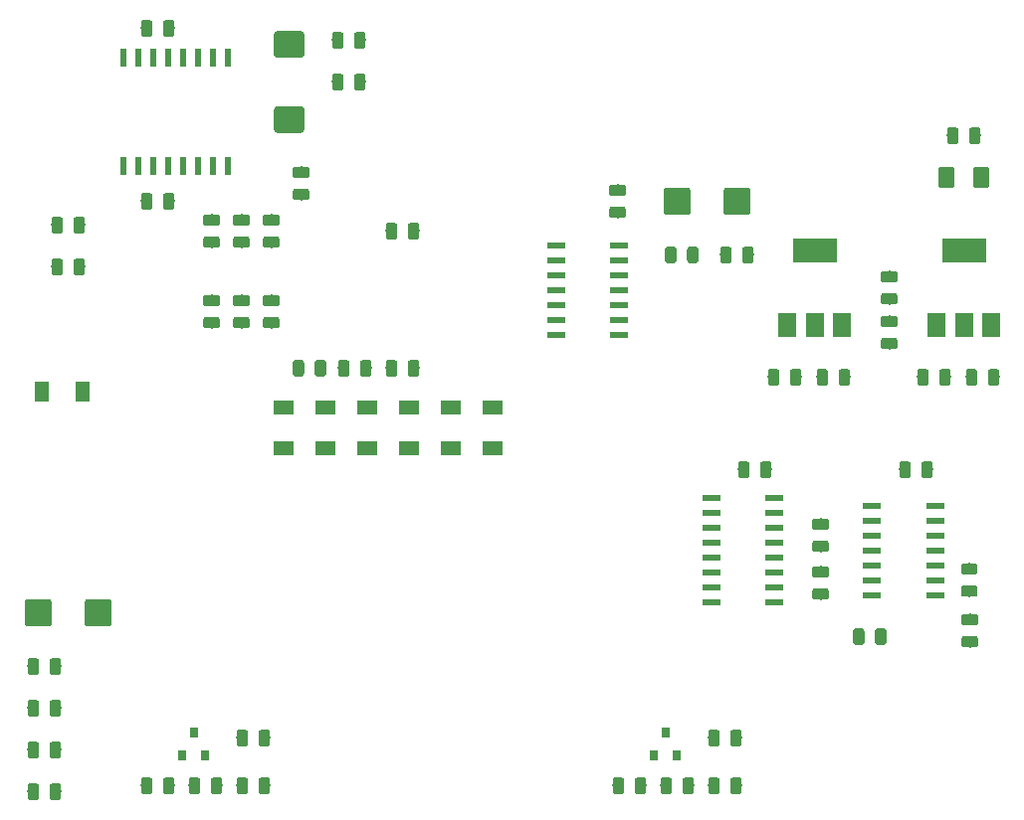
<source format=gbr>
G04 #@! TF.GenerationSoftware,KiCad,Pcbnew,5.0.2-bee76a0~70~ubuntu18.04.1*
G04 #@! TF.CreationDate,2020-01-13T15:24:33+02:00*
G04 #@! TF.ProjectId,videosport,76696465-6f73-4706-9f72-742e6b696361,rev?*
G04 #@! TF.SameCoordinates,Original*
G04 #@! TF.FileFunction,Paste,Top*
G04 #@! TF.FilePolarity,Positive*
%FSLAX46Y46*%
G04 Gerber Fmt 4.6, Leading zero omitted, Abs format (unit mm)*
G04 Created by KiCad (PCBNEW 5.0.2-bee76a0~70~ubuntu18.04.1) date Пнд 13 янв 2020 15:24:33*
%MOMM*%
%LPD*%
G01*
G04 APERTURE LIST*
%ADD10C,0.100000*%
%ADD11C,0.975000*%
%ADD12R,1.500000X2.000000*%
%ADD13R,3.800000X2.000000*%
%ADD14C,1.425000*%
%ADD15R,1.700000X1.300000*%
%ADD16R,1.300000X1.700000*%
%ADD17C,2.250000*%
%ADD18R,0.800000X0.900000*%
%ADD19R,1.500000X0.600000*%
%ADD20R,0.600000X1.500000*%
G04 APERTURE END LIST*
D10*
G04 #@! TO.C,C2*
G36*
X196393982Y-106489174D02*
X196417643Y-106492684D01*
X196440847Y-106498496D01*
X196463369Y-106506554D01*
X196484993Y-106516782D01*
X196505510Y-106529079D01*
X196524723Y-106543329D01*
X196542447Y-106559393D01*
X196558511Y-106577117D01*
X196572761Y-106596330D01*
X196585058Y-106616847D01*
X196595286Y-106638471D01*
X196603344Y-106660993D01*
X196609156Y-106684197D01*
X196612666Y-106707858D01*
X196613840Y-106731750D01*
X196613840Y-107644250D01*
X196612666Y-107668142D01*
X196609156Y-107691803D01*
X196603344Y-107715007D01*
X196595286Y-107737529D01*
X196585058Y-107759153D01*
X196572761Y-107779670D01*
X196558511Y-107798883D01*
X196542447Y-107816607D01*
X196524723Y-107832671D01*
X196505510Y-107846921D01*
X196484993Y-107859218D01*
X196463369Y-107869446D01*
X196440847Y-107877504D01*
X196417643Y-107883316D01*
X196393982Y-107886826D01*
X196370090Y-107888000D01*
X195882590Y-107888000D01*
X195858698Y-107886826D01*
X195835037Y-107883316D01*
X195811833Y-107877504D01*
X195789311Y-107869446D01*
X195767687Y-107859218D01*
X195747170Y-107846921D01*
X195727957Y-107832671D01*
X195710233Y-107816607D01*
X195694169Y-107798883D01*
X195679919Y-107779670D01*
X195667622Y-107759153D01*
X195657394Y-107737529D01*
X195649336Y-107715007D01*
X195643524Y-107691803D01*
X195640014Y-107668142D01*
X195638840Y-107644250D01*
X195638840Y-106731750D01*
X195640014Y-106707858D01*
X195643524Y-106684197D01*
X195649336Y-106660993D01*
X195657394Y-106638471D01*
X195667622Y-106616847D01*
X195679919Y-106596330D01*
X195694169Y-106577117D01*
X195710233Y-106559393D01*
X195727957Y-106543329D01*
X195747170Y-106529079D01*
X195767687Y-106516782D01*
X195789311Y-106506554D01*
X195811833Y-106498496D01*
X195835037Y-106492684D01*
X195858698Y-106489174D01*
X195882590Y-106488000D01*
X196370090Y-106488000D01*
X196393982Y-106489174D01*
X196393982Y-106489174D01*
G37*
D11*
X196126340Y-107188000D03*
D10*
G36*
X194518982Y-106489174D02*
X194542643Y-106492684D01*
X194565847Y-106498496D01*
X194588369Y-106506554D01*
X194609993Y-106516782D01*
X194630510Y-106529079D01*
X194649723Y-106543329D01*
X194667447Y-106559393D01*
X194683511Y-106577117D01*
X194697761Y-106596330D01*
X194710058Y-106616847D01*
X194720286Y-106638471D01*
X194728344Y-106660993D01*
X194734156Y-106684197D01*
X194737666Y-106707858D01*
X194738840Y-106731750D01*
X194738840Y-107644250D01*
X194737666Y-107668142D01*
X194734156Y-107691803D01*
X194728344Y-107715007D01*
X194720286Y-107737529D01*
X194710058Y-107759153D01*
X194697761Y-107779670D01*
X194683511Y-107798883D01*
X194667447Y-107816607D01*
X194649723Y-107832671D01*
X194630510Y-107846921D01*
X194609993Y-107859218D01*
X194588369Y-107869446D01*
X194565847Y-107877504D01*
X194542643Y-107883316D01*
X194518982Y-107886826D01*
X194495090Y-107888000D01*
X194007590Y-107888000D01*
X193983698Y-107886826D01*
X193960037Y-107883316D01*
X193936833Y-107877504D01*
X193914311Y-107869446D01*
X193892687Y-107859218D01*
X193872170Y-107846921D01*
X193852957Y-107832671D01*
X193835233Y-107816607D01*
X193819169Y-107798883D01*
X193804919Y-107779670D01*
X193792622Y-107759153D01*
X193782394Y-107737529D01*
X193774336Y-107715007D01*
X193768524Y-107691803D01*
X193765014Y-107668142D01*
X193763840Y-107644250D01*
X193763840Y-106731750D01*
X193765014Y-106707858D01*
X193768524Y-106684197D01*
X193774336Y-106660993D01*
X193782394Y-106638471D01*
X193792622Y-106616847D01*
X193804919Y-106596330D01*
X193819169Y-106577117D01*
X193835233Y-106559393D01*
X193852957Y-106543329D01*
X193872170Y-106529079D01*
X193892687Y-106516782D01*
X193914311Y-106506554D01*
X193936833Y-106498496D01*
X193960037Y-106492684D01*
X193983698Y-106489174D01*
X194007590Y-106488000D01*
X194495090Y-106488000D01*
X194518982Y-106489174D01*
X194518982Y-106489174D01*
G37*
D11*
X194251340Y-107188000D03*
G04 #@! TD*
D10*
G04 #@! TO.C,C4*
G36*
X143953142Y-115125174D02*
X143976803Y-115128684D01*
X144000007Y-115134496D01*
X144022529Y-115142554D01*
X144044153Y-115152782D01*
X144064670Y-115165079D01*
X144083883Y-115179329D01*
X144101607Y-115195393D01*
X144117671Y-115213117D01*
X144131921Y-115232330D01*
X144144218Y-115252847D01*
X144154446Y-115274471D01*
X144162504Y-115296993D01*
X144168316Y-115320197D01*
X144171826Y-115343858D01*
X144173000Y-115367750D01*
X144173000Y-116280250D01*
X144171826Y-116304142D01*
X144168316Y-116327803D01*
X144162504Y-116351007D01*
X144154446Y-116373529D01*
X144144218Y-116395153D01*
X144131921Y-116415670D01*
X144117671Y-116434883D01*
X144101607Y-116452607D01*
X144083883Y-116468671D01*
X144064670Y-116482921D01*
X144044153Y-116495218D01*
X144022529Y-116505446D01*
X144000007Y-116513504D01*
X143976803Y-116519316D01*
X143953142Y-116522826D01*
X143929250Y-116524000D01*
X143441750Y-116524000D01*
X143417858Y-116522826D01*
X143394197Y-116519316D01*
X143370993Y-116513504D01*
X143348471Y-116505446D01*
X143326847Y-116495218D01*
X143306330Y-116482921D01*
X143287117Y-116468671D01*
X143269393Y-116452607D01*
X143253329Y-116434883D01*
X143239079Y-116415670D01*
X143226782Y-116395153D01*
X143216554Y-116373529D01*
X143208496Y-116351007D01*
X143202684Y-116327803D01*
X143199174Y-116304142D01*
X143198000Y-116280250D01*
X143198000Y-115367750D01*
X143199174Y-115343858D01*
X143202684Y-115320197D01*
X143208496Y-115296993D01*
X143216554Y-115274471D01*
X143226782Y-115252847D01*
X143239079Y-115232330D01*
X143253329Y-115213117D01*
X143269393Y-115195393D01*
X143287117Y-115179329D01*
X143306330Y-115165079D01*
X143326847Y-115152782D01*
X143348471Y-115142554D01*
X143370993Y-115134496D01*
X143394197Y-115128684D01*
X143417858Y-115125174D01*
X143441750Y-115124000D01*
X143929250Y-115124000D01*
X143953142Y-115125174D01*
X143953142Y-115125174D01*
G37*
D11*
X143685500Y-115824000D03*
D10*
G36*
X142078142Y-115125174D02*
X142101803Y-115128684D01*
X142125007Y-115134496D01*
X142147529Y-115142554D01*
X142169153Y-115152782D01*
X142189670Y-115165079D01*
X142208883Y-115179329D01*
X142226607Y-115195393D01*
X142242671Y-115213117D01*
X142256921Y-115232330D01*
X142269218Y-115252847D01*
X142279446Y-115274471D01*
X142287504Y-115296993D01*
X142293316Y-115320197D01*
X142296826Y-115343858D01*
X142298000Y-115367750D01*
X142298000Y-116280250D01*
X142296826Y-116304142D01*
X142293316Y-116327803D01*
X142287504Y-116351007D01*
X142279446Y-116373529D01*
X142269218Y-116395153D01*
X142256921Y-116415670D01*
X142242671Y-116434883D01*
X142226607Y-116452607D01*
X142208883Y-116468671D01*
X142189670Y-116482921D01*
X142169153Y-116495218D01*
X142147529Y-116505446D01*
X142125007Y-116513504D01*
X142101803Y-116519316D01*
X142078142Y-116522826D01*
X142054250Y-116524000D01*
X141566750Y-116524000D01*
X141542858Y-116522826D01*
X141519197Y-116519316D01*
X141495993Y-116513504D01*
X141473471Y-116505446D01*
X141451847Y-116495218D01*
X141431330Y-116482921D01*
X141412117Y-116468671D01*
X141394393Y-116452607D01*
X141378329Y-116434883D01*
X141364079Y-116415670D01*
X141351782Y-116395153D01*
X141341554Y-116373529D01*
X141333496Y-116351007D01*
X141327684Y-116327803D01*
X141324174Y-116304142D01*
X141323000Y-116280250D01*
X141323000Y-115367750D01*
X141324174Y-115343858D01*
X141327684Y-115320197D01*
X141333496Y-115296993D01*
X141341554Y-115274471D01*
X141351782Y-115252847D01*
X141364079Y-115232330D01*
X141378329Y-115213117D01*
X141394393Y-115195393D01*
X141412117Y-115179329D01*
X141431330Y-115165079D01*
X141451847Y-115152782D01*
X141473471Y-115142554D01*
X141495993Y-115134496D01*
X141519197Y-115128684D01*
X141542858Y-115125174D01*
X141566750Y-115124000D01*
X142054250Y-115124000D01*
X142078142Y-115125174D01*
X142078142Y-115125174D01*
G37*
D11*
X141810500Y-115824000D03*
G04 #@! TD*
D10*
G04 #@! TO.C,C5*
G36*
X182210142Y-115125174D02*
X182233803Y-115128684D01*
X182257007Y-115134496D01*
X182279529Y-115142554D01*
X182301153Y-115152782D01*
X182321670Y-115165079D01*
X182340883Y-115179329D01*
X182358607Y-115195393D01*
X182374671Y-115213117D01*
X182388921Y-115232330D01*
X182401218Y-115252847D01*
X182411446Y-115274471D01*
X182419504Y-115296993D01*
X182425316Y-115320197D01*
X182428826Y-115343858D01*
X182430000Y-115367750D01*
X182430000Y-116280250D01*
X182428826Y-116304142D01*
X182425316Y-116327803D01*
X182419504Y-116351007D01*
X182411446Y-116373529D01*
X182401218Y-116395153D01*
X182388921Y-116415670D01*
X182374671Y-116434883D01*
X182358607Y-116452607D01*
X182340883Y-116468671D01*
X182321670Y-116482921D01*
X182301153Y-116495218D01*
X182279529Y-116505446D01*
X182257007Y-116513504D01*
X182233803Y-116519316D01*
X182210142Y-116522826D01*
X182186250Y-116524000D01*
X181698750Y-116524000D01*
X181674858Y-116522826D01*
X181651197Y-116519316D01*
X181627993Y-116513504D01*
X181605471Y-116505446D01*
X181583847Y-116495218D01*
X181563330Y-116482921D01*
X181544117Y-116468671D01*
X181526393Y-116452607D01*
X181510329Y-116434883D01*
X181496079Y-116415670D01*
X181483782Y-116395153D01*
X181473554Y-116373529D01*
X181465496Y-116351007D01*
X181459684Y-116327803D01*
X181456174Y-116304142D01*
X181455000Y-116280250D01*
X181455000Y-115367750D01*
X181456174Y-115343858D01*
X181459684Y-115320197D01*
X181465496Y-115296993D01*
X181473554Y-115274471D01*
X181483782Y-115252847D01*
X181496079Y-115232330D01*
X181510329Y-115213117D01*
X181526393Y-115195393D01*
X181544117Y-115179329D01*
X181563330Y-115165079D01*
X181583847Y-115152782D01*
X181605471Y-115142554D01*
X181627993Y-115134496D01*
X181651197Y-115128684D01*
X181674858Y-115125174D01*
X181698750Y-115124000D01*
X182186250Y-115124000D01*
X182210142Y-115125174D01*
X182210142Y-115125174D01*
G37*
D11*
X181942500Y-115824000D03*
D10*
G36*
X184085142Y-115125174D02*
X184108803Y-115128684D01*
X184132007Y-115134496D01*
X184154529Y-115142554D01*
X184176153Y-115152782D01*
X184196670Y-115165079D01*
X184215883Y-115179329D01*
X184233607Y-115195393D01*
X184249671Y-115213117D01*
X184263921Y-115232330D01*
X184276218Y-115252847D01*
X184286446Y-115274471D01*
X184294504Y-115296993D01*
X184300316Y-115320197D01*
X184303826Y-115343858D01*
X184305000Y-115367750D01*
X184305000Y-116280250D01*
X184303826Y-116304142D01*
X184300316Y-116327803D01*
X184294504Y-116351007D01*
X184286446Y-116373529D01*
X184276218Y-116395153D01*
X184263921Y-116415670D01*
X184249671Y-116434883D01*
X184233607Y-116452607D01*
X184215883Y-116468671D01*
X184196670Y-116482921D01*
X184176153Y-116495218D01*
X184154529Y-116505446D01*
X184132007Y-116513504D01*
X184108803Y-116519316D01*
X184085142Y-116522826D01*
X184061250Y-116524000D01*
X183573750Y-116524000D01*
X183549858Y-116522826D01*
X183526197Y-116519316D01*
X183502993Y-116513504D01*
X183480471Y-116505446D01*
X183458847Y-116495218D01*
X183438330Y-116482921D01*
X183419117Y-116468671D01*
X183401393Y-116452607D01*
X183385329Y-116434883D01*
X183371079Y-116415670D01*
X183358782Y-116395153D01*
X183348554Y-116373529D01*
X183340496Y-116351007D01*
X183334684Y-116327803D01*
X183331174Y-116304142D01*
X183330000Y-116280250D01*
X183330000Y-115367750D01*
X183331174Y-115343858D01*
X183334684Y-115320197D01*
X183340496Y-115296993D01*
X183348554Y-115274471D01*
X183358782Y-115252847D01*
X183371079Y-115232330D01*
X183385329Y-115213117D01*
X183401393Y-115195393D01*
X183419117Y-115179329D01*
X183438330Y-115165079D01*
X183458847Y-115152782D01*
X183480471Y-115142554D01*
X183502993Y-115134496D01*
X183526197Y-115128684D01*
X183549858Y-115125174D01*
X183573750Y-115124000D01*
X184061250Y-115124000D01*
X184085142Y-115125174D01*
X184085142Y-115125174D01*
G37*
D11*
X183817500Y-115824000D03*
G04 #@! TD*
D10*
G04 #@! TO.C,C7*
G36*
X142212142Y-73095174D02*
X142235803Y-73098684D01*
X142259007Y-73104496D01*
X142281529Y-73112554D01*
X142303153Y-73122782D01*
X142323670Y-73135079D01*
X142342883Y-73149329D01*
X142360607Y-73165393D01*
X142376671Y-73183117D01*
X142390921Y-73202330D01*
X142403218Y-73222847D01*
X142413446Y-73244471D01*
X142421504Y-73266993D01*
X142427316Y-73290197D01*
X142430826Y-73313858D01*
X142432000Y-73337750D01*
X142432000Y-73825250D01*
X142430826Y-73849142D01*
X142427316Y-73872803D01*
X142421504Y-73896007D01*
X142413446Y-73918529D01*
X142403218Y-73940153D01*
X142390921Y-73960670D01*
X142376671Y-73979883D01*
X142360607Y-73997607D01*
X142342883Y-74013671D01*
X142323670Y-74027921D01*
X142303153Y-74040218D01*
X142281529Y-74050446D01*
X142259007Y-74058504D01*
X142235803Y-74064316D01*
X142212142Y-74067826D01*
X142188250Y-74069000D01*
X141275750Y-74069000D01*
X141251858Y-74067826D01*
X141228197Y-74064316D01*
X141204993Y-74058504D01*
X141182471Y-74050446D01*
X141160847Y-74040218D01*
X141140330Y-74027921D01*
X141121117Y-74013671D01*
X141103393Y-73997607D01*
X141087329Y-73979883D01*
X141073079Y-73960670D01*
X141060782Y-73940153D01*
X141050554Y-73918529D01*
X141042496Y-73896007D01*
X141036684Y-73872803D01*
X141033174Y-73849142D01*
X141032000Y-73825250D01*
X141032000Y-73337750D01*
X141033174Y-73313858D01*
X141036684Y-73290197D01*
X141042496Y-73266993D01*
X141050554Y-73244471D01*
X141060782Y-73222847D01*
X141073079Y-73202330D01*
X141087329Y-73183117D01*
X141103393Y-73165393D01*
X141121117Y-73149329D01*
X141140330Y-73135079D01*
X141160847Y-73122782D01*
X141182471Y-73112554D01*
X141204993Y-73104496D01*
X141228197Y-73098684D01*
X141251858Y-73095174D01*
X141275750Y-73094000D01*
X142188250Y-73094000D01*
X142212142Y-73095174D01*
X142212142Y-73095174D01*
G37*
D11*
X141732000Y-73581500D03*
D10*
G36*
X142212142Y-71220174D02*
X142235803Y-71223684D01*
X142259007Y-71229496D01*
X142281529Y-71237554D01*
X142303153Y-71247782D01*
X142323670Y-71260079D01*
X142342883Y-71274329D01*
X142360607Y-71290393D01*
X142376671Y-71308117D01*
X142390921Y-71327330D01*
X142403218Y-71347847D01*
X142413446Y-71369471D01*
X142421504Y-71391993D01*
X142427316Y-71415197D01*
X142430826Y-71438858D01*
X142432000Y-71462750D01*
X142432000Y-71950250D01*
X142430826Y-71974142D01*
X142427316Y-71997803D01*
X142421504Y-72021007D01*
X142413446Y-72043529D01*
X142403218Y-72065153D01*
X142390921Y-72085670D01*
X142376671Y-72104883D01*
X142360607Y-72122607D01*
X142342883Y-72138671D01*
X142323670Y-72152921D01*
X142303153Y-72165218D01*
X142281529Y-72175446D01*
X142259007Y-72183504D01*
X142235803Y-72189316D01*
X142212142Y-72192826D01*
X142188250Y-72194000D01*
X141275750Y-72194000D01*
X141251858Y-72192826D01*
X141228197Y-72189316D01*
X141204993Y-72183504D01*
X141182471Y-72175446D01*
X141160847Y-72165218D01*
X141140330Y-72152921D01*
X141121117Y-72138671D01*
X141103393Y-72122607D01*
X141087329Y-72104883D01*
X141073079Y-72085670D01*
X141060782Y-72065153D01*
X141050554Y-72043529D01*
X141042496Y-72021007D01*
X141036684Y-71997803D01*
X141033174Y-71974142D01*
X141032000Y-71950250D01*
X141032000Y-71462750D01*
X141033174Y-71438858D01*
X141036684Y-71415197D01*
X141042496Y-71391993D01*
X141050554Y-71369471D01*
X141060782Y-71347847D01*
X141073079Y-71327330D01*
X141087329Y-71308117D01*
X141103393Y-71290393D01*
X141121117Y-71274329D01*
X141140330Y-71260079D01*
X141160847Y-71247782D01*
X141182471Y-71237554D01*
X141204993Y-71229496D01*
X141228197Y-71223684D01*
X141251858Y-71220174D01*
X141275750Y-71219000D01*
X142188250Y-71219000D01*
X142212142Y-71220174D01*
X142212142Y-71220174D01*
G37*
D11*
X141732000Y-71706500D03*
G04 #@! TD*
D10*
G04 #@! TO.C,C8*
G36*
X139672142Y-71220174D02*
X139695803Y-71223684D01*
X139719007Y-71229496D01*
X139741529Y-71237554D01*
X139763153Y-71247782D01*
X139783670Y-71260079D01*
X139802883Y-71274329D01*
X139820607Y-71290393D01*
X139836671Y-71308117D01*
X139850921Y-71327330D01*
X139863218Y-71347847D01*
X139873446Y-71369471D01*
X139881504Y-71391993D01*
X139887316Y-71415197D01*
X139890826Y-71438858D01*
X139892000Y-71462750D01*
X139892000Y-71950250D01*
X139890826Y-71974142D01*
X139887316Y-71997803D01*
X139881504Y-72021007D01*
X139873446Y-72043529D01*
X139863218Y-72065153D01*
X139850921Y-72085670D01*
X139836671Y-72104883D01*
X139820607Y-72122607D01*
X139802883Y-72138671D01*
X139783670Y-72152921D01*
X139763153Y-72165218D01*
X139741529Y-72175446D01*
X139719007Y-72183504D01*
X139695803Y-72189316D01*
X139672142Y-72192826D01*
X139648250Y-72194000D01*
X138735750Y-72194000D01*
X138711858Y-72192826D01*
X138688197Y-72189316D01*
X138664993Y-72183504D01*
X138642471Y-72175446D01*
X138620847Y-72165218D01*
X138600330Y-72152921D01*
X138581117Y-72138671D01*
X138563393Y-72122607D01*
X138547329Y-72104883D01*
X138533079Y-72085670D01*
X138520782Y-72065153D01*
X138510554Y-72043529D01*
X138502496Y-72021007D01*
X138496684Y-71997803D01*
X138493174Y-71974142D01*
X138492000Y-71950250D01*
X138492000Y-71462750D01*
X138493174Y-71438858D01*
X138496684Y-71415197D01*
X138502496Y-71391993D01*
X138510554Y-71369471D01*
X138520782Y-71347847D01*
X138533079Y-71327330D01*
X138547329Y-71308117D01*
X138563393Y-71290393D01*
X138581117Y-71274329D01*
X138600330Y-71260079D01*
X138620847Y-71247782D01*
X138642471Y-71237554D01*
X138664993Y-71229496D01*
X138688197Y-71223684D01*
X138711858Y-71220174D01*
X138735750Y-71219000D01*
X139648250Y-71219000D01*
X139672142Y-71220174D01*
X139672142Y-71220174D01*
G37*
D11*
X139192000Y-71706500D03*
D10*
G36*
X139672142Y-73095174D02*
X139695803Y-73098684D01*
X139719007Y-73104496D01*
X139741529Y-73112554D01*
X139763153Y-73122782D01*
X139783670Y-73135079D01*
X139802883Y-73149329D01*
X139820607Y-73165393D01*
X139836671Y-73183117D01*
X139850921Y-73202330D01*
X139863218Y-73222847D01*
X139873446Y-73244471D01*
X139881504Y-73266993D01*
X139887316Y-73290197D01*
X139890826Y-73313858D01*
X139892000Y-73337750D01*
X139892000Y-73825250D01*
X139890826Y-73849142D01*
X139887316Y-73872803D01*
X139881504Y-73896007D01*
X139873446Y-73918529D01*
X139863218Y-73940153D01*
X139850921Y-73960670D01*
X139836671Y-73979883D01*
X139820607Y-73997607D01*
X139802883Y-74013671D01*
X139783670Y-74027921D01*
X139763153Y-74040218D01*
X139741529Y-74050446D01*
X139719007Y-74058504D01*
X139695803Y-74064316D01*
X139672142Y-74067826D01*
X139648250Y-74069000D01*
X138735750Y-74069000D01*
X138711858Y-74067826D01*
X138688197Y-74064316D01*
X138664993Y-74058504D01*
X138642471Y-74050446D01*
X138620847Y-74040218D01*
X138600330Y-74027921D01*
X138581117Y-74013671D01*
X138563393Y-73997607D01*
X138547329Y-73979883D01*
X138533079Y-73960670D01*
X138520782Y-73940153D01*
X138510554Y-73918529D01*
X138502496Y-73896007D01*
X138496684Y-73872803D01*
X138493174Y-73849142D01*
X138492000Y-73825250D01*
X138492000Y-73337750D01*
X138493174Y-73313858D01*
X138496684Y-73290197D01*
X138502496Y-73266993D01*
X138510554Y-73244471D01*
X138520782Y-73222847D01*
X138533079Y-73202330D01*
X138547329Y-73183117D01*
X138563393Y-73165393D01*
X138581117Y-73149329D01*
X138600330Y-73135079D01*
X138620847Y-73122782D01*
X138642471Y-73112554D01*
X138664993Y-73104496D01*
X138688197Y-73098684D01*
X138711858Y-73095174D01*
X138735750Y-73094000D01*
X139648250Y-73094000D01*
X139672142Y-73095174D01*
X139672142Y-73095174D01*
G37*
D11*
X139192000Y-73581500D03*
G04 #@! TD*
D10*
G04 #@! TO.C,C9*
G36*
X144752142Y-73095174D02*
X144775803Y-73098684D01*
X144799007Y-73104496D01*
X144821529Y-73112554D01*
X144843153Y-73122782D01*
X144863670Y-73135079D01*
X144882883Y-73149329D01*
X144900607Y-73165393D01*
X144916671Y-73183117D01*
X144930921Y-73202330D01*
X144943218Y-73222847D01*
X144953446Y-73244471D01*
X144961504Y-73266993D01*
X144967316Y-73290197D01*
X144970826Y-73313858D01*
X144972000Y-73337750D01*
X144972000Y-73825250D01*
X144970826Y-73849142D01*
X144967316Y-73872803D01*
X144961504Y-73896007D01*
X144953446Y-73918529D01*
X144943218Y-73940153D01*
X144930921Y-73960670D01*
X144916671Y-73979883D01*
X144900607Y-73997607D01*
X144882883Y-74013671D01*
X144863670Y-74027921D01*
X144843153Y-74040218D01*
X144821529Y-74050446D01*
X144799007Y-74058504D01*
X144775803Y-74064316D01*
X144752142Y-74067826D01*
X144728250Y-74069000D01*
X143815750Y-74069000D01*
X143791858Y-74067826D01*
X143768197Y-74064316D01*
X143744993Y-74058504D01*
X143722471Y-74050446D01*
X143700847Y-74040218D01*
X143680330Y-74027921D01*
X143661117Y-74013671D01*
X143643393Y-73997607D01*
X143627329Y-73979883D01*
X143613079Y-73960670D01*
X143600782Y-73940153D01*
X143590554Y-73918529D01*
X143582496Y-73896007D01*
X143576684Y-73872803D01*
X143573174Y-73849142D01*
X143572000Y-73825250D01*
X143572000Y-73337750D01*
X143573174Y-73313858D01*
X143576684Y-73290197D01*
X143582496Y-73266993D01*
X143590554Y-73244471D01*
X143600782Y-73222847D01*
X143613079Y-73202330D01*
X143627329Y-73183117D01*
X143643393Y-73165393D01*
X143661117Y-73149329D01*
X143680330Y-73135079D01*
X143700847Y-73122782D01*
X143722471Y-73112554D01*
X143744993Y-73104496D01*
X143768197Y-73098684D01*
X143791858Y-73095174D01*
X143815750Y-73094000D01*
X144728250Y-73094000D01*
X144752142Y-73095174D01*
X144752142Y-73095174D01*
G37*
D11*
X144272000Y-73581500D03*
D10*
G36*
X144752142Y-71220174D02*
X144775803Y-71223684D01*
X144799007Y-71229496D01*
X144821529Y-71237554D01*
X144843153Y-71247782D01*
X144863670Y-71260079D01*
X144882883Y-71274329D01*
X144900607Y-71290393D01*
X144916671Y-71308117D01*
X144930921Y-71327330D01*
X144943218Y-71347847D01*
X144953446Y-71369471D01*
X144961504Y-71391993D01*
X144967316Y-71415197D01*
X144970826Y-71438858D01*
X144972000Y-71462750D01*
X144972000Y-71950250D01*
X144970826Y-71974142D01*
X144967316Y-71997803D01*
X144961504Y-72021007D01*
X144953446Y-72043529D01*
X144943218Y-72065153D01*
X144930921Y-72085670D01*
X144916671Y-72104883D01*
X144900607Y-72122607D01*
X144882883Y-72138671D01*
X144863670Y-72152921D01*
X144843153Y-72165218D01*
X144821529Y-72175446D01*
X144799007Y-72183504D01*
X144775803Y-72189316D01*
X144752142Y-72192826D01*
X144728250Y-72194000D01*
X143815750Y-72194000D01*
X143791858Y-72192826D01*
X143768197Y-72189316D01*
X143744993Y-72183504D01*
X143722471Y-72175446D01*
X143700847Y-72165218D01*
X143680330Y-72152921D01*
X143661117Y-72138671D01*
X143643393Y-72122607D01*
X143627329Y-72104883D01*
X143613079Y-72085670D01*
X143600782Y-72065153D01*
X143590554Y-72043529D01*
X143582496Y-72021007D01*
X143576684Y-71997803D01*
X143573174Y-71974142D01*
X143572000Y-71950250D01*
X143572000Y-71462750D01*
X143573174Y-71438858D01*
X143576684Y-71415197D01*
X143582496Y-71391993D01*
X143590554Y-71369471D01*
X143600782Y-71347847D01*
X143613079Y-71327330D01*
X143627329Y-71308117D01*
X143643393Y-71290393D01*
X143661117Y-71274329D01*
X143680330Y-71260079D01*
X143700847Y-71247782D01*
X143722471Y-71237554D01*
X143744993Y-71229496D01*
X143768197Y-71223684D01*
X143791858Y-71220174D01*
X143815750Y-71219000D01*
X144728250Y-71219000D01*
X144752142Y-71220174D01*
X144752142Y-71220174D01*
G37*
D11*
X144272000Y-71706500D03*
G04 #@! TD*
D10*
G04 #@! TO.C,C10*
G36*
X128205142Y-74993174D02*
X128228803Y-74996684D01*
X128252007Y-75002496D01*
X128274529Y-75010554D01*
X128296153Y-75020782D01*
X128316670Y-75033079D01*
X128335883Y-75047329D01*
X128353607Y-75063393D01*
X128369671Y-75081117D01*
X128383921Y-75100330D01*
X128396218Y-75120847D01*
X128406446Y-75142471D01*
X128414504Y-75164993D01*
X128420316Y-75188197D01*
X128423826Y-75211858D01*
X128425000Y-75235750D01*
X128425000Y-76148250D01*
X128423826Y-76172142D01*
X128420316Y-76195803D01*
X128414504Y-76219007D01*
X128406446Y-76241529D01*
X128396218Y-76263153D01*
X128383921Y-76283670D01*
X128369671Y-76302883D01*
X128353607Y-76320607D01*
X128335883Y-76336671D01*
X128316670Y-76350921D01*
X128296153Y-76363218D01*
X128274529Y-76373446D01*
X128252007Y-76381504D01*
X128228803Y-76387316D01*
X128205142Y-76390826D01*
X128181250Y-76392000D01*
X127693750Y-76392000D01*
X127669858Y-76390826D01*
X127646197Y-76387316D01*
X127622993Y-76381504D01*
X127600471Y-76373446D01*
X127578847Y-76363218D01*
X127558330Y-76350921D01*
X127539117Y-76336671D01*
X127521393Y-76320607D01*
X127505329Y-76302883D01*
X127491079Y-76283670D01*
X127478782Y-76263153D01*
X127468554Y-76241529D01*
X127460496Y-76219007D01*
X127454684Y-76195803D01*
X127451174Y-76172142D01*
X127450000Y-76148250D01*
X127450000Y-75235750D01*
X127451174Y-75211858D01*
X127454684Y-75188197D01*
X127460496Y-75164993D01*
X127468554Y-75142471D01*
X127478782Y-75120847D01*
X127491079Y-75100330D01*
X127505329Y-75081117D01*
X127521393Y-75063393D01*
X127539117Y-75047329D01*
X127558330Y-75033079D01*
X127578847Y-75020782D01*
X127600471Y-75010554D01*
X127622993Y-75002496D01*
X127646197Y-74996684D01*
X127669858Y-74993174D01*
X127693750Y-74992000D01*
X128181250Y-74992000D01*
X128205142Y-74993174D01*
X128205142Y-74993174D01*
G37*
D11*
X127937500Y-75692000D03*
D10*
G36*
X126330142Y-74993174D02*
X126353803Y-74996684D01*
X126377007Y-75002496D01*
X126399529Y-75010554D01*
X126421153Y-75020782D01*
X126441670Y-75033079D01*
X126460883Y-75047329D01*
X126478607Y-75063393D01*
X126494671Y-75081117D01*
X126508921Y-75100330D01*
X126521218Y-75120847D01*
X126531446Y-75142471D01*
X126539504Y-75164993D01*
X126545316Y-75188197D01*
X126548826Y-75211858D01*
X126550000Y-75235750D01*
X126550000Y-76148250D01*
X126548826Y-76172142D01*
X126545316Y-76195803D01*
X126539504Y-76219007D01*
X126531446Y-76241529D01*
X126521218Y-76263153D01*
X126508921Y-76283670D01*
X126494671Y-76302883D01*
X126478607Y-76320607D01*
X126460883Y-76336671D01*
X126441670Y-76350921D01*
X126421153Y-76363218D01*
X126399529Y-76373446D01*
X126377007Y-76381504D01*
X126353803Y-76387316D01*
X126330142Y-76390826D01*
X126306250Y-76392000D01*
X125818750Y-76392000D01*
X125794858Y-76390826D01*
X125771197Y-76387316D01*
X125747993Y-76381504D01*
X125725471Y-76373446D01*
X125703847Y-76363218D01*
X125683330Y-76350921D01*
X125664117Y-76336671D01*
X125646393Y-76320607D01*
X125630329Y-76302883D01*
X125616079Y-76283670D01*
X125603782Y-76263153D01*
X125593554Y-76241529D01*
X125585496Y-76219007D01*
X125579684Y-76195803D01*
X125576174Y-76172142D01*
X125575000Y-76148250D01*
X125575000Y-75235750D01*
X125576174Y-75211858D01*
X125579684Y-75188197D01*
X125585496Y-75164993D01*
X125593554Y-75142471D01*
X125603782Y-75120847D01*
X125616079Y-75100330D01*
X125630329Y-75081117D01*
X125646393Y-75063393D01*
X125664117Y-75047329D01*
X125683330Y-75033079D01*
X125703847Y-75020782D01*
X125725471Y-75010554D01*
X125747993Y-75002496D01*
X125771197Y-74996684D01*
X125794858Y-74993174D01*
X125818750Y-74992000D01*
X126306250Y-74992000D01*
X126330142Y-74993174D01*
X126330142Y-74993174D01*
G37*
D11*
X126062500Y-75692000D03*
G04 #@! TD*
D10*
G04 #@! TO.C,C11*
G36*
X150206142Y-59245174D02*
X150229803Y-59248684D01*
X150253007Y-59254496D01*
X150275529Y-59262554D01*
X150297153Y-59272782D01*
X150317670Y-59285079D01*
X150336883Y-59299329D01*
X150354607Y-59315393D01*
X150370671Y-59333117D01*
X150384921Y-59352330D01*
X150397218Y-59372847D01*
X150407446Y-59394471D01*
X150415504Y-59416993D01*
X150421316Y-59440197D01*
X150424826Y-59463858D01*
X150426000Y-59487750D01*
X150426000Y-60400250D01*
X150424826Y-60424142D01*
X150421316Y-60447803D01*
X150415504Y-60471007D01*
X150407446Y-60493529D01*
X150397218Y-60515153D01*
X150384921Y-60535670D01*
X150370671Y-60554883D01*
X150354607Y-60572607D01*
X150336883Y-60588671D01*
X150317670Y-60602921D01*
X150297153Y-60615218D01*
X150275529Y-60625446D01*
X150253007Y-60633504D01*
X150229803Y-60639316D01*
X150206142Y-60642826D01*
X150182250Y-60644000D01*
X149694750Y-60644000D01*
X149670858Y-60642826D01*
X149647197Y-60639316D01*
X149623993Y-60633504D01*
X149601471Y-60625446D01*
X149579847Y-60615218D01*
X149559330Y-60602921D01*
X149540117Y-60588671D01*
X149522393Y-60572607D01*
X149506329Y-60554883D01*
X149492079Y-60535670D01*
X149479782Y-60515153D01*
X149469554Y-60493529D01*
X149461496Y-60471007D01*
X149455684Y-60447803D01*
X149452174Y-60424142D01*
X149451000Y-60400250D01*
X149451000Y-59487750D01*
X149452174Y-59463858D01*
X149455684Y-59440197D01*
X149461496Y-59416993D01*
X149469554Y-59394471D01*
X149479782Y-59372847D01*
X149492079Y-59352330D01*
X149506329Y-59333117D01*
X149522393Y-59315393D01*
X149540117Y-59299329D01*
X149559330Y-59285079D01*
X149579847Y-59272782D01*
X149601471Y-59262554D01*
X149623993Y-59254496D01*
X149647197Y-59248684D01*
X149670858Y-59245174D01*
X149694750Y-59244000D01*
X150182250Y-59244000D01*
X150206142Y-59245174D01*
X150206142Y-59245174D01*
G37*
D11*
X149938500Y-59944000D03*
D10*
G36*
X152081142Y-59245174D02*
X152104803Y-59248684D01*
X152128007Y-59254496D01*
X152150529Y-59262554D01*
X152172153Y-59272782D01*
X152192670Y-59285079D01*
X152211883Y-59299329D01*
X152229607Y-59315393D01*
X152245671Y-59333117D01*
X152259921Y-59352330D01*
X152272218Y-59372847D01*
X152282446Y-59394471D01*
X152290504Y-59416993D01*
X152296316Y-59440197D01*
X152299826Y-59463858D01*
X152301000Y-59487750D01*
X152301000Y-60400250D01*
X152299826Y-60424142D01*
X152296316Y-60447803D01*
X152290504Y-60471007D01*
X152282446Y-60493529D01*
X152272218Y-60515153D01*
X152259921Y-60535670D01*
X152245671Y-60554883D01*
X152229607Y-60572607D01*
X152211883Y-60588671D01*
X152192670Y-60602921D01*
X152172153Y-60615218D01*
X152150529Y-60625446D01*
X152128007Y-60633504D01*
X152104803Y-60639316D01*
X152081142Y-60642826D01*
X152057250Y-60644000D01*
X151569750Y-60644000D01*
X151545858Y-60642826D01*
X151522197Y-60639316D01*
X151498993Y-60633504D01*
X151476471Y-60625446D01*
X151454847Y-60615218D01*
X151434330Y-60602921D01*
X151415117Y-60588671D01*
X151397393Y-60572607D01*
X151381329Y-60554883D01*
X151367079Y-60535670D01*
X151354782Y-60515153D01*
X151344554Y-60493529D01*
X151336496Y-60471007D01*
X151330684Y-60447803D01*
X151327174Y-60424142D01*
X151326000Y-60400250D01*
X151326000Y-59487750D01*
X151327174Y-59463858D01*
X151330684Y-59440197D01*
X151336496Y-59416993D01*
X151344554Y-59394471D01*
X151354782Y-59372847D01*
X151367079Y-59352330D01*
X151381329Y-59333117D01*
X151397393Y-59315393D01*
X151415117Y-59299329D01*
X151434330Y-59285079D01*
X151454847Y-59272782D01*
X151476471Y-59262554D01*
X151498993Y-59254496D01*
X151522197Y-59248684D01*
X151545858Y-59245174D01*
X151569750Y-59244000D01*
X152057250Y-59244000D01*
X152081142Y-59245174D01*
X152081142Y-59245174D01*
G37*
D11*
X151813500Y-59944000D03*
G04 #@! TD*
D10*
G04 #@! TO.C,C13*
G36*
X126173142Y-116141174D02*
X126196803Y-116144684D01*
X126220007Y-116150496D01*
X126242529Y-116158554D01*
X126264153Y-116168782D01*
X126284670Y-116181079D01*
X126303883Y-116195329D01*
X126321607Y-116211393D01*
X126337671Y-116229117D01*
X126351921Y-116248330D01*
X126364218Y-116268847D01*
X126374446Y-116290471D01*
X126382504Y-116312993D01*
X126388316Y-116336197D01*
X126391826Y-116359858D01*
X126393000Y-116383750D01*
X126393000Y-117296250D01*
X126391826Y-117320142D01*
X126388316Y-117343803D01*
X126382504Y-117367007D01*
X126374446Y-117389529D01*
X126364218Y-117411153D01*
X126351921Y-117431670D01*
X126337671Y-117450883D01*
X126321607Y-117468607D01*
X126303883Y-117484671D01*
X126284670Y-117498921D01*
X126264153Y-117511218D01*
X126242529Y-117521446D01*
X126220007Y-117529504D01*
X126196803Y-117535316D01*
X126173142Y-117538826D01*
X126149250Y-117540000D01*
X125661750Y-117540000D01*
X125637858Y-117538826D01*
X125614197Y-117535316D01*
X125590993Y-117529504D01*
X125568471Y-117521446D01*
X125546847Y-117511218D01*
X125526330Y-117498921D01*
X125507117Y-117484671D01*
X125489393Y-117468607D01*
X125473329Y-117450883D01*
X125459079Y-117431670D01*
X125446782Y-117411153D01*
X125436554Y-117389529D01*
X125428496Y-117367007D01*
X125422684Y-117343803D01*
X125419174Y-117320142D01*
X125418000Y-117296250D01*
X125418000Y-116383750D01*
X125419174Y-116359858D01*
X125422684Y-116336197D01*
X125428496Y-116312993D01*
X125436554Y-116290471D01*
X125446782Y-116268847D01*
X125459079Y-116248330D01*
X125473329Y-116229117D01*
X125489393Y-116211393D01*
X125507117Y-116195329D01*
X125526330Y-116181079D01*
X125546847Y-116168782D01*
X125568471Y-116158554D01*
X125590993Y-116150496D01*
X125614197Y-116144684D01*
X125637858Y-116141174D01*
X125661750Y-116140000D01*
X126149250Y-116140000D01*
X126173142Y-116141174D01*
X126173142Y-116141174D01*
G37*
D11*
X125905500Y-116840000D03*
D10*
G36*
X124298142Y-116141174D02*
X124321803Y-116144684D01*
X124345007Y-116150496D01*
X124367529Y-116158554D01*
X124389153Y-116168782D01*
X124409670Y-116181079D01*
X124428883Y-116195329D01*
X124446607Y-116211393D01*
X124462671Y-116229117D01*
X124476921Y-116248330D01*
X124489218Y-116268847D01*
X124499446Y-116290471D01*
X124507504Y-116312993D01*
X124513316Y-116336197D01*
X124516826Y-116359858D01*
X124518000Y-116383750D01*
X124518000Y-117296250D01*
X124516826Y-117320142D01*
X124513316Y-117343803D01*
X124507504Y-117367007D01*
X124499446Y-117389529D01*
X124489218Y-117411153D01*
X124476921Y-117431670D01*
X124462671Y-117450883D01*
X124446607Y-117468607D01*
X124428883Y-117484671D01*
X124409670Y-117498921D01*
X124389153Y-117511218D01*
X124367529Y-117521446D01*
X124345007Y-117529504D01*
X124321803Y-117535316D01*
X124298142Y-117538826D01*
X124274250Y-117540000D01*
X123786750Y-117540000D01*
X123762858Y-117538826D01*
X123739197Y-117535316D01*
X123715993Y-117529504D01*
X123693471Y-117521446D01*
X123671847Y-117511218D01*
X123651330Y-117498921D01*
X123632117Y-117484671D01*
X123614393Y-117468607D01*
X123598329Y-117450883D01*
X123584079Y-117431670D01*
X123571782Y-117411153D01*
X123561554Y-117389529D01*
X123553496Y-117367007D01*
X123547684Y-117343803D01*
X123544174Y-117320142D01*
X123543000Y-117296250D01*
X123543000Y-116383750D01*
X123544174Y-116359858D01*
X123547684Y-116336197D01*
X123553496Y-116312993D01*
X123561554Y-116290471D01*
X123571782Y-116268847D01*
X123584079Y-116248330D01*
X123598329Y-116229117D01*
X123614393Y-116211393D01*
X123632117Y-116195329D01*
X123651330Y-116181079D01*
X123671847Y-116168782D01*
X123693471Y-116158554D01*
X123715993Y-116150496D01*
X123739197Y-116144684D01*
X123762858Y-116141174D01*
X123786750Y-116140000D01*
X124274250Y-116140000D01*
X124298142Y-116141174D01*
X124298142Y-116141174D01*
G37*
D11*
X124030500Y-116840000D03*
G04 #@! TD*
D10*
G04 #@! TO.C,C14*
G36*
X135825142Y-54673174D02*
X135848803Y-54676684D01*
X135872007Y-54682496D01*
X135894529Y-54690554D01*
X135916153Y-54700782D01*
X135936670Y-54713079D01*
X135955883Y-54727329D01*
X135973607Y-54743393D01*
X135989671Y-54761117D01*
X136003921Y-54780330D01*
X136016218Y-54800847D01*
X136026446Y-54822471D01*
X136034504Y-54844993D01*
X136040316Y-54868197D01*
X136043826Y-54891858D01*
X136045000Y-54915750D01*
X136045000Y-55828250D01*
X136043826Y-55852142D01*
X136040316Y-55875803D01*
X136034504Y-55899007D01*
X136026446Y-55921529D01*
X136016218Y-55943153D01*
X136003921Y-55963670D01*
X135989671Y-55982883D01*
X135973607Y-56000607D01*
X135955883Y-56016671D01*
X135936670Y-56030921D01*
X135916153Y-56043218D01*
X135894529Y-56053446D01*
X135872007Y-56061504D01*
X135848803Y-56067316D01*
X135825142Y-56070826D01*
X135801250Y-56072000D01*
X135313750Y-56072000D01*
X135289858Y-56070826D01*
X135266197Y-56067316D01*
X135242993Y-56061504D01*
X135220471Y-56053446D01*
X135198847Y-56043218D01*
X135178330Y-56030921D01*
X135159117Y-56016671D01*
X135141393Y-56000607D01*
X135125329Y-55982883D01*
X135111079Y-55963670D01*
X135098782Y-55943153D01*
X135088554Y-55921529D01*
X135080496Y-55899007D01*
X135074684Y-55875803D01*
X135071174Y-55852142D01*
X135070000Y-55828250D01*
X135070000Y-54915750D01*
X135071174Y-54891858D01*
X135074684Y-54868197D01*
X135080496Y-54844993D01*
X135088554Y-54822471D01*
X135098782Y-54800847D01*
X135111079Y-54780330D01*
X135125329Y-54761117D01*
X135141393Y-54743393D01*
X135159117Y-54727329D01*
X135178330Y-54713079D01*
X135198847Y-54700782D01*
X135220471Y-54690554D01*
X135242993Y-54682496D01*
X135266197Y-54676684D01*
X135289858Y-54673174D01*
X135313750Y-54672000D01*
X135801250Y-54672000D01*
X135825142Y-54673174D01*
X135825142Y-54673174D01*
G37*
D11*
X135557500Y-55372000D03*
D10*
G36*
X133950142Y-54673174D02*
X133973803Y-54676684D01*
X133997007Y-54682496D01*
X134019529Y-54690554D01*
X134041153Y-54700782D01*
X134061670Y-54713079D01*
X134080883Y-54727329D01*
X134098607Y-54743393D01*
X134114671Y-54761117D01*
X134128921Y-54780330D01*
X134141218Y-54800847D01*
X134151446Y-54822471D01*
X134159504Y-54844993D01*
X134165316Y-54868197D01*
X134168826Y-54891858D01*
X134170000Y-54915750D01*
X134170000Y-55828250D01*
X134168826Y-55852142D01*
X134165316Y-55875803D01*
X134159504Y-55899007D01*
X134151446Y-55921529D01*
X134141218Y-55943153D01*
X134128921Y-55963670D01*
X134114671Y-55982883D01*
X134098607Y-56000607D01*
X134080883Y-56016671D01*
X134061670Y-56030921D01*
X134041153Y-56043218D01*
X134019529Y-56053446D01*
X133997007Y-56061504D01*
X133973803Y-56067316D01*
X133950142Y-56070826D01*
X133926250Y-56072000D01*
X133438750Y-56072000D01*
X133414858Y-56070826D01*
X133391197Y-56067316D01*
X133367993Y-56061504D01*
X133345471Y-56053446D01*
X133323847Y-56043218D01*
X133303330Y-56030921D01*
X133284117Y-56016671D01*
X133266393Y-56000607D01*
X133250329Y-55982883D01*
X133236079Y-55963670D01*
X133223782Y-55943153D01*
X133213554Y-55921529D01*
X133205496Y-55899007D01*
X133199684Y-55875803D01*
X133196174Y-55852142D01*
X133195000Y-55828250D01*
X133195000Y-54915750D01*
X133196174Y-54891858D01*
X133199684Y-54868197D01*
X133205496Y-54844993D01*
X133213554Y-54822471D01*
X133223782Y-54800847D01*
X133236079Y-54780330D01*
X133250329Y-54761117D01*
X133266393Y-54743393D01*
X133284117Y-54727329D01*
X133303330Y-54713079D01*
X133323847Y-54700782D01*
X133345471Y-54690554D01*
X133367993Y-54682496D01*
X133391197Y-54676684D01*
X133414858Y-54673174D01*
X133438750Y-54672000D01*
X133926250Y-54672000D01*
X133950142Y-54673174D01*
X133950142Y-54673174D01*
G37*
D11*
X133682500Y-55372000D03*
G04 #@! TD*
D10*
G04 #@! TO.C,C16*
G36*
X133950142Y-69405174D02*
X133973803Y-69408684D01*
X133997007Y-69414496D01*
X134019529Y-69422554D01*
X134041153Y-69432782D01*
X134061670Y-69445079D01*
X134080883Y-69459329D01*
X134098607Y-69475393D01*
X134114671Y-69493117D01*
X134128921Y-69512330D01*
X134141218Y-69532847D01*
X134151446Y-69554471D01*
X134159504Y-69576993D01*
X134165316Y-69600197D01*
X134168826Y-69623858D01*
X134170000Y-69647750D01*
X134170000Y-70560250D01*
X134168826Y-70584142D01*
X134165316Y-70607803D01*
X134159504Y-70631007D01*
X134151446Y-70653529D01*
X134141218Y-70675153D01*
X134128921Y-70695670D01*
X134114671Y-70714883D01*
X134098607Y-70732607D01*
X134080883Y-70748671D01*
X134061670Y-70762921D01*
X134041153Y-70775218D01*
X134019529Y-70785446D01*
X133997007Y-70793504D01*
X133973803Y-70799316D01*
X133950142Y-70802826D01*
X133926250Y-70804000D01*
X133438750Y-70804000D01*
X133414858Y-70802826D01*
X133391197Y-70799316D01*
X133367993Y-70793504D01*
X133345471Y-70785446D01*
X133323847Y-70775218D01*
X133303330Y-70762921D01*
X133284117Y-70748671D01*
X133266393Y-70732607D01*
X133250329Y-70714883D01*
X133236079Y-70695670D01*
X133223782Y-70675153D01*
X133213554Y-70653529D01*
X133205496Y-70631007D01*
X133199684Y-70607803D01*
X133196174Y-70584142D01*
X133195000Y-70560250D01*
X133195000Y-69647750D01*
X133196174Y-69623858D01*
X133199684Y-69600197D01*
X133205496Y-69576993D01*
X133213554Y-69554471D01*
X133223782Y-69532847D01*
X133236079Y-69512330D01*
X133250329Y-69493117D01*
X133266393Y-69475393D01*
X133284117Y-69459329D01*
X133303330Y-69445079D01*
X133323847Y-69432782D01*
X133345471Y-69422554D01*
X133367993Y-69414496D01*
X133391197Y-69408684D01*
X133414858Y-69405174D01*
X133438750Y-69404000D01*
X133926250Y-69404000D01*
X133950142Y-69405174D01*
X133950142Y-69405174D01*
G37*
D11*
X133682500Y-70104000D03*
D10*
G36*
X135825142Y-69405174D02*
X135848803Y-69408684D01*
X135872007Y-69414496D01*
X135894529Y-69422554D01*
X135916153Y-69432782D01*
X135936670Y-69445079D01*
X135955883Y-69459329D01*
X135973607Y-69475393D01*
X135989671Y-69493117D01*
X136003921Y-69512330D01*
X136016218Y-69532847D01*
X136026446Y-69554471D01*
X136034504Y-69576993D01*
X136040316Y-69600197D01*
X136043826Y-69623858D01*
X136045000Y-69647750D01*
X136045000Y-70560250D01*
X136043826Y-70584142D01*
X136040316Y-70607803D01*
X136034504Y-70631007D01*
X136026446Y-70653529D01*
X136016218Y-70675153D01*
X136003921Y-70695670D01*
X135989671Y-70714883D01*
X135973607Y-70732607D01*
X135955883Y-70748671D01*
X135936670Y-70762921D01*
X135916153Y-70775218D01*
X135894529Y-70785446D01*
X135872007Y-70793504D01*
X135848803Y-70799316D01*
X135825142Y-70802826D01*
X135801250Y-70804000D01*
X135313750Y-70804000D01*
X135289858Y-70802826D01*
X135266197Y-70799316D01*
X135242993Y-70793504D01*
X135220471Y-70785446D01*
X135198847Y-70775218D01*
X135178330Y-70762921D01*
X135159117Y-70748671D01*
X135141393Y-70732607D01*
X135125329Y-70714883D01*
X135111079Y-70695670D01*
X135098782Y-70675153D01*
X135088554Y-70653529D01*
X135080496Y-70631007D01*
X135074684Y-70607803D01*
X135071174Y-70584142D01*
X135070000Y-70560250D01*
X135070000Y-69647750D01*
X135071174Y-69623858D01*
X135074684Y-69600197D01*
X135080496Y-69576993D01*
X135088554Y-69554471D01*
X135098782Y-69532847D01*
X135111079Y-69512330D01*
X135125329Y-69493117D01*
X135141393Y-69475393D01*
X135159117Y-69459329D01*
X135178330Y-69445079D01*
X135198847Y-69432782D01*
X135220471Y-69422554D01*
X135242993Y-69414496D01*
X135266197Y-69408684D01*
X135289858Y-69405174D01*
X135313750Y-69404000D01*
X135801250Y-69404000D01*
X135825142Y-69405174D01*
X135825142Y-69405174D01*
G37*
D11*
X135557500Y-70104000D03*
G04 #@! TD*
D10*
G04 #@! TO.C,C17*
G36*
X198466142Y-92265174D02*
X198489803Y-92268684D01*
X198513007Y-92274496D01*
X198535529Y-92282554D01*
X198557153Y-92292782D01*
X198577670Y-92305079D01*
X198596883Y-92319329D01*
X198614607Y-92335393D01*
X198630671Y-92353117D01*
X198644921Y-92372330D01*
X198657218Y-92392847D01*
X198667446Y-92414471D01*
X198675504Y-92436993D01*
X198681316Y-92460197D01*
X198684826Y-92483858D01*
X198686000Y-92507750D01*
X198686000Y-93420250D01*
X198684826Y-93444142D01*
X198681316Y-93467803D01*
X198675504Y-93491007D01*
X198667446Y-93513529D01*
X198657218Y-93535153D01*
X198644921Y-93555670D01*
X198630671Y-93574883D01*
X198614607Y-93592607D01*
X198596883Y-93608671D01*
X198577670Y-93622921D01*
X198557153Y-93635218D01*
X198535529Y-93645446D01*
X198513007Y-93653504D01*
X198489803Y-93659316D01*
X198466142Y-93662826D01*
X198442250Y-93664000D01*
X197954750Y-93664000D01*
X197930858Y-93662826D01*
X197907197Y-93659316D01*
X197883993Y-93653504D01*
X197861471Y-93645446D01*
X197839847Y-93635218D01*
X197819330Y-93622921D01*
X197800117Y-93608671D01*
X197782393Y-93592607D01*
X197766329Y-93574883D01*
X197752079Y-93555670D01*
X197739782Y-93535153D01*
X197729554Y-93513529D01*
X197721496Y-93491007D01*
X197715684Y-93467803D01*
X197712174Y-93444142D01*
X197711000Y-93420250D01*
X197711000Y-92507750D01*
X197712174Y-92483858D01*
X197715684Y-92460197D01*
X197721496Y-92436993D01*
X197729554Y-92414471D01*
X197739782Y-92392847D01*
X197752079Y-92372330D01*
X197766329Y-92353117D01*
X197782393Y-92335393D01*
X197800117Y-92319329D01*
X197819330Y-92305079D01*
X197839847Y-92292782D01*
X197861471Y-92282554D01*
X197883993Y-92274496D01*
X197907197Y-92268684D01*
X197930858Y-92265174D01*
X197954750Y-92264000D01*
X198442250Y-92264000D01*
X198466142Y-92265174D01*
X198466142Y-92265174D01*
G37*
D11*
X198198500Y-92964000D03*
D10*
G36*
X200341142Y-92265174D02*
X200364803Y-92268684D01*
X200388007Y-92274496D01*
X200410529Y-92282554D01*
X200432153Y-92292782D01*
X200452670Y-92305079D01*
X200471883Y-92319329D01*
X200489607Y-92335393D01*
X200505671Y-92353117D01*
X200519921Y-92372330D01*
X200532218Y-92392847D01*
X200542446Y-92414471D01*
X200550504Y-92436993D01*
X200556316Y-92460197D01*
X200559826Y-92483858D01*
X200561000Y-92507750D01*
X200561000Y-93420250D01*
X200559826Y-93444142D01*
X200556316Y-93467803D01*
X200550504Y-93491007D01*
X200542446Y-93513529D01*
X200532218Y-93535153D01*
X200519921Y-93555670D01*
X200505671Y-93574883D01*
X200489607Y-93592607D01*
X200471883Y-93608671D01*
X200452670Y-93622921D01*
X200432153Y-93635218D01*
X200410529Y-93645446D01*
X200388007Y-93653504D01*
X200364803Y-93659316D01*
X200341142Y-93662826D01*
X200317250Y-93664000D01*
X199829750Y-93664000D01*
X199805858Y-93662826D01*
X199782197Y-93659316D01*
X199758993Y-93653504D01*
X199736471Y-93645446D01*
X199714847Y-93635218D01*
X199694330Y-93622921D01*
X199675117Y-93608671D01*
X199657393Y-93592607D01*
X199641329Y-93574883D01*
X199627079Y-93555670D01*
X199614782Y-93535153D01*
X199604554Y-93513529D01*
X199596496Y-93491007D01*
X199590684Y-93467803D01*
X199587174Y-93444142D01*
X199586000Y-93420250D01*
X199586000Y-92507750D01*
X199587174Y-92483858D01*
X199590684Y-92460197D01*
X199596496Y-92436993D01*
X199604554Y-92414471D01*
X199614782Y-92392847D01*
X199627079Y-92372330D01*
X199641329Y-92353117D01*
X199657393Y-92335393D01*
X199675117Y-92319329D01*
X199694330Y-92305079D01*
X199714847Y-92292782D01*
X199736471Y-92282554D01*
X199758993Y-92274496D01*
X199782197Y-92268684D01*
X199805858Y-92265174D01*
X199829750Y-92264000D01*
X200317250Y-92264000D01*
X200341142Y-92265174D01*
X200341142Y-92265174D01*
G37*
D11*
X200073500Y-92964000D03*
G04 #@! TD*
D10*
G04 #@! TO.C,C18*
G36*
X186625142Y-92265174D02*
X186648803Y-92268684D01*
X186672007Y-92274496D01*
X186694529Y-92282554D01*
X186716153Y-92292782D01*
X186736670Y-92305079D01*
X186755883Y-92319329D01*
X186773607Y-92335393D01*
X186789671Y-92353117D01*
X186803921Y-92372330D01*
X186816218Y-92392847D01*
X186826446Y-92414471D01*
X186834504Y-92436993D01*
X186840316Y-92460197D01*
X186843826Y-92483858D01*
X186845000Y-92507750D01*
X186845000Y-93420250D01*
X186843826Y-93444142D01*
X186840316Y-93467803D01*
X186834504Y-93491007D01*
X186826446Y-93513529D01*
X186816218Y-93535153D01*
X186803921Y-93555670D01*
X186789671Y-93574883D01*
X186773607Y-93592607D01*
X186755883Y-93608671D01*
X186736670Y-93622921D01*
X186716153Y-93635218D01*
X186694529Y-93645446D01*
X186672007Y-93653504D01*
X186648803Y-93659316D01*
X186625142Y-93662826D01*
X186601250Y-93664000D01*
X186113750Y-93664000D01*
X186089858Y-93662826D01*
X186066197Y-93659316D01*
X186042993Y-93653504D01*
X186020471Y-93645446D01*
X185998847Y-93635218D01*
X185978330Y-93622921D01*
X185959117Y-93608671D01*
X185941393Y-93592607D01*
X185925329Y-93574883D01*
X185911079Y-93555670D01*
X185898782Y-93535153D01*
X185888554Y-93513529D01*
X185880496Y-93491007D01*
X185874684Y-93467803D01*
X185871174Y-93444142D01*
X185870000Y-93420250D01*
X185870000Y-92507750D01*
X185871174Y-92483858D01*
X185874684Y-92460197D01*
X185880496Y-92436993D01*
X185888554Y-92414471D01*
X185898782Y-92392847D01*
X185911079Y-92372330D01*
X185925329Y-92353117D01*
X185941393Y-92335393D01*
X185959117Y-92319329D01*
X185978330Y-92305079D01*
X185998847Y-92292782D01*
X186020471Y-92282554D01*
X186042993Y-92274496D01*
X186066197Y-92268684D01*
X186089858Y-92265174D01*
X186113750Y-92264000D01*
X186601250Y-92264000D01*
X186625142Y-92265174D01*
X186625142Y-92265174D01*
G37*
D11*
X186357500Y-92964000D03*
D10*
G36*
X184750142Y-92265174D02*
X184773803Y-92268684D01*
X184797007Y-92274496D01*
X184819529Y-92282554D01*
X184841153Y-92292782D01*
X184861670Y-92305079D01*
X184880883Y-92319329D01*
X184898607Y-92335393D01*
X184914671Y-92353117D01*
X184928921Y-92372330D01*
X184941218Y-92392847D01*
X184951446Y-92414471D01*
X184959504Y-92436993D01*
X184965316Y-92460197D01*
X184968826Y-92483858D01*
X184970000Y-92507750D01*
X184970000Y-93420250D01*
X184968826Y-93444142D01*
X184965316Y-93467803D01*
X184959504Y-93491007D01*
X184951446Y-93513529D01*
X184941218Y-93535153D01*
X184928921Y-93555670D01*
X184914671Y-93574883D01*
X184898607Y-93592607D01*
X184880883Y-93608671D01*
X184861670Y-93622921D01*
X184841153Y-93635218D01*
X184819529Y-93645446D01*
X184797007Y-93653504D01*
X184773803Y-93659316D01*
X184750142Y-93662826D01*
X184726250Y-93664000D01*
X184238750Y-93664000D01*
X184214858Y-93662826D01*
X184191197Y-93659316D01*
X184167993Y-93653504D01*
X184145471Y-93645446D01*
X184123847Y-93635218D01*
X184103330Y-93622921D01*
X184084117Y-93608671D01*
X184066393Y-93592607D01*
X184050329Y-93574883D01*
X184036079Y-93555670D01*
X184023782Y-93535153D01*
X184013554Y-93513529D01*
X184005496Y-93491007D01*
X183999684Y-93467803D01*
X183996174Y-93444142D01*
X183995000Y-93420250D01*
X183995000Y-92507750D01*
X183996174Y-92483858D01*
X183999684Y-92460197D01*
X184005496Y-92436993D01*
X184013554Y-92414471D01*
X184023782Y-92392847D01*
X184036079Y-92372330D01*
X184050329Y-92353117D01*
X184066393Y-92335393D01*
X184084117Y-92319329D01*
X184103330Y-92305079D01*
X184123847Y-92292782D01*
X184145471Y-92282554D01*
X184167993Y-92274496D01*
X184191197Y-92268684D01*
X184214858Y-92265174D01*
X184238750Y-92264000D01*
X184726250Y-92264000D01*
X184750142Y-92265174D01*
X184750142Y-92265174D01*
G37*
D11*
X184482500Y-92964000D03*
G04 #@! TD*
D10*
G04 #@! TO.C,C19*
G36*
X174216142Y-70555174D02*
X174239803Y-70558684D01*
X174263007Y-70564496D01*
X174285529Y-70572554D01*
X174307153Y-70582782D01*
X174327670Y-70595079D01*
X174346883Y-70609329D01*
X174364607Y-70625393D01*
X174380671Y-70643117D01*
X174394921Y-70662330D01*
X174407218Y-70682847D01*
X174417446Y-70704471D01*
X174425504Y-70726993D01*
X174431316Y-70750197D01*
X174434826Y-70773858D01*
X174436000Y-70797750D01*
X174436000Y-71285250D01*
X174434826Y-71309142D01*
X174431316Y-71332803D01*
X174425504Y-71356007D01*
X174417446Y-71378529D01*
X174407218Y-71400153D01*
X174394921Y-71420670D01*
X174380671Y-71439883D01*
X174364607Y-71457607D01*
X174346883Y-71473671D01*
X174327670Y-71487921D01*
X174307153Y-71500218D01*
X174285529Y-71510446D01*
X174263007Y-71518504D01*
X174239803Y-71524316D01*
X174216142Y-71527826D01*
X174192250Y-71529000D01*
X173279750Y-71529000D01*
X173255858Y-71527826D01*
X173232197Y-71524316D01*
X173208993Y-71518504D01*
X173186471Y-71510446D01*
X173164847Y-71500218D01*
X173144330Y-71487921D01*
X173125117Y-71473671D01*
X173107393Y-71457607D01*
X173091329Y-71439883D01*
X173077079Y-71420670D01*
X173064782Y-71400153D01*
X173054554Y-71378529D01*
X173046496Y-71356007D01*
X173040684Y-71332803D01*
X173037174Y-71309142D01*
X173036000Y-71285250D01*
X173036000Y-70797750D01*
X173037174Y-70773858D01*
X173040684Y-70750197D01*
X173046496Y-70726993D01*
X173054554Y-70704471D01*
X173064782Y-70682847D01*
X173077079Y-70662330D01*
X173091329Y-70643117D01*
X173107393Y-70625393D01*
X173125117Y-70609329D01*
X173144330Y-70595079D01*
X173164847Y-70582782D01*
X173186471Y-70572554D01*
X173208993Y-70564496D01*
X173232197Y-70558684D01*
X173255858Y-70555174D01*
X173279750Y-70554000D01*
X174192250Y-70554000D01*
X174216142Y-70555174D01*
X174216142Y-70555174D01*
G37*
D11*
X173736000Y-71041500D03*
D10*
G36*
X174216142Y-68680174D02*
X174239803Y-68683684D01*
X174263007Y-68689496D01*
X174285529Y-68697554D01*
X174307153Y-68707782D01*
X174327670Y-68720079D01*
X174346883Y-68734329D01*
X174364607Y-68750393D01*
X174380671Y-68768117D01*
X174394921Y-68787330D01*
X174407218Y-68807847D01*
X174417446Y-68829471D01*
X174425504Y-68851993D01*
X174431316Y-68875197D01*
X174434826Y-68898858D01*
X174436000Y-68922750D01*
X174436000Y-69410250D01*
X174434826Y-69434142D01*
X174431316Y-69457803D01*
X174425504Y-69481007D01*
X174417446Y-69503529D01*
X174407218Y-69525153D01*
X174394921Y-69545670D01*
X174380671Y-69564883D01*
X174364607Y-69582607D01*
X174346883Y-69598671D01*
X174327670Y-69612921D01*
X174307153Y-69625218D01*
X174285529Y-69635446D01*
X174263007Y-69643504D01*
X174239803Y-69649316D01*
X174216142Y-69652826D01*
X174192250Y-69654000D01*
X173279750Y-69654000D01*
X173255858Y-69652826D01*
X173232197Y-69649316D01*
X173208993Y-69643504D01*
X173186471Y-69635446D01*
X173164847Y-69625218D01*
X173144330Y-69612921D01*
X173125117Y-69598671D01*
X173107393Y-69582607D01*
X173091329Y-69564883D01*
X173077079Y-69545670D01*
X173064782Y-69525153D01*
X173054554Y-69503529D01*
X173046496Y-69481007D01*
X173040684Y-69457803D01*
X173037174Y-69434142D01*
X173036000Y-69410250D01*
X173036000Y-68922750D01*
X173037174Y-68898858D01*
X173040684Y-68875197D01*
X173046496Y-68851993D01*
X173054554Y-68829471D01*
X173064782Y-68807847D01*
X173077079Y-68787330D01*
X173091329Y-68768117D01*
X173107393Y-68750393D01*
X173125117Y-68734329D01*
X173144330Y-68720079D01*
X173164847Y-68707782D01*
X173186471Y-68697554D01*
X173208993Y-68689496D01*
X173232197Y-68683684D01*
X173255858Y-68680174D01*
X173279750Y-68679000D01*
X174192250Y-68679000D01*
X174216142Y-68680174D01*
X174216142Y-68680174D01*
G37*
D11*
X173736000Y-69166500D03*
G04 #@! TD*
D10*
G04 #@! TO.C,C1*
G36*
X204188142Y-107131174D02*
X204211803Y-107134684D01*
X204235007Y-107140496D01*
X204257529Y-107148554D01*
X204279153Y-107158782D01*
X204299670Y-107171079D01*
X204318883Y-107185329D01*
X204336607Y-107201393D01*
X204352671Y-107219117D01*
X204366921Y-107238330D01*
X204379218Y-107258847D01*
X204389446Y-107280471D01*
X204397504Y-107302993D01*
X204403316Y-107326197D01*
X204406826Y-107349858D01*
X204408000Y-107373750D01*
X204408000Y-107861250D01*
X204406826Y-107885142D01*
X204403316Y-107908803D01*
X204397504Y-107932007D01*
X204389446Y-107954529D01*
X204379218Y-107976153D01*
X204366921Y-107996670D01*
X204352671Y-108015883D01*
X204336607Y-108033607D01*
X204318883Y-108049671D01*
X204299670Y-108063921D01*
X204279153Y-108076218D01*
X204257529Y-108086446D01*
X204235007Y-108094504D01*
X204211803Y-108100316D01*
X204188142Y-108103826D01*
X204164250Y-108105000D01*
X203251750Y-108105000D01*
X203227858Y-108103826D01*
X203204197Y-108100316D01*
X203180993Y-108094504D01*
X203158471Y-108086446D01*
X203136847Y-108076218D01*
X203116330Y-108063921D01*
X203097117Y-108049671D01*
X203079393Y-108033607D01*
X203063329Y-108015883D01*
X203049079Y-107996670D01*
X203036782Y-107976153D01*
X203026554Y-107954529D01*
X203018496Y-107932007D01*
X203012684Y-107908803D01*
X203009174Y-107885142D01*
X203008000Y-107861250D01*
X203008000Y-107373750D01*
X203009174Y-107349858D01*
X203012684Y-107326197D01*
X203018496Y-107302993D01*
X203026554Y-107280471D01*
X203036782Y-107258847D01*
X203049079Y-107238330D01*
X203063329Y-107219117D01*
X203079393Y-107201393D01*
X203097117Y-107185329D01*
X203116330Y-107171079D01*
X203136847Y-107158782D01*
X203158471Y-107148554D01*
X203180993Y-107140496D01*
X203204197Y-107134684D01*
X203227858Y-107131174D01*
X203251750Y-107130000D01*
X204164250Y-107130000D01*
X204188142Y-107131174D01*
X204188142Y-107131174D01*
G37*
D11*
X203708000Y-107617500D03*
D10*
G36*
X204188142Y-105256174D02*
X204211803Y-105259684D01*
X204235007Y-105265496D01*
X204257529Y-105273554D01*
X204279153Y-105283782D01*
X204299670Y-105296079D01*
X204318883Y-105310329D01*
X204336607Y-105326393D01*
X204352671Y-105344117D01*
X204366921Y-105363330D01*
X204379218Y-105383847D01*
X204389446Y-105405471D01*
X204397504Y-105427993D01*
X204403316Y-105451197D01*
X204406826Y-105474858D01*
X204408000Y-105498750D01*
X204408000Y-105986250D01*
X204406826Y-106010142D01*
X204403316Y-106033803D01*
X204397504Y-106057007D01*
X204389446Y-106079529D01*
X204379218Y-106101153D01*
X204366921Y-106121670D01*
X204352671Y-106140883D01*
X204336607Y-106158607D01*
X204318883Y-106174671D01*
X204299670Y-106188921D01*
X204279153Y-106201218D01*
X204257529Y-106211446D01*
X204235007Y-106219504D01*
X204211803Y-106225316D01*
X204188142Y-106228826D01*
X204164250Y-106230000D01*
X203251750Y-106230000D01*
X203227858Y-106228826D01*
X203204197Y-106225316D01*
X203180993Y-106219504D01*
X203158471Y-106211446D01*
X203136847Y-106201218D01*
X203116330Y-106188921D01*
X203097117Y-106174671D01*
X203079393Y-106158607D01*
X203063329Y-106140883D01*
X203049079Y-106121670D01*
X203036782Y-106101153D01*
X203026554Y-106079529D01*
X203018496Y-106057007D01*
X203012684Y-106033803D01*
X203009174Y-106010142D01*
X203008000Y-105986250D01*
X203008000Y-105498750D01*
X203009174Y-105474858D01*
X203012684Y-105451197D01*
X203018496Y-105427993D01*
X203026554Y-105405471D01*
X203036782Y-105383847D01*
X203049079Y-105363330D01*
X203063329Y-105344117D01*
X203079393Y-105326393D01*
X203097117Y-105310329D01*
X203116330Y-105296079D01*
X203136847Y-105283782D01*
X203158471Y-105273554D01*
X203180993Y-105265496D01*
X203204197Y-105259684D01*
X203227858Y-105256174D01*
X203251750Y-105255000D01*
X204164250Y-105255000D01*
X204188142Y-105256174D01*
X204188142Y-105256174D01*
G37*
D11*
X203708000Y-105742500D03*
G04 #@! TD*
D10*
G04 #@! TO.C,R7*
G36*
X144752142Y-79953174D02*
X144775803Y-79956684D01*
X144799007Y-79962496D01*
X144821529Y-79970554D01*
X144843153Y-79980782D01*
X144863670Y-79993079D01*
X144882883Y-80007329D01*
X144900607Y-80023393D01*
X144916671Y-80041117D01*
X144930921Y-80060330D01*
X144943218Y-80080847D01*
X144953446Y-80102471D01*
X144961504Y-80124993D01*
X144967316Y-80148197D01*
X144970826Y-80171858D01*
X144972000Y-80195750D01*
X144972000Y-80683250D01*
X144970826Y-80707142D01*
X144967316Y-80730803D01*
X144961504Y-80754007D01*
X144953446Y-80776529D01*
X144943218Y-80798153D01*
X144930921Y-80818670D01*
X144916671Y-80837883D01*
X144900607Y-80855607D01*
X144882883Y-80871671D01*
X144863670Y-80885921D01*
X144843153Y-80898218D01*
X144821529Y-80908446D01*
X144799007Y-80916504D01*
X144775803Y-80922316D01*
X144752142Y-80925826D01*
X144728250Y-80927000D01*
X143815750Y-80927000D01*
X143791858Y-80925826D01*
X143768197Y-80922316D01*
X143744993Y-80916504D01*
X143722471Y-80908446D01*
X143700847Y-80898218D01*
X143680330Y-80885921D01*
X143661117Y-80871671D01*
X143643393Y-80855607D01*
X143627329Y-80837883D01*
X143613079Y-80818670D01*
X143600782Y-80798153D01*
X143590554Y-80776529D01*
X143582496Y-80754007D01*
X143576684Y-80730803D01*
X143573174Y-80707142D01*
X143572000Y-80683250D01*
X143572000Y-80195750D01*
X143573174Y-80171858D01*
X143576684Y-80148197D01*
X143582496Y-80124993D01*
X143590554Y-80102471D01*
X143600782Y-80080847D01*
X143613079Y-80060330D01*
X143627329Y-80041117D01*
X143643393Y-80023393D01*
X143661117Y-80007329D01*
X143680330Y-79993079D01*
X143700847Y-79980782D01*
X143722471Y-79970554D01*
X143744993Y-79962496D01*
X143768197Y-79956684D01*
X143791858Y-79953174D01*
X143815750Y-79952000D01*
X144728250Y-79952000D01*
X144752142Y-79953174D01*
X144752142Y-79953174D01*
G37*
D11*
X144272000Y-80439500D03*
D10*
G36*
X144752142Y-78078174D02*
X144775803Y-78081684D01*
X144799007Y-78087496D01*
X144821529Y-78095554D01*
X144843153Y-78105782D01*
X144863670Y-78118079D01*
X144882883Y-78132329D01*
X144900607Y-78148393D01*
X144916671Y-78166117D01*
X144930921Y-78185330D01*
X144943218Y-78205847D01*
X144953446Y-78227471D01*
X144961504Y-78249993D01*
X144967316Y-78273197D01*
X144970826Y-78296858D01*
X144972000Y-78320750D01*
X144972000Y-78808250D01*
X144970826Y-78832142D01*
X144967316Y-78855803D01*
X144961504Y-78879007D01*
X144953446Y-78901529D01*
X144943218Y-78923153D01*
X144930921Y-78943670D01*
X144916671Y-78962883D01*
X144900607Y-78980607D01*
X144882883Y-78996671D01*
X144863670Y-79010921D01*
X144843153Y-79023218D01*
X144821529Y-79033446D01*
X144799007Y-79041504D01*
X144775803Y-79047316D01*
X144752142Y-79050826D01*
X144728250Y-79052000D01*
X143815750Y-79052000D01*
X143791858Y-79050826D01*
X143768197Y-79047316D01*
X143744993Y-79041504D01*
X143722471Y-79033446D01*
X143700847Y-79023218D01*
X143680330Y-79010921D01*
X143661117Y-78996671D01*
X143643393Y-78980607D01*
X143627329Y-78962883D01*
X143613079Y-78943670D01*
X143600782Y-78923153D01*
X143590554Y-78901529D01*
X143582496Y-78879007D01*
X143576684Y-78855803D01*
X143573174Y-78832142D01*
X143572000Y-78808250D01*
X143572000Y-78320750D01*
X143573174Y-78296858D01*
X143576684Y-78273197D01*
X143582496Y-78249993D01*
X143590554Y-78227471D01*
X143600782Y-78205847D01*
X143613079Y-78185330D01*
X143627329Y-78166117D01*
X143643393Y-78148393D01*
X143661117Y-78132329D01*
X143680330Y-78118079D01*
X143700847Y-78105782D01*
X143722471Y-78095554D01*
X143744993Y-78087496D01*
X143768197Y-78081684D01*
X143791858Y-78078174D01*
X143815750Y-78077000D01*
X144728250Y-78077000D01*
X144752142Y-78078174D01*
X144752142Y-78078174D01*
G37*
D11*
X144272000Y-78564500D03*
G04 #@! TD*
D10*
G04 #@! TO.C,R5*
G36*
X139672142Y-78078174D02*
X139695803Y-78081684D01*
X139719007Y-78087496D01*
X139741529Y-78095554D01*
X139763153Y-78105782D01*
X139783670Y-78118079D01*
X139802883Y-78132329D01*
X139820607Y-78148393D01*
X139836671Y-78166117D01*
X139850921Y-78185330D01*
X139863218Y-78205847D01*
X139873446Y-78227471D01*
X139881504Y-78249993D01*
X139887316Y-78273197D01*
X139890826Y-78296858D01*
X139892000Y-78320750D01*
X139892000Y-78808250D01*
X139890826Y-78832142D01*
X139887316Y-78855803D01*
X139881504Y-78879007D01*
X139873446Y-78901529D01*
X139863218Y-78923153D01*
X139850921Y-78943670D01*
X139836671Y-78962883D01*
X139820607Y-78980607D01*
X139802883Y-78996671D01*
X139783670Y-79010921D01*
X139763153Y-79023218D01*
X139741529Y-79033446D01*
X139719007Y-79041504D01*
X139695803Y-79047316D01*
X139672142Y-79050826D01*
X139648250Y-79052000D01*
X138735750Y-79052000D01*
X138711858Y-79050826D01*
X138688197Y-79047316D01*
X138664993Y-79041504D01*
X138642471Y-79033446D01*
X138620847Y-79023218D01*
X138600330Y-79010921D01*
X138581117Y-78996671D01*
X138563393Y-78980607D01*
X138547329Y-78962883D01*
X138533079Y-78943670D01*
X138520782Y-78923153D01*
X138510554Y-78901529D01*
X138502496Y-78879007D01*
X138496684Y-78855803D01*
X138493174Y-78832142D01*
X138492000Y-78808250D01*
X138492000Y-78320750D01*
X138493174Y-78296858D01*
X138496684Y-78273197D01*
X138502496Y-78249993D01*
X138510554Y-78227471D01*
X138520782Y-78205847D01*
X138533079Y-78185330D01*
X138547329Y-78166117D01*
X138563393Y-78148393D01*
X138581117Y-78132329D01*
X138600330Y-78118079D01*
X138620847Y-78105782D01*
X138642471Y-78095554D01*
X138664993Y-78087496D01*
X138688197Y-78081684D01*
X138711858Y-78078174D01*
X138735750Y-78077000D01*
X139648250Y-78077000D01*
X139672142Y-78078174D01*
X139672142Y-78078174D01*
G37*
D11*
X139192000Y-78564500D03*
D10*
G36*
X139672142Y-79953174D02*
X139695803Y-79956684D01*
X139719007Y-79962496D01*
X139741529Y-79970554D01*
X139763153Y-79980782D01*
X139783670Y-79993079D01*
X139802883Y-80007329D01*
X139820607Y-80023393D01*
X139836671Y-80041117D01*
X139850921Y-80060330D01*
X139863218Y-80080847D01*
X139873446Y-80102471D01*
X139881504Y-80124993D01*
X139887316Y-80148197D01*
X139890826Y-80171858D01*
X139892000Y-80195750D01*
X139892000Y-80683250D01*
X139890826Y-80707142D01*
X139887316Y-80730803D01*
X139881504Y-80754007D01*
X139873446Y-80776529D01*
X139863218Y-80798153D01*
X139850921Y-80818670D01*
X139836671Y-80837883D01*
X139820607Y-80855607D01*
X139802883Y-80871671D01*
X139783670Y-80885921D01*
X139763153Y-80898218D01*
X139741529Y-80908446D01*
X139719007Y-80916504D01*
X139695803Y-80922316D01*
X139672142Y-80925826D01*
X139648250Y-80927000D01*
X138735750Y-80927000D01*
X138711858Y-80925826D01*
X138688197Y-80922316D01*
X138664993Y-80916504D01*
X138642471Y-80908446D01*
X138620847Y-80898218D01*
X138600330Y-80885921D01*
X138581117Y-80871671D01*
X138563393Y-80855607D01*
X138547329Y-80837883D01*
X138533079Y-80818670D01*
X138520782Y-80798153D01*
X138510554Y-80776529D01*
X138502496Y-80754007D01*
X138496684Y-80730803D01*
X138493174Y-80707142D01*
X138492000Y-80683250D01*
X138492000Y-80195750D01*
X138493174Y-80171858D01*
X138496684Y-80148197D01*
X138502496Y-80124993D01*
X138510554Y-80102471D01*
X138520782Y-80080847D01*
X138533079Y-80060330D01*
X138547329Y-80041117D01*
X138563393Y-80023393D01*
X138581117Y-80007329D01*
X138600330Y-79993079D01*
X138620847Y-79980782D01*
X138642471Y-79970554D01*
X138664993Y-79962496D01*
X138688197Y-79956684D01*
X138711858Y-79953174D01*
X138735750Y-79952000D01*
X139648250Y-79952000D01*
X139672142Y-79953174D01*
X139672142Y-79953174D01*
G37*
D11*
X139192000Y-80439500D03*
G04 #@! TD*
D10*
G04 #@! TO.C,R16*
G36*
X124298142Y-109029174D02*
X124321803Y-109032684D01*
X124345007Y-109038496D01*
X124367529Y-109046554D01*
X124389153Y-109056782D01*
X124409670Y-109069079D01*
X124428883Y-109083329D01*
X124446607Y-109099393D01*
X124462671Y-109117117D01*
X124476921Y-109136330D01*
X124489218Y-109156847D01*
X124499446Y-109178471D01*
X124507504Y-109200993D01*
X124513316Y-109224197D01*
X124516826Y-109247858D01*
X124518000Y-109271750D01*
X124518000Y-110184250D01*
X124516826Y-110208142D01*
X124513316Y-110231803D01*
X124507504Y-110255007D01*
X124499446Y-110277529D01*
X124489218Y-110299153D01*
X124476921Y-110319670D01*
X124462671Y-110338883D01*
X124446607Y-110356607D01*
X124428883Y-110372671D01*
X124409670Y-110386921D01*
X124389153Y-110399218D01*
X124367529Y-110409446D01*
X124345007Y-110417504D01*
X124321803Y-110423316D01*
X124298142Y-110426826D01*
X124274250Y-110428000D01*
X123786750Y-110428000D01*
X123762858Y-110426826D01*
X123739197Y-110423316D01*
X123715993Y-110417504D01*
X123693471Y-110409446D01*
X123671847Y-110399218D01*
X123651330Y-110386921D01*
X123632117Y-110372671D01*
X123614393Y-110356607D01*
X123598329Y-110338883D01*
X123584079Y-110319670D01*
X123571782Y-110299153D01*
X123561554Y-110277529D01*
X123553496Y-110255007D01*
X123547684Y-110231803D01*
X123544174Y-110208142D01*
X123543000Y-110184250D01*
X123543000Y-109271750D01*
X123544174Y-109247858D01*
X123547684Y-109224197D01*
X123553496Y-109200993D01*
X123561554Y-109178471D01*
X123571782Y-109156847D01*
X123584079Y-109136330D01*
X123598329Y-109117117D01*
X123614393Y-109099393D01*
X123632117Y-109083329D01*
X123651330Y-109069079D01*
X123671847Y-109056782D01*
X123693471Y-109046554D01*
X123715993Y-109038496D01*
X123739197Y-109032684D01*
X123762858Y-109029174D01*
X123786750Y-109028000D01*
X124274250Y-109028000D01*
X124298142Y-109029174D01*
X124298142Y-109029174D01*
G37*
D11*
X124030500Y-109728000D03*
D10*
G36*
X126173142Y-109029174D02*
X126196803Y-109032684D01*
X126220007Y-109038496D01*
X126242529Y-109046554D01*
X126264153Y-109056782D01*
X126284670Y-109069079D01*
X126303883Y-109083329D01*
X126321607Y-109099393D01*
X126337671Y-109117117D01*
X126351921Y-109136330D01*
X126364218Y-109156847D01*
X126374446Y-109178471D01*
X126382504Y-109200993D01*
X126388316Y-109224197D01*
X126391826Y-109247858D01*
X126393000Y-109271750D01*
X126393000Y-110184250D01*
X126391826Y-110208142D01*
X126388316Y-110231803D01*
X126382504Y-110255007D01*
X126374446Y-110277529D01*
X126364218Y-110299153D01*
X126351921Y-110319670D01*
X126337671Y-110338883D01*
X126321607Y-110356607D01*
X126303883Y-110372671D01*
X126284670Y-110386921D01*
X126264153Y-110399218D01*
X126242529Y-110409446D01*
X126220007Y-110417504D01*
X126196803Y-110423316D01*
X126173142Y-110426826D01*
X126149250Y-110428000D01*
X125661750Y-110428000D01*
X125637858Y-110426826D01*
X125614197Y-110423316D01*
X125590993Y-110417504D01*
X125568471Y-110409446D01*
X125546847Y-110399218D01*
X125526330Y-110386921D01*
X125507117Y-110372671D01*
X125489393Y-110356607D01*
X125473329Y-110338883D01*
X125459079Y-110319670D01*
X125446782Y-110299153D01*
X125436554Y-110277529D01*
X125428496Y-110255007D01*
X125422684Y-110231803D01*
X125419174Y-110208142D01*
X125418000Y-110184250D01*
X125418000Y-109271750D01*
X125419174Y-109247858D01*
X125422684Y-109224197D01*
X125428496Y-109200993D01*
X125436554Y-109178471D01*
X125446782Y-109156847D01*
X125459079Y-109136330D01*
X125473329Y-109117117D01*
X125489393Y-109099393D01*
X125507117Y-109083329D01*
X125526330Y-109069079D01*
X125546847Y-109056782D01*
X125568471Y-109046554D01*
X125590993Y-109038496D01*
X125614197Y-109032684D01*
X125637858Y-109029174D01*
X125661750Y-109028000D01*
X126149250Y-109028000D01*
X126173142Y-109029174D01*
X126173142Y-109029174D01*
G37*
D11*
X125905500Y-109728000D03*
G04 #@! TD*
D10*
G04 #@! TO.C,R17*
G36*
X143953142Y-119189174D02*
X143976803Y-119192684D01*
X144000007Y-119198496D01*
X144022529Y-119206554D01*
X144044153Y-119216782D01*
X144064670Y-119229079D01*
X144083883Y-119243329D01*
X144101607Y-119259393D01*
X144117671Y-119277117D01*
X144131921Y-119296330D01*
X144144218Y-119316847D01*
X144154446Y-119338471D01*
X144162504Y-119360993D01*
X144168316Y-119384197D01*
X144171826Y-119407858D01*
X144173000Y-119431750D01*
X144173000Y-120344250D01*
X144171826Y-120368142D01*
X144168316Y-120391803D01*
X144162504Y-120415007D01*
X144154446Y-120437529D01*
X144144218Y-120459153D01*
X144131921Y-120479670D01*
X144117671Y-120498883D01*
X144101607Y-120516607D01*
X144083883Y-120532671D01*
X144064670Y-120546921D01*
X144044153Y-120559218D01*
X144022529Y-120569446D01*
X144000007Y-120577504D01*
X143976803Y-120583316D01*
X143953142Y-120586826D01*
X143929250Y-120588000D01*
X143441750Y-120588000D01*
X143417858Y-120586826D01*
X143394197Y-120583316D01*
X143370993Y-120577504D01*
X143348471Y-120569446D01*
X143326847Y-120559218D01*
X143306330Y-120546921D01*
X143287117Y-120532671D01*
X143269393Y-120516607D01*
X143253329Y-120498883D01*
X143239079Y-120479670D01*
X143226782Y-120459153D01*
X143216554Y-120437529D01*
X143208496Y-120415007D01*
X143202684Y-120391803D01*
X143199174Y-120368142D01*
X143198000Y-120344250D01*
X143198000Y-119431750D01*
X143199174Y-119407858D01*
X143202684Y-119384197D01*
X143208496Y-119360993D01*
X143216554Y-119338471D01*
X143226782Y-119316847D01*
X143239079Y-119296330D01*
X143253329Y-119277117D01*
X143269393Y-119259393D01*
X143287117Y-119243329D01*
X143306330Y-119229079D01*
X143326847Y-119216782D01*
X143348471Y-119206554D01*
X143370993Y-119198496D01*
X143394197Y-119192684D01*
X143417858Y-119189174D01*
X143441750Y-119188000D01*
X143929250Y-119188000D01*
X143953142Y-119189174D01*
X143953142Y-119189174D01*
G37*
D11*
X143685500Y-119888000D03*
D10*
G36*
X142078142Y-119189174D02*
X142101803Y-119192684D01*
X142125007Y-119198496D01*
X142147529Y-119206554D01*
X142169153Y-119216782D01*
X142189670Y-119229079D01*
X142208883Y-119243329D01*
X142226607Y-119259393D01*
X142242671Y-119277117D01*
X142256921Y-119296330D01*
X142269218Y-119316847D01*
X142279446Y-119338471D01*
X142287504Y-119360993D01*
X142293316Y-119384197D01*
X142296826Y-119407858D01*
X142298000Y-119431750D01*
X142298000Y-120344250D01*
X142296826Y-120368142D01*
X142293316Y-120391803D01*
X142287504Y-120415007D01*
X142279446Y-120437529D01*
X142269218Y-120459153D01*
X142256921Y-120479670D01*
X142242671Y-120498883D01*
X142226607Y-120516607D01*
X142208883Y-120532671D01*
X142189670Y-120546921D01*
X142169153Y-120559218D01*
X142147529Y-120569446D01*
X142125007Y-120577504D01*
X142101803Y-120583316D01*
X142078142Y-120586826D01*
X142054250Y-120588000D01*
X141566750Y-120588000D01*
X141542858Y-120586826D01*
X141519197Y-120583316D01*
X141495993Y-120577504D01*
X141473471Y-120569446D01*
X141451847Y-120559218D01*
X141431330Y-120546921D01*
X141412117Y-120532671D01*
X141394393Y-120516607D01*
X141378329Y-120498883D01*
X141364079Y-120479670D01*
X141351782Y-120459153D01*
X141341554Y-120437529D01*
X141333496Y-120415007D01*
X141327684Y-120391803D01*
X141324174Y-120368142D01*
X141323000Y-120344250D01*
X141323000Y-119431750D01*
X141324174Y-119407858D01*
X141327684Y-119384197D01*
X141333496Y-119360993D01*
X141341554Y-119338471D01*
X141351782Y-119316847D01*
X141364079Y-119296330D01*
X141378329Y-119277117D01*
X141394393Y-119259393D01*
X141412117Y-119243329D01*
X141431330Y-119229079D01*
X141451847Y-119216782D01*
X141473471Y-119206554D01*
X141495993Y-119198496D01*
X141519197Y-119192684D01*
X141542858Y-119189174D01*
X141566750Y-119188000D01*
X142054250Y-119188000D01*
X142078142Y-119189174D01*
X142078142Y-119189174D01*
G37*
D11*
X141810500Y-119888000D03*
G04 #@! TD*
D10*
G04 #@! TO.C,R18*
G36*
X182210142Y-119189174D02*
X182233803Y-119192684D01*
X182257007Y-119198496D01*
X182279529Y-119206554D01*
X182301153Y-119216782D01*
X182321670Y-119229079D01*
X182340883Y-119243329D01*
X182358607Y-119259393D01*
X182374671Y-119277117D01*
X182388921Y-119296330D01*
X182401218Y-119316847D01*
X182411446Y-119338471D01*
X182419504Y-119360993D01*
X182425316Y-119384197D01*
X182428826Y-119407858D01*
X182430000Y-119431750D01*
X182430000Y-120344250D01*
X182428826Y-120368142D01*
X182425316Y-120391803D01*
X182419504Y-120415007D01*
X182411446Y-120437529D01*
X182401218Y-120459153D01*
X182388921Y-120479670D01*
X182374671Y-120498883D01*
X182358607Y-120516607D01*
X182340883Y-120532671D01*
X182321670Y-120546921D01*
X182301153Y-120559218D01*
X182279529Y-120569446D01*
X182257007Y-120577504D01*
X182233803Y-120583316D01*
X182210142Y-120586826D01*
X182186250Y-120588000D01*
X181698750Y-120588000D01*
X181674858Y-120586826D01*
X181651197Y-120583316D01*
X181627993Y-120577504D01*
X181605471Y-120569446D01*
X181583847Y-120559218D01*
X181563330Y-120546921D01*
X181544117Y-120532671D01*
X181526393Y-120516607D01*
X181510329Y-120498883D01*
X181496079Y-120479670D01*
X181483782Y-120459153D01*
X181473554Y-120437529D01*
X181465496Y-120415007D01*
X181459684Y-120391803D01*
X181456174Y-120368142D01*
X181455000Y-120344250D01*
X181455000Y-119431750D01*
X181456174Y-119407858D01*
X181459684Y-119384197D01*
X181465496Y-119360993D01*
X181473554Y-119338471D01*
X181483782Y-119316847D01*
X181496079Y-119296330D01*
X181510329Y-119277117D01*
X181526393Y-119259393D01*
X181544117Y-119243329D01*
X181563330Y-119229079D01*
X181583847Y-119216782D01*
X181605471Y-119206554D01*
X181627993Y-119198496D01*
X181651197Y-119192684D01*
X181674858Y-119189174D01*
X181698750Y-119188000D01*
X182186250Y-119188000D01*
X182210142Y-119189174D01*
X182210142Y-119189174D01*
G37*
D11*
X181942500Y-119888000D03*
D10*
G36*
X184085142Y-119189174D02*
X184108803Y-119192684D01*
X184132007Y-119198496D01*
X184154529Y-119206554D01*
X184176153Y-119216782D01*
X184196670Y-119229079D01*
X184215883Y-119243329D01*
X184233607Y-119259393D01*
X184249671Y-119277117D01*
X184263921Y-119296330D01*
X184276218Y-119316847D01*
X184286446Y-119338471D01*
X184294504Y-119360993D01*
X184300316Y-119384197D01*
X184303826Y-119407858D01*
X184305000Y-119431750D01*
X184305000Y-120344250D01*
X184303826Y-120368142D01*
X184300316Y-120391803D01*
X184294504Y-120415007D01*
X184286446Y-120437529D01*
X184276218Y-120459153D01*
X184263921Y-120479670D01*
X184249671Y-120498883D01*
X184233607Y-120516607D01*
X184215883Y-120532671D01*
X184196670Y-120546921D01*
X184176153Y-120559218D01*
X184154529Y-120569446D01*
X184132007Y-120577504D01*
X184108803Y-120583316D01*
X184085142Y-120586826D01*
X184061250Y-120588000D01*
X183573750Y-120588000D01*
X183549858Y-120586826D01*
X183526197Y-120583316D01*
X183502993Y-120577504D01*
X183480471Y-120569446D01*
X183458847Y-120559218D01*
X183438330Y-120546921D01*
X183419117Y-120532671D01*
X183401393Y-120516607D01*
X183385329Y-120498883D01*
X183371079Y-120479670D01*
X183358782Y-120459153D01*
X183348554Y-120437529D01*
X183340496Y-120415007D01*
X183334684Y-120391803D01*
X183331174Y-120368142D01*
X183330000Y-120344250D01*
X183330000Y-119431750D01*
X183331174Y-119407858D01*
X183334684Y-119384197D01*
X183340496Y-119360993D01*
X183348554Y-119338471D01*
X183358782Y-119316847D01*
X183371079Y-119296330D01*
X183385329Y-119277117D01*
X183401393Y-119259393D01*
X183419117Y-119243329D01*
X183438330Y-119229079D01*
X183458847Y-119216782D01*
X183480471Y-119206554D01*
X183502993Y-119198496D01*
X183526197Y-119192684D01*
X183549858Y-119189174D01*
X183573750Y-119188000D01*
X184061250Y-119188000D01*
X184085142Y-119189174D01*
X184085142Y-119189174D01*
G37*
D11*
X183817500Y-119888000D03*
G04 #@! TD*
D10*
G04 #@! TO.C,R19*
G36*
X180412302Y-73977174D02*
X180435963Y-73980684D01*
X180459167Y-73986496D01*
X180481689Y-73994554D01*
X180503313Y-74004782D01*
X180523830Y-74017079D01*
X180543043Y-74031329D01*
X180560767Y-74047393D01*
X180576831Y-74065117D01*
X180591081Y-74084330D01*
X180603378Y-74104847D01*
X180613606Y-74126471D01*
X180621664Y-74148993D01*
X180627476Y-74172197D01*
X180630986Y-74195858D01*
X180632160Y-74219750D01*
X180632160Y-75132250D01*
X180630986Y-75156142D01*
X180627476Y-75179803D01*
X180621664Y-75203007D01*
X180613606Y-75225529D01*
X180603378Y-75247153D01*
X180591081Y-75267670D01*
X180576831Y-75286883D01*
X180560767Y-75304607D01*
X180543043Y-75320671D01*
X180523830Y-75334921D01*
X180503313Y-75347218D01*
X180481689Y-75357446D01*
X180459167Y-75365504D01*
X180435963Y-75371316D01*
X180412302Y-75374826D01*
X180388410Y-75376000D01*
X179900910Y-75376000D01*
X179877018Y-75374826D01*
X179853357Y-75371316D01*
X179830153Y-75365504D01*
X179807631Y-75357446D01*
X179786007Y-75347218D01*
X179765490Y-75334921D01*
X179746277Y-75320671D01*
X179728553Y-75304607D01*
X179712489Y-75286883D01*
X179698239Y-75267670D01*
X179685942Y-75247153D01*
X179675714Y-75225529D01*
X179667656Y-75203007D01*
X179661844Y-75179803D01*
X179658334Y-75156142D01*
X179657160Y-75132250D01*
X179657160Y-74219750D01*
X179658334Y-74195858D01*
X179661844Y-74172197D01*
X179667656Y-74148993D01*
X179675714Y-74126471D01*
X179685942Y-74104847D01*
X179698239Y-74084330D01*
X179712489Y-74065117D01*
X179728553Y-74047393D01*
X179746277Y-74031329D01*
X179765490Y-74017079D01*
X179786007Y-74004782D01*
X179807631Y-73994554D01*
X179830153Y-73986496D01*
X179853357Y-73980684D01*
X179877018Y-73977174D01*
X179900910Y-73976000D01*
X180388410Y-73976000D01*
X180412302Y-73977174D01*
X180412302Y-73977174D01*
G37*
D11*
X180144660Y-74676000D03*
D10*
G36*
X178537302Y-73977174D02*
X178560963Y-73980684D01*
X178584167Y-73986496D01*
X178606689Y-73994554D01*
X178628313Y-74004782D01*
X178648830Y-74017079D01*
X178668043Y-74031329D01*
X178685767Y-74047393D01*
X178701831Y-74065117D01*
X178716081Y-74084330D01*
X178728378Y-74104847D01*
X178738606Y-74126471D01*
X178746664Y-74148993D01*
X178752476Y-74172197D01*
X178755986Y-74195858D01*
X178757160Y-74219750D01*
X178757160Y-75132250D01*
X178755986Y-75156142D01*
X178752476Y-75179803D01*
X178746664Y-75203007D01*
X178738606Y-75225529D01*
X178728378Y-75247153D01*
X178716081Y-75267670D01*
X178701831Y-75286883D01*
X178685767Y-75304607D01*
X178668043Y-75320671D01*
X178648830Y-75334921D01*
X178628313Y-75347218D01*
X178606689Y-75357446D01*
X178584167Y-75365504D01*
X178560963Y-75371316D01*
X178537302Y-75374826D01*
X178513410Y-75376000D01*
X178025910Y-75376000D01*
X178002018Y-75374826D01*
X177978357Y-75371316D01*
X177955153Y-75365504D01*
X177932631Y-75357446D01*
X177911007Y-75347218D01*
X177890490Y-75334921D01*
X177871277Y-75320671D01*
X177853553Y-75304607D01*
X177837489Y-75286883D01*
X177823239Y-75267670D01*
X177810942Y-75247153D01*
X177800714Y-75225529D01*
X177792656Y-75203007D01*
X177786844Y-75179803D01*
X177783334Y-75156142D01*
X177782160Y-75132250D01*
X177782160Y-74219750D01*
X177783334Y-74195858D01*
X177786844Y-74172197D01*
X177792656Y-74148993D01*
X177800714Y-74126471D01*
X177810942Y-74104847D01*
X177823239Y-74084330D01*
X177837489Y-74065117D01*
X177853553Y-74047393D01*
X177871277Y-74031329D01*
X177890490Y-74017079D01*
X177911007Y-74004782D01*
X177932631Y-73994554D01*
X177955153Y-73986496D01*
X177978357Y-73980684D01*
X178002018Y-73977174D01*
X178025910Y-73976000D01*
X178513410Y-73976000D01*
X178537302Y-73977174D01*
X178537302Y-73977174D01*
G37*
D11*
X178269660Y-74676000D03*
G04 #@! TD*
D10*
G04 #@! TO.C,R20*
G36*
X183226142Y-73977174D02*
X183249803Y-73980684D01*
X183273007Y-73986496D01*
X183295529Y-73994554D01*
X183317153Y-74004782D01*
X183337670Y-74017079D01*
X183356883Y-74031329D01*
X183374607Y-74047393D01*
X183390671Y-74065117D01*
X183404921Y-74084330D01*
X183417218Y-74104847D01*
X183427446Y-74126471D01*
X183435504Y-74148993D01*
X183441316Y-74172197D01*
X183444826Y-74195858D01*
X183446000Y-74219750D01*
X183446000Y-75132250D01*
X183444826Y-75156142D01*
X183441316Y-75179803D01*
X183435504Y-75203007D01*
X183427446Y-75225529D01*
X183417218Y-75247153D01*
X183404921Y-75267670D01*
X183390671Y-75286883D01*
X183374607Y-75304607D01*
X183356883Y-75320671D01*
X183337670Y-75334921D01*
X183317153Y-75347218D01*
X183295529Y-75357446D01*
X183273007Y-75365504D01*
X183249803Y-75371316D01*
X183226142Y-75374826D01*
X183202250Y-75376000D01*
X182714750Y-75376000D01*
X182690858Y-75374826D01*
X182667197Y-75371316D01*
X182643993Y-75365504D01*
X182621471Y-75357446D01*
X182599847Y-75347218D01*
X182579330Y-75334921D01*
X182560117Y-75320671D01*
X182542393Y-75304607D01*
X182526329Y-75286883D01*
X182512079Y-75267670D01*
X182499782Y-75247153D01*
X182489554Y-75225529D01*
X182481496Y-75203007D01*
X182475684Y-75179803D01*
X182472174Y-75156142D01*
X182471000Y-75132250D01*
X182471000Y-74219750D01*
X182472174Y-74195858D01*
X182475684Y-74172197D01*
X182481496Y-74148993D01*
X182489554Y-74126471D01*
X182499782Y-74104847D01*
X182512079Y-74084330D01*
X182526329Y-74065117D01*
X182542393Y-74047393D01*
X182560117Y-74031329D01*
X182579330Y-74017079D01*
X182599847Y-74004782D01*
X182621471Y-73994554D01*
X182643993Y-73986496D01*
X182667197Y-73980684D01*
X182690858Y-73977174D01*
X182714750Y-73976000D01*
X183202250Y-73976000D01*
X183226142Y-73977174D01*
X183226142Y-73977174D01*
G37*
D11*
X182958500Y-74676000D03*
D10*
G36*
X185101142Y-73977174D02*
X185124803Y-73980684D01*
X185148007Y-73986496D01*
X185170529Y-73994554D01*
X185192153Y-74004782D01*
X185212670Y-74017079D01*
X185231883Y-74031329D01*
X185249607Y-74047393D01*
X185265671Y-74065117D01*
X185279921Y-74084330D01*
X185292218Y-74104847D01*
X185302446Y-74126471D01*
X185310504Y-74148993D01*
X185316316Y-74172197D01*
X185319826Y-74195858D01*
X185321000Y-74219750D01*
X185321000Y-75132250D01*
X185319826Y-75156142D01*
X185316316Y-75179803D01*
X185310504Y-75203007D01*
X185302446Y-75225529D01*
X185292218Y-75247153D01*
X185279921Y-75267670D01*
X185265671Y-75286883D01*
X185249607Y-75304607D01*
X185231883Y-75320671D01*
X185212670Y-75334921D01*
X185192153Y-75347218D01*
X185170529Y-75357446D01*
X185148007Y-75365504D01*
X185124803Y-75371316D01*
X185101142Y-75374826D01*
X185077250Y-75376000D01*
X184589750Y-75376000D01*
X184565858Y-75374826D01*
X184542197Y-75371316D01*
X184518993Y-75365504D01*
X184496471Y-75357446D01*
X184474847Y-75347218D01*
X184454330Y-75334921D01*
X184435117Y-75320671D01*
X184417393Y-75304607D01*
X184401329Y-75286883D01*
X184387079Y-75267670D01*
X184374782Y-75247153D01*
X184364554Y-75225529D01*
X184356496Y-75203007D01*
X184350684Y-75179803D01*
X184347174Y-75156142D01*
X184346000Y-75132250D01*
X184346000Y-74219750D01*
X184347174Y-74195858D01*
X184350684Y-74172197D01*
X184356496Y-74148993D01*
X184364554Y-74126471D01*
X184374782Y-74104847D01*
X184387079Y-74084330D01*
X184401329Y-74065117D01*
X184417393Y-74047393D01*
X184435117Y-74031329D01*
X184454330Y-74017079D01*
X184474847Y-74004782D01*
X184496471Y-73994554D01*
X184518993Y-73986496D01*
X184542197Y-73980684D01*
X184565858Y-73977174D01*
X184589750Y-73976000D01*
X185077250Y-73976000D01*
X185101142Y-73977174D01*
X185101142Y-73977174D01*
G37*
D11*
X184833500Y-74676000D03*
G04 #@! TD*
D10*
G04 #@! TO.C,R9*
G36*
X191488142Y-101192174D02*
X191511803Y-101195684D01*
X191535007Y-101201496D01*
X191557529Y-101209554D01*
X191579153Y-101219782D01*
X191599670Y-101232079D01*
X191618883Y-101246329D01*
X191636607Y-101262393D01*
X191652671Y-101280117D01*
X191666921Y-101299330D01*
X191679218Y-101319847D01*
X191689446Y-101341471D01*
X191697504Y-101363993D01*
X191703316Y-101387197D01*
X191706826Y-101410858D01*
X191708000Y-101434750D01*
X191708000Y-101922250D01*
X191706826Y-101946142D01*
X191703316Y-101969803D01*
X191697504Y-101993007D01*
X191689446Y-102015529D01*
X191679218Y-102037153D01*
X191666921Y-102057670D01*
X191652671Y-102076883D01*
X191636607Y-102094607D01*
X191618883Y-102110671D01*
X191599670Y-102124921D01*
X191579153Y-102137218D01*
X191557529Y-102147446D01*
X191535007Y-102155504D01*
X191511803Y-102161316D01*
X191488142Y-102164826D01*
X191464250Y-102166000D01*
X190551750Y-102166000D01*
X190527858Y-102164826D01*
X190504197Y-102161316D01*
X190480993Y-102155504D01*
X190458471Y-102147446D01*
X190436847Y-102137218D01*
X190416330Y-102124921D01*
X190397117Y-102110671D01*
X190379393Y-102094607D01*
X190363329Y-102076883D01*
X190349079Y-102057670D01*
X190336782Y-102037153D01*
X190326554Y-102015529D01*
X190318496Y-101993007D01*
X190312684Y-101969803D01*
X190309174Y-101946142D01*
X190308000Y-101922250D01*
X190308000Y-101434750D01*
X190309174Y-101410858D01*
X190312684Y-101387197D01*
X190318496Y-101363993D01*
X190326554Y-101341471D01*
X190336782Y-101319847D01*
X190349079Y-101299330D01*
X190363329Y-101280117D01*
X190379393Y-101262393D01*
X190397117Y-101246329D01*
X190416330Y-101232079D01*
X190436847Y-101219782D01*
X190458471Y-101209554D01*
X190480993Y-101201496D01*
X190504197Y-101195684D01*
X190527858Y-101192174D01*
X190551750Y-101191000D01*
X191464250Y-101191000D01*
X191488142Y-101192174D01*
X191488142Y-101192174D01*
G37*
D11*
X191008000Y-101678500D03*
D10*
G36*
X191488142Y-103067174D02*
X191511803Y-103070684D01*
X191535007Y-103076496D01*
X191557529Y-103084554D01*
X191579153Y-103094782D01*
X191599670Y-103107079D01*
X191618883Y-103121329D01*
X191636607Y-103137393D01*
X191652671Y-103155117D01*
X191666921Y-103174330D01*
X191679218Y-103194847D01*
X191689446Y-103216471D01*
X191697504Y-103238993D01*
X191703316Y-103262197D01*
X191706826Y-103285858D01*
X191708000Y-103309750D01*
X191708000Y-103797250D01*
X191706826Y-103821142D01*
X191703316Y-103844803D01*
X191697504Y-103868007D01*
X191689446Y-103890529D01*
X191679218Y-103912153D01*
X191666921Y-103932670D01*
X191652671Y-103951883D01*
X191636607Y-103969607D01*
X191618883Y-103985671D01*
X191599670Y-103999921D01*
X191579153Y-104012218D01*
X191557529Y-104022446D01*
X191535007Y-104030504D01*
X191511803Y-104036316D01*
X191488142Y-104039826D01*
X191464250Y-104041000D01*
X190551750Y-104041000D01*
X190527858Y-104039826D01*
X190504197Y-104036316D01*
X190480993Y-104030504D01*
X190458471Y-104022446D01*
X190436847Y-104012218D01*
X190416330Y-103999921D01*
X190397117Y-103985671D01*
X190379393Y-103969607D01*
X190363329Y-103951883D01*
X190349079Y-103932670D01*
X190336782Y-103912153D01*
X190326554Y-103890529D01*
X190318496Y-103868007D01*
X190312684Y-103844803D01*
X190309174Y-103821142D01*
X190308000Y-103797250D01*
X190308000Y-103309750D01*
X190309174Y-103285858D01*
X190312684Y-103262197D01*
X190318496Y-103238993D01*
X190326554Y-103216471D01*
X190336782Y-103194847D01*
X190349079Y-103174330D01*
X190363329Y-103155117D01*
X190379393Y-103137393D01*
X190397117Y-103121329D01*
X190416330Y-103107079D01*
X190436847Y-103094782D01*
X190458471Y-103084554D01*
X190480993Y-103076496D01*
X190504197Y-103070684D01*
X190527858Y-103067174D01*
X190551750Y-103066000D01*
X191464250Y-103066000D01*
X191488142Y-103067174D01*
X191488142Y-103067174D01*
G37*
D11*
X191008000Y-103553500D03*
G04 #@! TD*
D10*
G04 #@! TO.C,R10*
G36*
X204148299Y-102816909D02*
X204171960Y-102820419D01*
X204195164Y-102826231D01*
X204217686Y-102834289D01*
X204239310Y-102844517D01*
X204259827Y-102856814D01*
X204279040Y-102871064D01*
X204296764Y-102887128D01*
X204312828Y-102904852D01*
X204327078Y-102924065D01*
X204339375Y-102944582D01*
X204349603Y-102966206D01*
X204357661Y-102988728D01*
X204363473Y-103011932D01*
X204366983Y-103035593D01*
X204368157Y-103059485D01*
X204368157Y-103546985D01*
X204366983Y-103570877D01*
X204363473Y-103594538D01*
X204357661Y-103617742D01*
X204349603Y-103640264D01*
X204339375Y-103661888D01*
X204327078Y-103682405D01*
X204312828Y-103701618D01*
X204296764Y-103719342D01*
X204279040Y-103735406D01*
X204259827Y-103749656D01*
X204239310Y-103761953D01*
X204217686Y-103772181D01*
X204195164Y-103780239D01*
X204171960Y-103786051D01*
X204148299Y-103789561D01*
X204124407Y-103790735D01*
X203211907Y-103790735D01*
X203188015Y-103789561D01*
X203164354Y-103786051D01*
X203141150Y-103780239D01*
X203118628Y-103772181D01*
X203097004Y-103761953D01*
X203076487Y-103749656D01*
X203057274Y-103735406D01*
X203039550Y-103719342D01*
X203023486Y-103701618D01*
X203009236Y-103682405D01*
X202996939Y-103661888D01*
X202986711Y-103640264D01*
X202978653Y-103617742D01*
X202972841Y-103594538D01*
X202969331Y-103570877D01*
X202968157Y-103546985D01*
X202968157Y-103059485D01*
X202969331Y-103035593D01*
X202972841Y-103011932D01*
X202978653Y-102988728D01*
X202986711Y-102966206D01*
X202996939Y-102944582D01*
X203009236Y-102924065D01*
X203023486Y-102904852D01*
X203039550Y-102887128D01*
X203057274Y-102871064D01*
X203076487Y-102856814D01*
X203097004Y-102844517D01*
X203118628Y-102834289D01*
X203141150Y-102826231D01*
X203164354Y-102820419D01*
X203188015Y-102816909D01*
X203211907Y-102815735D01*
X204124407Y-102815735D01*
X204148299Y-102816909D01*
X204148299Y-102816909D01*
G37*
D11*
X203668157Y-103303235D03*
D10*
G36*
X204148299Y-100941909D02*
X204171960Y-100945419D01*
X204195164Y-100951231D01*
X204217686Y-100959289D01*
X204239310Y-100969517D01*
X204259827Y-100981814D01*
X204279040Y-100996064D01*
X204296764Y-101012128D01*
X204312828Y-101029852D01*
X204327078Y-101049065D01*
X204339375Y-101069582D01*
X204349603Y-101091206D01*
X204357661Y-101113728D01*
X204363473Y-101136932D01*
X204366983Y-101160593D01*
X204368157Y-101184485D01*
X204368157Y-101671985D01*
X204366983Y-101695877D01*
X204363473Y-101719538D01*
X204357661Y-101742742D01*
X204349603Y-101765264D01*
X204339375Y-101786888D01*
X204327078Y-101807405D01*
X204312828Y-101826618D01*
X204296764Y-101844342D01*
X204279040Y-101860406D01*
X204259827Y-101874656D01*
X204239310Y-101886953D01*
X204217686Y-101897181D01*
X204195164Y-101905239D01*
X204171960Y-101911051D01*
X204148299Y-101914561D01*
X204124407Y-101915735D01*
X203211907Y-101915735D01*
X203188015Y-101914561D01*
X203164354Y-101911051D01*
X203141150Y-101905239D01*
X203118628Y-101897181D01*
X203097004Y-101886953D01*
X203076487Y-101874656D01*
X203057274Y-101860406D01*
X203039550Y-101844342D01*
X203023486Y-101826618D01*
X203009236Y-101807405D01*
X202996939Y-101786888D01*
X202986711Y-101765264D01*
X202978653Y-101742742D01*
X202972841Y-101719538D01*
X202969331Y-101695877D01*
X202968157Y-101671985D01*
X202968157Y-101184485D01*
X202969331Y-101160593D01*
X202972841Y-101136932D01*
X202978653Y-101113728D01*
X202986711Y-101091206D01*
X202996939Y-101069582D01*
X203009236Y-101049065D01*
X203023486Y-101029852D01*
X203039550Y-101012128D01*
X203057274Y-100996064D01*
X203076487Y-100981814D01*
X203097004Y-100969517D01*
X203118628Y-100959289D01*
X203141150Y-100951231D01*
X203164354Y-100945419D01*
X203188015Y-100941909D01*
X203211907Y-100940735D01*
X204124407Y-100940735D01*
X204148299Y-100941909D01*
X204148299Y-100941909D01*
G37*
D11*
X203668157Y-101428235D03*
G04 #@! TD*
D10*
G04 #@! TO.C,R11*
G36*
X191488142Y-97128174D02*
X191511803Y-97131684D01*
X191535007Y-97137496D01*
X191557529Y-97145554D01*
X191579153Y-97155782D01*
X191599670Y-97168079D01*
X191618883Y-97182329D01*
X191636607Y-97198393D01*
X191652671Y-97216117D01*
X191666921Y-97235330D01*
X191679218Y-97255847D01*
X191689446Y-97277471D01*
X191697504Y-97299993D01*
X191703316Y-97323197D01*
X191706826Y-97346858D01*
X191708000Y-97370750D01*
X191708000Y-97858250D01*
X191706826Y-97882142D01*
X191703316Y-97905803D01*
X191697504Y-97929007D01*
X191689446Y-97951529D01*
X191679218Y-97973153D01*
X191666921Y-97993670D01*
X191652671Y-98012883D01*
X191636607Y-98030607D01*
X191618883Y-98046671D01*
X191599670Y-98060921D01*
X191579153Y-98073218D01*
X191557529Y-98083446D01*
X191535007Y-98091504D01*
X191511803Y-98097316D01*
X191488142Y-98100826D01*
X191464250Y-98102000D01*
X190551750Y-98102000D01*
X190527858Y-98100826D01*
X190504197Y-98097316D01*
X190480993Y-98091504D01*
X190458471Y-98083446D01*
X190436847Y-98073218D01*
X190416330Y-98060921D01*
X190397117Y-98046671D01*
X190379393Y-98030607D01*
X190363329Y-98012883D01*
X190349079Y-97993670D01*
X190336782Y-97973153D01*
X190326554Y-97951529D01*
X190318496Y-97929007D01*
X190312684Y-97905803D01*
X190309174Y-97882142D01*
X190308000Y-97858250D01*
X190308000Y-97370750D01*
X190309174Y-97346858D01*
X190312684Y-97323197D01*
X190318496Y-97299993D01*
X190326554Y-97277471D01*
X190336782Y-97255847D01*
X190349079Y-97235330D01*
X190363329Y-97216117D01*
X190379393Y-97198393D01*
X190397117Y-97182329D01*
X190416330Y-97168079D01*
X190436847Y-97155782D01*
X190458471Y-97145554D01*
X190480993Y-97137496D01*
X190504197Y-97131684D01*
X190527858Y-97128174D01*
X190551750Y-97127000D01*
X191464250Y-97127000D01*
X191488142Y-97128174D01*
X191488142Y-97128174D01*
G37*
D11*
X191008000Y-97614500D03*
D10*
G36*
X191488142Y-99003174D02*
X191511803Y-99006684D01*
X191535007Y-99012496D01*
X191557529Y-99020554D01*
X191579153Y-99030782D01*
X191599670Y-99043079D01*
X191618883Y-99057329D01*
X191636607Y-99073393D01*
X191652671Y-99091117D01*
X191666921Y-99110330D01*
X191679218Y-99130847D01*
X191689446Y-99152471D01*
X191697504Y-99174993D01*
X191703316Y-99198197D01*
X191706826Y-99221858D01*
X191708000Y-99245750D01*
X191708000Y-99733250D01*
X191706826Y-99757142D01*
X191703316Y-99780803D01*
X191697504Y-99804007D01*
X191689446Y-99826529D01*
X191679218Y-99848153D01*
X191666921Y-99868670D01*
X191652671Y-99887883D01*
X191636607Y-99905607D01*
X191618883Y-99921671D01*
X191599670Y-99935921D01*
X191579153Y-99948218D01*
X191557529Y-99958446D01*
X191535007Y-99966504D01*
X191511803Y-99972316D01*
X191488142Y-99975826D01*
X191464250Y-99977000D01*
X190551750Y-99977000D01*
X190527858Y-99975826D01*
X190504197Y-99972316D01*
X190480993Y-99966504D01*
X190458471Y-99958446D01*
X190436847Y-99948218D01*
X190416330Y-99935921D01*
X190397117Y-99921671D01*
X190379393Y-99905607D01*
X190363329Y-99887883D01*
X190349079Y-99868670D01*
X190336782Y-99848153D01*
X190326554Y-99826529D01*
X190318496Y-99804007D01*
X190312684Y-99780803D01*
X190309174Y-99757142D01*
X190308000Y-99733250D01*
X190308000Y-99245750D01*
X190309174Y-99221858D01*
X190312684Y-99198197D01*
X190318496Y-99174993D01*
X190326554Y-99152471D01*
X190336782Y-99130847D01*
X190349079Y-99110330D01*
X190363329Y-99091117D01*
X190379393Y-99073393D01*
X190397117Y-99057329D01*
X190416330Y-99043079D01*
X190436847Y-99030782D01*
X190458471Y-99020554D01*
X190480993Y-99012496D01*
X190504197Y-99006684D01*
X190527858Y-99003174D01*
X190551750Y-99002000D01*
X191464250Y-99002000D01*
X191488142Y-99003174D01*
X191488142Y-99003174D01*
G37*
D11*
X191008000Y-99489500D03*
G04 #@! TD*
D10*
G04 #@! TO.C,R13*
G36*
X133950142Y-119189174D02*
X133973803Y-119192684D01*
X133997007Y-119198496D01*
X134019529Y-119206554D01*
X134041153Y-119216782D01*
X134061670Y-119229079D01*
X134080883Y-119243329D01*
X134098607Y-119259393D01*
X134114671Y-119277117D01*
X134128921Y-119296330D01*
X134141218Y-119316847D01*
X134151446Y-119338471D01*
X134159504Y-119360993D01*
X134165316Y-119384197D01*
X134168826Y-119407858D01*
X134170000Y-119431750D01*
X134170000Y-120344250D01*
X134168826Y-120368142D01*
X134165316Y-120391803D01*
X134159504Y-120415007D01*
X134151446Y-120437529D01*
X134141218Y-120459153D01*
X134128921Y-120479670D01*
X134114671Y-120498883D01*
X134098607Y-120516607D01*
X134080883Y-120532671D01*
X134061670Y-120546921D01*
X134041153Y-120559218D01*
X134019529Y-120569446D01*
X133997007Y-120577504D01*
X133973803Y-120583316D01*
X133950142Y-120586826D01*
X133926250Y-120588000D01*
X133438750Y-120588000D01*
X133414858Y-120586826D01*
X133391197Y-120583316D01*
X133367993Y-120577504D01*
X133345471Y-120569446D01*
X133323847Y-120559218D01*
X133303330Y-120546921D01*
X133284117Y-120532671D01*
X133266393Y-120516607D01*
X133250329Y-120498883D01*
X133236079Y-120479670D01*
X133223782Y-120459153D01*
X133213554Y-120437529D01*
X133205496Y-120415007D01*
X133199684Y-120391803D01*
X133196174Y-120368142D01*
X133195000Y-120344250D01*
X133195000Y-119431750D01*
X133196174Y-119407858D01*
X133199684Y-119384197D01*
X133205496Y-119360993D01*
X133213554Y-119338471D01*
X133223782Y-119316847D01*
X133236079Y-119296330D01*
X133250329Y-119277117D01*
X133266393Y-119259393D01*
X133284117Y-119243329D01*
X133303330Y-119229079D01*
X133323847Y-119216782D01*
X133345471Y-119206554D01*
X133367993Y-119198496D01*
X133391197Y-119192684D01*
X133414858Y-119189174D01*
X133438750Y-119188000D01*
X133926250Y-119188000D01*
X133950142Y-119189174D01*
X133950142Y-119189174D01*
G37*
D11*
X133682500Y-119888000D03*
D10*
G36*
X135825142Y-119189174D02*
X135848803Y-119192684D01*
X135872007Y-119198496D01*
X135894529Y-119206554D01*
X135916153Y-119216782D01*
X135936670Y-119229079D01*
X135955883Y-119243329D01*
X135973607Y-119259393D01*
X135989671Y-119277117D01*
X136003921Y-119296330D01*
X136016218Y-119316847D01*
X136026446Y-119338471D01*
X136034504Y-119360993D01*
X136040316Y-119384197D01*
X136043826Y-119407858D01*
X136045000Y-119431750D01*
X136045000Y-120344250D01*
X136043826Y-120368142D01*
X136040316Y-120391803D01*
X136034504Y-120415007D01*
X136026446Y-120437529D01*
X136016218Y-120459153D01*
X136003921Y-120479670D01*
X135989671Y-120498883D01*
X135973607Y-120516607D01*
X135955883Y-120532671D01*
X135936670Y-120546921D01*
X135916153Y-120559218D01*
X135894529Y-120569446D01*
X135872007Y-120577504D01*
X135848803Y-120583316D01*
X135825142Y-120586826D01*
X135801250Y-120588000D01*
X135313750Y-120588000D01*
X135289858Y-120586826D01*
X135266197Y-120583316D01*
X135242993Y-120577504D01*
X135220471Y-120569446D01*
X135198847Y-120559218D01*
X135178330Y-120546921D01*
X135159117Y-120532671D01*
X135141393Y-120516607D01*
X135125329Y-120498883D01*
X135111079Y-120479670D01*
X135098782Y-120459153D01*
X135088554Y-120437529D01*
X135080496Y-120415007D01*
X135074684Y-120391803D01*
X135071174Y-120368142D01*
X135070000Y-120344250D01*
X135070000Y-119431750D01*
X135071174Y-119407858D01*
X135074684Y-119384197D01*
X135080496Y-119360993D01*
X135088554Y-119338471D01*
X135098782Y-119316847D01*
X135111079Y-119296330D01*
X135125329Y-119277117D01*
X135141393Y-119259393D01*
X135159117Y-119243329D01*
X135178330Y-119229079D01*
X135198847Y-119216782D01*
X135220471Y-119206554D01*
X135242993Y-119198496D01*
X135266197Y-119192684D01*
X135289858Y-119189174D01*
X135313750Y-119188000D01*
X135801250Y-119188000D01*
X135825142Y-119189174D01*
X135825142Y-119189174D01*
G37*
D11*
X135557500Y-119888000D03*
G04 #@! TD*
D10*
G04 #@! TO.C,R12*
G36*
X139889142Y-119189174D02*
X139912803Y-119192684D01*
X139936007Y-119198496D01*
X139958529Y-119206554D01*
X139980153Y-119216782D01*
X140000670Y-119229079D01*
X140019883Y-119243329D01*
X140037607Y-119259393D01*
X140053671Y-119277117D01*
X140067921Y-119296330D01*
X140080218Y-119316847D01*
X140090446Y-119338471D01*
X140098504Y-119360993D01*
X140104316Y-119384197D01*
X140107826Y-119407858D01*
X140109000Y-119431750D01*
X140109000Y-120344250D01*
X140107826Y-120368142D01*
X140104316Y-120391803D01*
X140098504Y-120415007D01*
X140090446Y-120437529D01*
X140080218Y-120459153D01*
X140067921Y-120479670D01*
X140053671Y-120498883D01*
X140037607Y-120516607D01*
X140019883Y-120532671D01*
X140000670Y-120546921D01*
X139980153Y-120559218D01*
X139958529Y-120569446D01*
X139936007Y-120577504D01*
X139912803Y-120583316D01*
X139889142Y-120586826D01*
X139865250Y-120588000D01*
X139377750Y-120588000D01*
X139353858Y-120586826D01*
X139330197Y-120583316D01*
X139306993Y-120577504D01*
X139284471Y-120569446D01*
X139262847Y-120559218D01*
X139242330Y-120546921D01*
X139223117Y-120532671D01*
X139205393Y-120516607D01*
X139189329Y-120498883D01*
X139175079Y-120479670D01*
X139162782Y-120459153D01*
X139152554Y-120437529D01*
X139144496Y-120415007D01*
X139138684Y-120391803D01*
X139135174Y-120368142D01*
X139134000Y-120344250D01*
X139134000Y-119431750D01*
X139135174Y-119407858D01*
X139138684Y-119384197D01*
X139144496Y-119360993D01*
X139152554Y-119338471D01*
X139162782Y-119316847D01*
X139175079Y-119296330D01*
X139189329Y-119277117D01*
X139205393Y-119259393D01*
X139223117Y-119243329D01*
X139242330Y-119229079D01*
X139262847Y-119216782D01*
X139284471Y-119206554D01*
X139306993Y-119198496D01*
X139330197Y-119192684D01*
X139353858Y-119189174D01*
X139377750Y-119188000D01*
X139865250Y-119188000D01*
X139889142Y-119189174D01*
X139889142Y-119189174D01*
G37*
D11*
X139621500Y-119888000D03*
D10*
G36*
X138014142Y-119189174D02*
X138037803Y-119192684D01*
X138061007Y-119198496D01*
X138083529Y-119206554D01*
X138105153Y-119216782D01*
X138125670Y-119229079D01*
X138144883Y-119243329D01*
X138162607Y-119259393D01*
X138178671Y-119277117D01*
X138192921Y-119296330D01*
X138205218Y-119316847D01*
X138215446Y-119338471D01*
X138223504Y-119360993D01*
X138229316Y-119384197D01*
X138232826Y-119407858D01*
X138234000Y-119431750D01*
X138234000Y-120344250D01*
X138232826Y-120368142D01*
X138229316Y-120391803D01*
X138223504Y-120415007D01*
X138215446Y-120437529D01*
X138205218Y-120459153D01*
X138192921Y-120479670D01*
X138178671Y-120498883D01*
X138162607Y-120516607D01*
X138144883Y-120532671D01*
X138125670Y-120546921D01*
X138105153Y-120559218D01*
X138083529Y-120569446D01*
X138061007Y-120577504D01*
X138037803Y-120583316D01*
X138014142Y-120586826D01*
X137990250Y-120588000D01*
X137502750Y-120588000D01*
X137478858Y-120586826D01*
X137455197Y-120583316D01*
X137431993Y-120577504D01*
X137409471Y-120569446D01*
X137387847Y-120559218D01*
X137367330Y-120546921D01*
X137348117Y-120532671D01*
X137330393Y-120516607D01*
X137314329Y-120498883D01*
X137300079Y-120479670D01*
X137287782Y-120459153D01*
X137277554Y-120437529D01*
X137269496Y-120415007D01*
X137263684Y-120391803D01*
X137260174Y-120368142D01*
X137259000Y-120344250D01*
X137259000Y-119431750D01*
X137260174Y-119407858D01*
X137263684Y-119384197D01*
X137269496Y-119360993D01*
X137277554Y-119338471D01*
X137287782Y-119316847D01*
X137300079Y-119296330D01*
X137314329Y-119277117D01*
X137330393Y-119259393D01*
X137348117Y-119243329D01*
X137367330Y-119229079D01*
X137387847Y-119216782D01*
X137409471Y-119206554D01*
X137431993Y-119198496D01*
X137455197Y-119192684D01*
X137478858Y-119189174D01*
X137502750Y-119188000D01*
X137990250Y-119188000D01*
X138014142Y-119189174D01*
X138014142Y-119189174D01*
G37*
D11*
X137746500Y-119888000D03*
G04 #@! TD*
D10*
G04 #@! TO.C,R6*
G36*
X142212142Y-79953174D02*
X142235803Y-79956684D01*
X142259007Y-79962496D01*
X142281529Y-79970554D01*
X142303153Y-79980782D01*
X142323670Y-79993079D01*
X142342883Y-80007329D01*
X142360607Y-80023393D01*
X142376671Y-80041117D01*
X142390921Y-80060330D01*
X142403218Y-80080847D01*
X142413446Y-80102471D01*
X142421504Y-80124993D01*
X142427316Y-80148197D01*
X142430826Y-80171858D01*
X142432000Y-80195750D01*
X142432000Y-80683250D01*
X142430826Y-80707142D01*
X142427316Y-80730803D01*
X142421504Y-80754007D01*
X142413446Y-80776529D01*
X142403218Y-80798153D01*
X142390921Y-80818670D01*
X142376671Y-80837883D01*
X142360607Y-80855607D01*
X142342883Y-80871671D01*
X142323670Y-80885921D01*
X142303153Y-80898218D01*
X142281529Y-80908446D01*
X142259007Y-80916504D01*
X142235803Y-80922316D01*
X142212142Y-80925826D01*
X142188250Y-80927000D01*
X141275750Y-80927000D01*
X141251858Y-80925826D01*
X141228197Y-80922316D01*
X141204993Y-80916504D01*
X141182471Y-80908446D01*
X141160847Y-80898218D01*
X141140330Y-80885921D01*
X141121117Y-80871671D01*
X141103393Y-80855607D01*
X141087329Y-80837883D01*
X141073079Y-80818670D01*
X141060782Y-80798153D01*
X141050554Y-80776529D01*
X141042496Y-80754007D01*
X141036684Y-80730803D01*
X141033174Y-80707142D01*
X141032000Y-80683250D01*
X141032000Y-80195750D01*
X141033174Y-80171858D01*
X141036684Y-80148197D01*
X141042496Y-80124993D01*
X141050554Y-80102471D01*
X141060782Y-80080847D01*
X141073079Y-80060330D01*
X141087329Y-80041117D01*
X141103393Y-80023393D01*
X141121117Y-80007329D01*
X141140330Y-79993079D01*
X141160847Y-79980782D01*
X141182471Y-79970554D01*
X141204993Y-79962496D01*
X141228197Y-79956684D01*
X141251858Y-79953174D01*
X141275750Y-79952000D01*
X142188250Y-79952000D01*
X142212142Y-79953174D01*
X142212142Y-79953174D01*
G37*
D11*
X141732000Y-80439500D03*
D10*
G36*
X142212142Y-78078174D02*
X142235803Y-78081684D01*
X142259007Y-78087496D01*
X142281529Y-78095554D01*
X142303153Y-78105782D01*
X142323670Y-78118079D01*
X142342883Y-78132329D01*
X142360607Y-78148393D01*
X142376671Y-78166117D01*
X142390921Y-78185330D01*
X142403218Y-78205847D01*
X142413446Y-78227471D01*
X142421504Y-78249993D01*
X142427316Y-78273197D01*
X142430826Y-78296858D01*
X142432000Y-78320750D01*
X142432000Y-78808250D01*
X142430826Y-78832142D01*
X142427316Y-78855803D01*
X142421504Y-78879007D01*
X142413446Y-78901529D01*
X142403218Y-78923153D01*
X142390921Y-78943670D01*
X142376671Y-78962883D01*
X142360607Y-78980607D01*
X142342883Y-78996671D01*
X142323670Y-79010921D01*
X142303153Y-79023218D01*
X142281529Y-79033446D01*
X142259007Y-79041504D01*
X142235803Y-79047316D01*
X142212142Y-79050826D01*
X142188250Y-79052000D01*
X141275750Y-79052000D01*
X141251858Y-79050826D01*
X141228197Y-79047316D01*
X141204993Y-79041504D01*
X141182471Y-79033446D01*
X141160847Y-79023218D01*
X141140330Y-79010921D01*
X141121117Y-78996671D01*
X141103393Y-78980607D01*
X141087329Y-78962883D01*
X141073079Y-78943670D01*
X141060782Y-78923153D01*
X141050554Y-78901529D01*
X141042496Y-78879007D01*
X141036684Y-78855803D01*
X141033174Y-78832142D01*
X141032000Y-78808250D01*
X141032000Y-78320750D01*
X141033174Y-78296858D01*
X141036684Y-78273197D01*
X141042496Y-78249993D01*
X141050554Y-78227471D01*
X141060782Y-78205847D01*
X141073079Y-78185330D01*
X141087329Y-78166117D01*
X141103393Y-78148393D01*
X141121117Y-78132329D01*
X141140330Y-78118079D01*
X141160847Y-78105782D01*
X141182471Y-78095554D01*
X141204993Y-78087496D01*
X141228197Y-78081684D01*
X141251858Y-78078174D01*
X141275750Y-78077000D01*
X142188250Y-78077000D01*
X142212142Y-78078174D01*
X142212142Y-78078174D01*
G37*
D11*
X141732000Y-78564500D03*
G04 #@! TD*
D10*
G04 #@! TO.C,R25*
G36*
X147292142Y-69031174D02*
X147315803Y-69034684D01*
X147339007Y-69040496D01*
X147361529Y-69048554D01*
X147383153Y-69058782D01*
X147403670Y-69071079D01*
X147422883Y-69085329D01*
X147440607Y-69101393D01*
X147456671Y-69119117D01*
X147470921Y-69138330D01*
X147483218Y-69158847D01*
X147493446Y-69180471D01*
X147501504Y-69202993D01*
X147507316Y-69226197D01*
X147510826Y-69249858D01*
X147512000Y-69273750D01*
X147512000Y-69761250D01*
X147510826Y-69785142D01*
X147507316Y-69808803D01*
X147501504Y-69832007D01*
X147493446Y-69854529D01*
X147483218Y-69876153D01*
X147470921Y-69896670D01*
X147456671Y-69915883D01*
X147440607Y-69933607D01*
X147422883Y-69949671D01*
X147403670Y-69963921D01*
X147383153Y-69976218D01*
X147361529Y-69986446D01*
X147339007Y-69994504D01*
X147315803Y-70000316D01*
X147292142Y-70003826D01*
X147268250Y-70005000D01*
X146355750Y-70005000D01*
X146331858Y-70003826D01*
X146308197Y-70000316D01*
X146284993Y-69994504D01*
X146262471Y-69986446D01*
X146240847Y-69976218D01*
X146220330Y-69963921D01*
X146201117Y-69949671D01*
X146183393Y-69933607D01*
X146167329Y-69915883D01*
X146153079Y-69896670D01*
X146140782Y-69876153D01*
X146130554Y-69854529D01*
X146122496Y-69832007D01*
X146116684Y-69808803D01*
X146113174Y-69785142D01*
X146112000Y-69761250D01*
X146112000Y-69273750D01*
X146113174Y-69249858D01*
X146116684Y-69226197D01*
X146122496Y-69202993D01*
X146130554Y-69180471D01*
X146140782Y-69158847D01*
X146153079Y-69138330D01*
X146167329Y-69119117D01*
X146183393Y-69101393D01*
X146201117Y-69085329D01*
X146220330Y-69071079D01*
X146240847Y-69058782D01*
X146262471Y-69048554D01*
X146284993Y-69040496D01*
X146308197Y-69034684D01*
X146331858Y-69031174D01*
X146355750Y-69030000D01*
X147268250Y-69030000D01*
X147292142Y-69031174D01*
X147292142Y-69031174D01*
G37*
D11*
X146812000Y-69517500D03*
D10*
G36*
X147292142Y-67156174D02*
X147315803Y-67159684D01*
X147339007Y-67165496D01*
X147361529Y-67173554D01*
X147383153Y-67183782D01*
X147403670Y-67196079D01*
X147422883Y-67210329D01*
X147440607Y-67226393D01*
X147456671Y-67244117D01*
X147470921Y-67263330D01*
X147483218Y-67283847D01*
X147493446Y-67305471D01*
X147501504Y-67327993D01*
X147507316Y-67351197D01*
X147510826Y-67374858D01*
X147512000Y-67398750D01*
X147512000Y-67886250D01*
X147510826Y-67910142D01*
X147507316Y-67933803D01*
X147501504Y-67957007D01*
X147493446Y-67979529D01*
X147483218Y-68001153D01*
X147470921Y-68021670D01*
X147456671Y-68040883D01*
X147440607Y-68058607D01*
X147422883Y-68074671D01*
X147403670Y-68088921D01*
X147383153Y-68101218D01*
X147361529Y-68111446D01*
X147339007Y-68119504D01*
X147315803Y-68125316D01*
X147292142Y-68128826D01*
X147268250Y-68130000D01*
X146355750Y-68130000D01*
X146331858Y-68128826D01*
X146308197Y-68125316D01*
X146284993Y-68119504D01*
X146262471Y-68111446D01*
X146240847Y-68101218D01*
X146220330Y-68088921D01*
X146201117Y-68074671D01*
X146183393Y-68058607D01*
X146167329Y-68040883D01*
X146153079Y-68021670D01*
X146140782Y-68001153D01*
X146130554Y-67979529D01*
X146122496Y-67957007D01*
X146116684Y-67933803D01*
X146113174Y-67910142D01*
X146112000Y-67886250D01*
X146112000Y-67398750D01*
X146113174Y-67374858D01*
X146116684Y-67351197D01*
X146122496Y-67327993D01*
X146130554Y-67305471D01*
X146140782Y-67283847D01*
X146153079Y-67263330D01*
X146167329Y-67244117D01*
X146183393Y-67226393D01*
X146201117Y-67210329D01*
X146220330Y-67196079D01*
X146240847Y-67183782D01*
X146262471Y-67173554D01*
X146284993Y-67165496D01*
X146308197Y-67159684D01*
X146331858Y-67156174D01*
X146355750Y-67155000D01*
X147268250Y-67155000D01*
X147292142Y-67156174D01*
X147292142Y-67156174D01*
G37*
D11*
X146812000Y-67642500D03*
G04 #@! TD*
D10*
G04 #@! TO.C,R24*
G36*
X126330142Y-71437174D02*
X126353803Y-71440684D01*
X126377007Y-71446496D01*
X126399529Y-71454554D01*
X126421153Y-71464782D01*
X126441670Y-71477079D01*
X126460883Y-71491329D01*
X126478607Y-71507393D01*
X126494671Y-71525117D01*
X126508921Y-71544330D01*
X126521218Y-71564847D01*
X126531446Y-71586471D01*
X126539504Y-71608993D01*
X126545316Y-71632197D01*
X126548826Y-71655858D01*
X126550000Y-71679750D01*
X126550000Y-72592250D01*
X126548826Y-72616142D01*
X126545316Y-72639803D01*
X126539504Y-72663007D01*
X126531446Y-72685529D01*
X126521218Y-72707153D01*
X126508921Y-72727670D01*
X126494671Y-72746883D01*
X126478607Y-72764607D01*
X126460883Y-72780671D01*
X126441670Y-72794921D01*
X126421153Y-72807218D01*
X126399529Y-72817446D01*
X126377007Y-72825504D01*
X126353803Y-72831316D01*
X126330142Y-72834826D01*
X126306250Y-72836000D01*
X125818750Y-72836000D01*
X125794858Y-72834826D01*
X125771197Y-72831316D01*
X125747993Y-72825504D01*
X125725471Y-72817446D01*
X125703847Y-72807218D01*
X125683330Y-72794921D01*
X125664117Y-72780671D01*
X125646393Y-72764607D01*
X125630329Y-72746883D01*
X125616079Y-72727670D01*
X125603782Y-72707153D01*
X125593554Y-72685529D01*
X125585496Y-72663007D01*
X125579684Y-72639803D01*
X125576174Y-72616142D01*
X125575000Y-72592250D01*
X125575000Y-71679750D01*
X125576174Y-71655858D01*
X125579684Y-71632197D01*
X125585496Y-71608993D01*
X125593554Y-71586471D01*
X125603782Y-71564847D01*
X125616079Y-71544330D01*
X125630329Y-71525117D01*
X125646393Y-71507393D01*
X125664117Y-71491329D01*
X125683330Y-71477079D01*
X125703847Y-71464782D01*
X125725471Y-71454554D01*
X125747993Y-71446496D01*
X125771197Y-71440684D01*
X125794858Y-71437174D01*
X125818750Y-71436000D01*
X126306250Y-71436000D01*
X126330142Y-71437174D01*
X126330142Y-71437174D01*
G37*
D11*
X126062500Y-72136000D03*
D10*
G36*
X128205142Y-71437174D02*
X128228803Y-71440684D01*
X128252007Y-71446496D01*
X128274529Y-71454554D01*
X128296153Y-71464782D01*
X128316670Y-71477079D01*
X128335883Y-71491329D01*
X128353607Y-71507393D01*
X128369671Y-71525117D01*
X128383921Y-71544330D01*
X128396218Y-71564847D01*
X128406446Y-71586471D01*
X128414504Y-71608993D01*
X128420316Y-71632197D01*
X128423826Y-71655858D01*
X128425000Y-71679750D01*
X128425000Y-72592250D01*
X128423826Y-72616142D01*
X128420316Y-72639803D01*
X128414504Y-72663007D01*
X128406446Y-72685529D01*
X128396218Y-72707153D01*
X128383921Y-72727670D01*
X128369671Y-72746883D01*
X128353607Y-72764607D01*
X128335883Y-72780671D01*
X128316670Y-72794921D01*
X128296153Y-72807218D01*
X128274529Y-72817446D01*
X128252007Y-72825504D01*
X128228803Y-72831316D01*
X128205142Y-72834826D01*
X128181250Y-72836000D01*
X127693750Y-72836000D01*
X127669858Y-72834826D01*
X127646197Y-72831316D01*
X127622993Y-72825504D01*
X127600471Y-72817446D01*
X127578847Y-72807218D01*
X127558330Y-72794921D01*
X127539117Y-72780671D01*
X127521393Y-72764607D01*
X127505329Y-72746883D01*
X127491079Y-72727670D01*
X127478782Y-72707153D01*
X127468554Y-72685529D01*
X127460496Y-72663007D01*
X127454684Y-72639803D01*
X127451174Y-72616142D01*
X127450000Y-72592250D01*
X127450000Y-71679750D01*
X127451174Y-71655858D01*
X127454684Y-71632197D01*
X127460496Y-71608993D01*
X127468554Y-71586471D01*
X127478782Y-71564847D01*
X127491079Y-71544330D01*
X127505329Y-71525117D01*
X127521393Y-71507393D01*
X127539117Y-71491329D01*
X127558330Y-71477079D01*
X127578847Y-71464782D01*
X127600471Y-71454554D01*
X127622993Y-71446496D01*
X127646197Y-71440684D01*
X127669858Y-71437174D01*
X127693750Y-71436000D01*
X128181250Y-71436000D01*
X128205142Y-71437174D01*
X128205142Y-71437174D01*
G37*
D11*
X127937500Y-72136000D03*
G04 #@! TD*
D10*
G04 #@! TO.C,R14*
G36*
X180021142Y-119189174D02*
X180044803Y-119192684D01*
X180068007Y-119198496D01*
X180090529Y-119206554D01*
X180112153Y-119216782D01*
X180132670Y-119229079D01*
X180151883Y-119243329D01*
X180169607Y-119259393D01*
X180185671Y-119277117D01*
X180199921Y-119296330D01*
X180212218Y-119316847D01*
X180222446Y-119338471D01*
X180230504Y-119360993D01*
X180236316Y-119384197D01*
X180239826Y-119407858D01*
X180241000Y-119431750D01*
X180241000Y-120344250D01*
X180239826Y-120368142D01*
X180236316Y-120391803D01*
X180230504Y-120415007D01*
X180222446Y-120437529D01*
X180212218Y-120459153D01*
X180199921Y-120479670D01*
X180185671Y-120498883D01*
X180169607Y-120516607D01*
X180151883Y-120532671D01*
X180132670Y-120546921D01*
X180112153Y-120559218D01*
X180090529Y-120569446D01*
X180068007Y-120577504D01*
X180044803Y-120583316D01*
X180021142Y-120586826D01*
X179997250Y-120588000D01*
X179509750Y-120588000D01*
X179485858Y-120586826D01*
X179462197Y-120583316D01*
X179438993Y-120577504D01*
X179416471Y-120569446D01*
X179394847Y-120559218D01*
X179374330Y-120546921D01*
X179355117Y-120532671D01*
X179337393Y-120516607D01*
X179321329Y-120498883D01*
X179307079Y-120479670D01*
X179294782Y-120459153D01*
X179284554Y-120437529D01*
X179276496Y-120415007D01*
X179270684Y-120391803D01*
X179267174Y-120368142D01*
X179266000Y-120344250D01*
X179266000Y-119431750D01*
X179267174Y-119407858D01*
X179270684Y-119384197D01*
X179276496Y-119360993D01*
X179284554Y-119338471D01*
X179294782Y-119316847D01*
X179307079Y-119296330D01*
X179321329Y-119277117D01*
X179337393Y-119259393D01*
X179355117Y-119243329D01*
X179374330Y-119229079D01*
X179394847Y-119216782D01*
X179416471Y-119206554D01*
X179438993Y-119198496D01*
X179462197Y-119192684D01*
X179485858Y-119189174D01*
X179509750Y-119188000D01*
X179997250Y-119188000D01*
X180021142Y-119189174D01*
X180021142Y-119189174D01*
G37*
D11*
X179753500Y-119888000D03*
D10*
G36*
X178146142Y-119189174D02*
X178169803Y-119192684D01*
X178193007Y-119198496D01*
X178215529Y-119206554D01*
X178237153Y-119216782D01*
X178257670Y-119229079D01*
X178276883Y-119243329D01*
X178294607Y-119259393D01*
X178310671Y-119277117D01*
X178324921Y-119296330D01*
X178337218Y-119316847D01*
X178347446Y-119338471D01*
X178355504Y-119360993D01*
X178361316Y-119384197D01*
X178364826Y-119407858D01*
X178366000Y-119431750D01*
X178366000Y-120344250D01*
X178364826Y-120368142D01*
X178361316Y-120391803D01*
X178355504Y-120415007D01*
X178347446Y-120437529D01*
X178337218Y-120459153D01*
X178324921Y-120479670D01*
X178310671Y-120498883D01*
X178294607Y-120516607D01*
X178276883Y-120532671D01*
X178257670Y-120546921D01*
X178237153Y-120559218D01*
X178215529Y-120569446D01*
X178193007Y-120577504D01*
X178169803Y-120583316D01*
X178146142Y-120586826D01*
X178122250Y-120588000D01*
X177634750Y-120588000D01*
X177610858Y-120586826D01*
X177587197Y-120583316D01*
X177563993Y-120577504D01*
X177541471Y-120569446D01*
X177519847Y-120559218D01*
X177499330Y-120546921D01*
X177480117Y-120532671D01*
X177462393Y-120516607D01*
X177446329Y-120498883D01*
X177432079Y-120479670D01*
X177419782Y-120459153D01*
X177409554Y-120437529D01*
X177401496Y-120415007D01*
X177395684Y-120391803D01*
X177392174Y-120368142D01*
X177391000Y-120344250D01*
X177391000Y-119431750D01*
X177392174Y-119407858D01*
X177395684Y-119384197D01*
X177401496Y-119360993D01*
X177409554Y-119338471D01*
X177419782Y-119316847D01*
X177432079Y-119296330D01*
X177446329Y-119277117D01*
X177462393Y-119259393D01*
X177480117Y-119243329D01*
X177499330Y-119229079D01*
X177519847Y-119216782D01*
X177541471Y-119206554D01*
X177563993Y-119198496D01*
X177587197Y-119192684D01*
X177610858Y-119189174D01*
X177634750Y-119188000D01*
X178122250Y-119188000D01*
X178146142Y-119189174D01*
X178146142Y-119189174D01*
G37*
D11*
X177878500Y-119888000D03*
G04 #@! TD*
D10*
G04 #@! TO.C,R26*
G36*
X150206142Y-55689174D02*
X150229803Y-55692684D01*
X150253007Y-55698496D01*
X150275529Y-55706554D01*
X150297153Y-55716782D01*
X150317670Y-55729079D01*
X150336883Y-55743329D01*
X150354607Y-55759393D01*
X150370671Y-55777117D01*
X150384921Y-55796330D01*
X150397218Y-55816847D01*
X150407446Y-55838471D01*
X150415504Y-55860993D01*
X150421316Y-55884197D01*
X150424826Y-55907858D01*
X150426000Y-55931750D01*
X150426000Y-56844250D01*
X150424826Y-56868142D01*
X150421316Y-56891803D01*
X150415504Y-56915007D01*
X150407446Y-56937529D01*
X150397218Y-56959153D01*
X150384921Y-56979670D01*
X150370671Y-56998883D01*
X150354607Y-57016607D01*
X150336883Y-57032671D01*
X150317670Y-57046921D01*
X150297153Y-57059218D01*
X150275529Y-57069446D01*
X150253007Y-57077504D01*
X150229803Y-57083316D01*
X150206142Y-57086826D01*
X150182250Y-57088000D01*
X149694750Y-57088000D01*
X149670858Y-57086826D01*
X149647197Y-57083316D01*
X149623993Y-57077504D01*
X149601471Y-57069446D01*
X149579847Y-57059218D01*
X149559330Y-57046921D01*
X149540117Y-57032671D01*
X149522393Y-57016607D01*
X149506329Y-56998883D01*
X149492079Y-56979670D01*
X149479782Y-56959153D01*
X149469554Y-56937529D01*
X149461496Y-56915007D01*
X149455684Y-56891803D01*
X149452174Y-56868142D01*
X149451000Y-56844250D01*
X149451000Y-55931750D01*
X149452174Y-55907858D01*
X149455684Y-55884197D01*
X149461496Y-55860993D01*
X149469554Y-55838471D01*
X149479782Y-55816847D01*
X149492079Y-55796330D01*
X149506329Y-55777117D01*
X149522393Y-55759393D01*
X149540117Y-55743329D01*
X149559330Y-55729079D01*
X149579847Y-55716782D01*
X149601471Y-55706554D01*
X149623993Y-55698496D01*
X149647197Y-55692684D01*
X149670858Y-55689174D01*
X149694750Y-55688000D01*
X150182250Y-55688000D01*
X150206142Y-55689174D01*
X150206142Y-55689174D01*
G37*
D11*
X149938500Y-56388000D03*
D10*
G36*
X152081142Y-55689174D02*
X152104803Y-55692684D01*
X152128007Y-55698496D01*
X152150529Y-55706554D01*
X152172153Y-55716782D01*
X152192670Y-55729079D01*
X152211883Y-55743329D01*
X152229607Y-55759393D01*
X152245671Y-55777117D01*
X152259921Y-55796330D01*
X152272218Y-55816847D01*
X152282446Y-55838471D01*
X152290504Y-55860993D01*
X152296316Y-55884197D01*
X152299826Y-55907858D01*
X152301000Y-55931750D01*
X152301000Y-56844250D01*
X152299826Y-56868142D01*
X152296316Y-56891803D01*
X152290504Y-56915007D01*
X152282446Y-56937529D01*
X152272218Y-56959153D01*
X152259921Y-56979670D01*
X152245671Y-56998883D01*
X152229607Y-57016607D01*
X152211883Y-57032671D01*
X152192670Y-57046921D01*
X152172153Y-57059218D01*
X152150529Y-57069446D01*
X152128007Y-57077504D01*
X152104803Y-57083316D01*
X152081142Y-57086826D01*
X152057250Y-57088000D01*
X151569750Y-57088000D01*
X151545858Y-57086826D01*
X151522197Y-57083316D01*
X151498993Y-57077504D01*
X151476471Y-57069446D01*
X151454847Y-57059218D01*
X151434330Y-57046921D01*
X151415117Y-57032671D01*
X151397393Y-57016607D01*
X151381329Y-56998883D01*
X151367079Y-56979670D01*
X151354782Y-56959153D01*
X151344554Y-56937529D01*
X151336496Y-56915007D01*
X151330684Y-56891803D01*
X151327174Y-56868142D01*
X151326000Y-56844250D01*
X151326000Y-55931750D01*
X151327174Y-55907858D01*
X151330684Y-55884197D01*
X151336496Y-55860993D01*
X151344554Y-55838471D01*
X151354782Y-55816847D01*
X151367079Y-55796330D01*
X151381329Y-55777117D01*
X151397393Y-55759393D01*
X151415117Y-55743329D01*
X151434330Y-55729079D01*
X151454847Y-55716782D01*
X151476471Y-55706554D01*
X151498993Y-55698496D01*
X151522197Y-55692684D01*
X151545858Y-55689174D01*
X151569750Y-55688000D01*
X152057250Y-55688000D01*
X152081142Y-55689174D01*
X152081142Y-55689174D01*
G37*
D11*
X151813500Y-56388000D03*
G04 #@! TD*
D10*
G04 #@! TO.C,R27*
G36*
X126173142Y-112585174D02*
X126196803Y-112588684D01*
X126220007Y-112594496D01*
X126242529Y-112602554D01*
X126264153Y-112612782D01*
X126284670Y-112625079D01*
X126303883Y-112639329D01*
X126321607Y-112655393D01*
X126337671Y-112673117D01*
X126351921Y-112692330D01*
X126364218Y-112712847D01*
X126374446Y-112734471D01*
X126382504Y-112756993D01*
X126388316Y-112780197D01*
X126391826Y-112803858D01*
X126393000Y-112827750D01*
X126393000Y-113740250D01*
X126391826Y-113764142D01*
X126388316Y-113787803D01*
X126382504Y-113811007D01*
X126374446Y-113833529D01*
X126364218Y-113855153D01*
X126351921Y-113875670D01*
X126337671Y-113894883D01*
X126321607Y-113912607D01*
X126303883Y-113928671D01*
X126284670Y-113942921D01*
X126264153Y-113955218D01*
X126242529Y-113965446D01*
X126220007Y-113973504D01*
X126196803Y-113979316D01*
X126173142Y-113982826D01*
X126149250Y-113984000D01*
X125661750Y-113984000D01*
X125637858Y-113982826D01*
X125614197Y-113979316D01*
X125590993Y-113973504D01*
X125568471Y-113965446D01*
X125546847Y-113955218D01*
X125526330Y-113942921D01*
X125507117Y-113928671D01*
X125489393Y-113912607D01*
X125473329Y-113894883D01*
X125459079Y-113875670D01*
X125446782Y-113855153D01*
X125436554Y-113833529D01*
X125428496Y-113811007D01*
X125422684Y-113787803D01*
X125419174Y-113764142D01*
X125418000Y-113740250D01*
X125418000Y-112827750D01*
X125419174Y-112803858D01*
X125422684Y-112780197D01*
X125428496Y-112756993D01*
X125436554Y-112734471D01*
X125446782Y-112712847D01*
X125459079Y-112692330D01*
X125473329Y-112673117D01*
X125489393Y-112655393D01*
X125507117Y-112639329D01*
X125526330Y-112625079D01*
X125546847Y-112612782D01*
X125568471Y-112602554D01*
X125590993Y-112594496D01*
X125614197Y-112588684D01*
X125637858Y-112585174D01*
X125661750Y-112584000D01*
X126149250Y-112584000D01*
X126173142Y-112585174D01*
X126173142Y-112585174D01*
G37*
D11*
X125905500Y-113284000D03*
D10*
G36*
X124298142Y-112585174D02*
X124321803Y-112588684D01*
X124345007Y-112594496D01*
X124367529Y-112602554D01*
X124389153Y-112612782D01*
X124409670Y-112625079D01*
X124428883Y-112639329D01*
X124446607Y-112655393D01*
X124462671Y-112673117D01*
X124476921Y-112692330D01*
X124489218Y-112712847D01*
X124499446Y-112734471D01*
X124507504Y-112756993D01*
X124513316Y-112780197D01*
X124516826Y-112803858D01*
X124518000Y-112827750D01*
X124518000Y-113740250D01*
X124516826Y-113764142D01*
X124513316Y-113787803D01*
X124507504Y-113811007D01*
X124499446Y-113833529D01*
X124489218Y-113855153D01*
X124476921Y-113875670D01*
X124462671Y-113894883D01*
X124446607Y-113912607D01*
X124428883Y-113928671D01*
X124409670Y-113942921D01*
X124389153Y-113955218D01*
X124367529Y-113965446D01*
X124345007Y-113973504D01*
X124321803Y-113979316D01*
X124298142Y-113982826D01*
X124274250Y-113984000D01*
X123786750Y-113984000D01*
X123762858Y-113982826D01*
X123739197Y-113979316D01*
X123715993Y-113973504D01*
X123693471Y-113965446D01*
X123671847Y-113955218D01*
X123651330Y-113942921D01*
X123632117Y-113928671D01*
X123614393Y-113912607D01*
X123598329Y-113894883D01*
X123584079Y-113875670D01*
X123571782Y-113855153D01*
X123561554Y-113833529D01*
X123553496Y-113811007D01*
X123547684Y-113787803D01*
X123544174Y-113764142D01*
X123543000Y-113740250D01*
X123543000Y-112827750D01*
X123544174Y-112803858D01*
X123547684Y-112780197D01*
X123553496Y-112756993D01*
X123561554Y-112734471D01*
X123571782Y-112712847D01*
X123584079Y-112692330D01*
X123598329Y-112673117D01*
X123614393Y-112655393D01*
X123632117Y-112639329D01*
X123651330Y-112625079D01*
X123671847Y-112612782D01*
X123693471Y-112602554D01*
X123715993Y-112594496D01*
X123739197Y-112588684D01*
X123762858Y-112585174D01*
X123786750Y-112584000D01*
X124274250Y-112584000D01*
X124298142Y-112585174D01*
X124298142Y-112585174D01*
G37*
D11*
X124030500Y-113284000D03*
G04 #@! TD*
D10*
G04 #@! TO.C,R29*
G36*
X204405142Y-63817174D02*
X204428803Y-63820684D01*
X204452007Y-63826496D01*
X204474529Y-63834554D01*
X204496153Y-63844782D01*
X204516670Y-63857079D01*
X204535883Y-63871329D01*
X204553607Y-63887393D01*
X204569671Y-63905117D01*
X204583921Y-63924330D01*
X204596218Y-63944847D01*
X204606446Y-63966471D01*
X204614504Y-63988993D01*
X204620316Y-64012197D01*
X204623826Y-64035858D01*
X204625000Y-64059750D01*
X204625000Y-64972250D01*
X204623826Y-64996142D01*
X204620316Y-65019803D01*
X204614504Y-65043007D01*
X204606446Y-65065529D01*
X204596218Y-65087153D01*
X204583921Y-65107670D01*
X204569671Y-65126883D01*
X204553607Y-65144607D01*
X204535883Y-65160671D01*
X204516670Y-65174921D01*
X204496153Y-65187218D01*
X204474529Y-65197446D01*
X204452007Y-65205504D01*
X204428803Y-65211316D01*
X204405142Y-65214826D01*
X204381250Y-65216000D01*
X203893750Y-65216000D01*
X203869858Y-65214826D01*
X203846197Y-65211316D01*
X203822993Y-65205504D01*
X203800471Y-65197446D01*
X203778847Y-65187218D01*
X203758330Y-65174921D01*
X203739117Y-65160671D01*
X203721393Y-65144607D01*
X203705329Y-65126883D01*
X203691079Y-65107670D01*
X203678782Y-65087153D01*
X203668554Y-65065529D01*
X203660496Y-65043007D01*
X203654684Y-65019803D01*
X203651174Y-64996142D01*
X203650000Y-64972250D01*
X203650000Y-64059750D01*
X203651174Y-64035858D01*
X203654684Y-64012197D01*
X203660496Y-63988993D01*
X203668554Y-63966471D01*
X203678782Y-63944847D01*
X203691079Y-63924330D01*
X203705329Y-63905117D01*
X203721393Y-63887393D01*
X203739117Y-63871329D01*
X203758330Y-63857079D01*
X203778847Y-63844782D01*
X203800471Y-63834554D01*
X203822993Y-63826496D01*
X203846197Y-63820684D01*
X203869858Y-63817174D01*
X203893750Y-63816000D01*
X204381250Y-63816000D01*
X204405142Y-63817174D01*
X204405142Y-63817174D01*
G37*
D11*
X204137500Y-64516000D03*
D10*
G36*
X202530142Y-63817174D02*
X202553803Y-63820684D01*
X202577007Y-63826496D01*
X202599529Y-63834554D01*
X202621153Y-63844782D01*
X202641670Y-63857079D01*
X202660883Y-63871329D01*
X202678607Y-63887393D01*
X202694671Y-63905117D01*
X202708921Y-63924330D01*
X202721218Y-63944847D01*
X202731446Y-63966471D01*
X202739504Y-63988993D01*
X202745316Y-64012197D01*
X202748826Y-64035858D01*
X202750000Y-64059750D01*
X202750000Y-64972250D01*
X202748826Y-64996142D01*
X202745316Y-65019803D01*
X202739504Y-65043007D01*
X202731446Y-65065529D01*
X202721218Y-65087153D01*
X202708921Y-65107670D01*
X202694671Y-65126883D01*
X202678607Y-65144607D01*
X202660883Y-65160671D01*
X202641670Y-65174921D01*
X202621153Y-65187218D01*
X202599529Y-65197446D01*
X202577007Y-65205504D01*
X202553803Y-65211316D01*
X202530142Y-65214826D01*
X202506250Y-65216000D01*
X202018750Y-65216000D01*
X201994858Y-65214826D01*
X201971197Y-65211316D01*
X201947993Y-65205504D01*
X201925471Y-65197446D01*
X201903847Y-65187218D01*
X201883330Y-65174921D01*
X201864117Y-65160671D01*
X201846393Y-65144607D01*
X201830329Y-65126883D01*
X201816079Y-65107670D01*
X201803782Y-65087153D01*
X201793554Y-65065529D01*
X201785496Y-65043007D01*
X201779684Y-65019803D01*
X201776174Y-64996142D01*
X201775000Y-64972250D01*
X201775000Y-64059750D01*
X201776174Y-64035858D01*
X201779684Y-64012197D01*
X201785496Y-63988993D01*
X201793554Y-63966471D01*
X201803782Y-63944847D01*
X201816079Y-63924330D01*
X201830329Y-63905117D01*
X201846393Y-63887393D01*
X201864117Y-63871329D01*
X201883330Y-63857079D01*
X201903847Y-63844782D01*
X201925471Y-63834554D01*
X201947993Y-63826496D01*
X201971197Y-63820684D01*
X201994858Y-63817174D01*
X202018750Y-63816000D01*
X202506250Y-63816000D01*
X202530142Y-63817174D01*
X202530142Y-63817174D01*
G37*
D11*
X202262500Y-64516000D03*
G04 #@! TD*
D10*
G04 #@! TO.C,R15*
G36*
X175957142Y-119189174D02*
X175980803Y-119192684D01*
X176004007Y-119198496D01*
X176026529Y-119206554D01*
X176048153Y-119216782D01*
X176068670Y-119229079D01*
X176087883Y-119243329D01*
X176105607Y-119259393D01*
X176121671Y-119277117D01*
X176135921Y-119296330D01*
X176148218Y-119316847D01*
X176158446Y-119338471D01*
X176166504Y-119360993D01*
X176172316Y-119384197D01*
X176175826Y-119407858D01*
X176177000Y-119431750D01*
X176177000Y-120344250D01*
X176175826Y-120368142D01*
X176172316Y-120391803D01*
X176166504Y-120415007D01*
X176158446Y-120437529D01*
X176148218Y-120459153D01*
X176135921Y-120479670D01*
X176121671Y-120498883D01*
X176105607Y-120516607D01*
X176087883Y-120532671D01*
X176068670Y-120546921D01*
X176048153Y-120559218D01*
X176026529Y-120569446D01*
X176004007Y-120577504D01*
X175980803Y-120583316D01*
X175957142Y-120586826D01*
X175933250Y-120588000D01*
X175445750Y-120588000D01*
X175421858Y-120586826D01*
X175398197Y-120583316D01*
X175374993Y-120577504D01*
X175352471Y-120569446D01*
X175330847Y-120559218D01*
X175310330Y-120546921D01*
X175291117Y-120532671D01*
X175273393Y-120516607D01*
X175257329Y-120498883D01*
X175243079Y-120479670D01*
X175230782Y-120459153D01*
X175220554Y-120437529D01*
X175212496Y-120415007D01*
X175206684Y-120391803D01*
X175203174Y-120368142D01*
X175202000Y-120344250D01*
X175202000Y-119431750D01*
X175203174Y-119407858D01*
X175206684Y-119384197D01*
X175212496Y-119360993D01*
X175220554Y-119338471D01*
X175230782Y-119316847D01*
X175243079Y-119296330D01*
X175257329Y-119277117D01*
X175273393Y-119259393D01*
X175291117Y-119243329D01*
X175310330Y-119229079D01*
X175330847Y-119216782D01*
X175352471Y-119206554D01*
X175374993Y-119198496D01*
X175398197Y-119192684D01*
X175421858Y-119189174D01*
X175445750Y-119188000D01*
X175933250Y-119188000D01*
X175957142Y-119189174D01*
X175957142Y-119189174D01*
G37*
D11*
X175689500Y-119888000D03*
D10*
G36*
X174082142Y-119189174D02*
X174105803Y-119192684D01*
X174129007Y-119198496D01*
X174151529Y-119206554D01*
X174173153Y-119216782D01*
X174193670Y-119229079D01*
X174212883Y-119243329D01*
X174230607Y-119259393D01*
X174246671Y-119277117D01*
X174260921Y-119296330D01*
X174273218Y-119316847D01*
X174283446Y-119338471D01*
X174291504Y-119360993D01*
X174297316Y-119384197D01*
X174300826Y-119407858D01*
X174302000Y-119431750D01*
X174302000Y-120344250D01*
X174300826Y-120368142D01*
X174297316Y-120391803D01*
X174291504Y-120415007D01*
X174283446Y-120437529D01*
X174273218Y-120459153D01*
X174260921Y-120479670D01*
X174246671Y-120498883D01*
X174230607Y-120516607D01*
X174212883Y-120532671D01*
X174193670Y-120546921D01*
X174173153Y-120559218D01*
X174151529Y-120569446D01*
X174129007Y-120577504D01*
X174105803Y-120583316D01*
X174082142Y-120586826D01*
X174058250Y-120588000D01*
X173570750Y-120588000D01*
X173546858Y-120586826D01*
X173523197Y-120583316D01*
X173499993Y-120577504D01*
X173477471Y-120569446D01*
X173455847Y-120559218D01*
X173435330Y-120546921D01*
X173416117Y-120532671D01*
X173398393Y-120516607D01*
X173382329Y-120498883D01*
X173368079Y-120479670D01*
X173355782Y-120459153D01*
X173345554Y-120437529D01*
X173337496Y-120415007D01*
X173331684Y-120391803D01*
X173328174Y-120368142D01*
X173327000Y-120344250D01*
X173327000Y-119431750D01*
X173328174Y-119407858D01*
X173331684Y-119384197D01*
X173337496Y-119360993D01*
X173345554Y-119338471D01*
X173355782Y-119316847D01*
X173368079Y-119296330D01*
X173382329Y-119277117D01*
X173398393Y-119259393D01*
X173416117Y-119243329D01*
X173435330Y-119229079D01*
X173455847Y-119216782D01*
X173477471Y-119206554D01*
X173499993Y-119198496D01*
X173523197Y-119192684D01*
X173546858Y-119189174D01*
X173570750Y-119188000D01*
X174058250Y-119188000D01*
X174082142Y-119189174D01*
X174082142Y-119189174D01*
G37*
D11*
X173814500Y-119888000D03*
G04 #@! TD*
D10*
G04 #@! TO.C,R28*
G36*
X124298142Y-119697174D02*
X124321803Y-119700684D01*
X124345007Y-119706496D01*
X124367529Y-119714554D01*
X124389153Y-119724782D01*
X124409670Y-119737079D01*
X124428883Y-119751329D01*
X124446607Y-119767393D01*
X124462671Y-119785117D01*
X124476921Y-119804330D01*
X124489218Y-119824847D01*
X124499446Y-119846471D01*
X124507504Y-119868993D01*
X124513316Y-119892197D01*
X124516826Y-119915858D01*
X124518000Y-119939750D01*
X124518000Y-120852250D01*
X124516826Y-120876142D01*
X124513316Y-120899803D01*
X124507504Y-120923007D01*
X124499446Y-120945529D01*
X124489218Y-120967153D01*
X124476921Y-120987670D01*
X124462671Y-121006883D01*
X124446607Y-121024607D01*
X124428883Y-121040671D01*
X124409670Y-121054921D01*
X124389153Y-121067218D01*
X124367529Y-121077446D01*
X124345007Y-121085504D01*
X124321803Y-121091316D01*
X124298142Y-121094826D01*
X124274250Y-121096000D01*
X123786750Y-121096000D01*
X123762858Y-121094826D01*
X123739197Y-121091316D01*
X123715993Y-121085504D01*
X123693471Y-121077446D01*
X123671847Y-121067218D01*
X123651330Y-121054921D01*
X123632117Y-121040671D01*
X123614393Y-121024607D01*
X123598329Y-121006883D01*
X123584079Y-120987670D01*
X123571782Y-120967153D01*
X123561554Y-120945529D01*
X123553496Y-120923007D01*
X123547684Y-120899803D01*
X123544174Y-120876142D01*
X123543000Y-120852250D01*
X123543000Y-119939750D01*
X123544174Y-119915858D01*
X123547684Y-119892197D01*
X123553496Y-119868993D01*
X123561554Y-119846471D01*
X123571782Y-119824847D01*
X123584079Y-119804330D01*
X123598329Y-119785117D01*
X123614393Y-119767393D01*
X123632117Y-119751329D01*
X123651330Y-119737079D01*
X123671847Y-119724782D01*
X123693471Y-119714554D01*
X123715993Y-119706496D01*
X123739197Y-119700684D01*
X123762858Y-119697174D01*
X123786750Y-119696000D01*
X124274250Y-119696000D01*
X124298142Y-119697174D01*
X124298142Y-119697174D01*
G37*
D11*
X124030500Y-120396000D03*
D10*
G36*
X126173142Y-119697174D02*
X126196803Y-119700684D01*
X126220007Y-119706496D01*
X126242529Y-119714554D01*
X126264153Y-119724782D01*
X126284670Y-119737079D01*
X126303883Y-119751329D01*
X126321607Y-119767393D01*
X126337671Y-119785117D01*
X126351921Y-119804330D01*
X126364218Y-119824847D01*
X126374446Y-119846471D01*
X126382504Y-119868993D01*
X126388316Y-119892197D01*
X126391826Y-119915858D01*
X126393000Y-119939750D01*
X126393000Y-120852250D01*
X126391826Y-120876142D01*
X126388316Y-120899803D01*
X126382504Y-120923007D01*
X126374446Y-120945529D01*
X126364218Y-120967153D01*
X126351921Y-120987670D01*
X126337671Y-121006883D01*
X126321607Y-121024607D01*
X126303883Y-121040671D01*
X126284670Y-121054921D01*
X126264153Y-121067218D01*
X126242529Y-121077446D01*
X126220007Y-121085504D01*
X126196803Y-121091316D01*
X126173142Y-121094826D01*
X126149250Y-121096000D01*
X125661750Y-121096000D01*
X125637858Y-121094826D01*
X125614197Y-121091316D01*
X125590993Y-121085504D01*
X125568471Y-121077446D01*
X125546847Y-121067218D01*
X125526330Y-121054921D01*
X125507117Y-121040671D01*
X125489393Y-121024607D01*
X125473329Y-121006883D01*
X125459079Y-120987670D01*
X125446782Y-120967153D01*
X125436554Y-120945529D01*
X125428496Y-120923007D01*
X125422684Y-120899803D01*
X125419174Y-120876142D01*
X125418000Y-120852250D01*
X125418000Y-119939750D01*
X125419174Y-119915858D01*
X125422684Y-119892197D01*
X125428496Y-119868993D01*
X125436554Y-119846471D01*
X125446782Y-119824847D01*
X125459079Y-119804330D01*
X125473329Y-119785117D01*
X125489393Y-119767393D01*
X125507117Y-119751329D01*
X125526330Y-119737079D01*
X125546847Y-119724782D01*
X125568471Y-119714554D01*
X125590993Y-119706496D01*
X125614197Y-119700684D01*
X125637858Y-119697174D01*
X125661750Y-119696000D01*
X126149250Y-119696000D01*
X126173142Y-119697174D01*
X126173142Y-119697174D01*
G37*
D11*
X125905500Y-120396000D03*
G04 #@! TD*
D10*
G04 #@! TO.C,R3*
G36*
X156653142Y-83629174D02*
X156676803Y-83632684D01*
X156700007Y-83638496D01*
X156722529Y-83646554D01*
X156744153Y-83656782D01*
X156764670Y-83669079D01*
X156783883Y-83683329D01*
X156801607Y-83699393D01*
X156817671Y-83717117D01*
X156831921Y-83736330D01*
X156844218Y-83756847D01*
X156854446Y-83778471D01*
X156862504Y-83800993D01*
X156868316Y-83824197D01*
X156871826Y-83847858D01*
X156873000Y-83871750D01*
X156873000Y-84784250D01*
X156871826Y-84808142D01*
X156868316Y-84831803D01*
X156862504Y-84855007D01*
X156854446Y-84877529D01*
X156844218Y-84899153D01*
X156831921Y-84919670D01*
X156817671Y-84938883D01*
X156801607Y-84956607D01*
X156783883Y-84972671D01*
X156764670Y-84986921D01*
X156744153Y-84999218D01*
X156722529Y-85009446D01*
X156700007Y-85017504D01*
X156676803Y-85023316D01*
X156653142Y-85026826D01*
X156629250Y-85028000D01*
X156141750Y-85028000D01*
X156117858Y-85026826D01*
X156094197Y-85023316D01*
X156070993Y-85017504D01*
X156048471Y-85009446D01*
X156026847Y-84999218D01*
X156006330Y-84986921D01*
X155987117Y-84972671D01*
X155969393Y-84956607D01*
X155953329Y-84938883D01*
X155939079Y-84919670D01*
X155926782Y-84899153D01*
X155916554Y-84877529D01*
X155908496Y-84855007D01*
X155902684Y-84831803D01*
X155899174Y-84808142D01*
X155898000Y-84784250D01*
X155898000Y-83871750D01*
X155899174Y-83847858D01*
X155902684Y-83824197D01*
X155908496Y-83800993D01*
X155916554Y-83778471D01*
X155926782Y-83756847D01*
X155939079Y-83736330D01*
X155953329Y-83717117D01*
X155969393Y-83699393D01*
X155987117Y-83683329D01*
X156006330Y-83669079D01*
X156026847Y-83656782D01*
X156048471Y-83646554D01*
X156070993Y-83638496D01*
X156094197Y-83632684D01*
X156117858Y-83629174D01*
X156141750Y-83628000D01*
X156629250Y-83628000D01*
X156653142Y-83629174D01*
X156653142Y-83629174D01*
G37*
D11*
X156385500Y-84328000D03*
D10*
G36*
X154778142Y-83629174D02*
X154801803Y-83632684D01*
X154825007Y-83638496D01*
X154847529Y-83646554D01*
X154869153Y-83656782D01*
X154889670Y-83669079D01*
X154908883Y-83683329D01*
X154926607Y-83699393D01*
X154942671Y-83717117D01*
X154956921Y-83736330D01*
X154969218Y-83756847D01*
X154979446Y-83778471D01*
X154987504Y-83800993D01*
X154993316Y-83824197D01*
X154996826Y-83847858D01*
X154998000Y-83871750D01*
X154998000Y-84784250D01*
X154996826Y-84808142D01*
X154993316Y-84831803D01*
X154987504Y-84855007D01*
X154979446Y-84877529D01*
X154969218Y-84899153D01*
X154956921Y-84919670D01*
X154942671Y-84938883D01*
X154926607Y-84956607D01*
X154908883Y-84972671D01*
X154889670Y-84986921D01*
X154869153Y-84999218D01*
X154847529Y-85009446D01*
X154825007Y-85017504D01*
X154801803Y-85023316D01*
X154778142Y-85026826D01*
X154754250Y-85028000D01*
X154266750Y-85028000D01*
X154242858Y-85026826D01*
X154219197Y-85023316D01*
X154195993Y-85017504D01*
X154173471Y-85009446D01*
X154151847Y-84999218D01*
X154131330Y-84986921D01*
X154112117Y-84972671D01*
X154094393Y-84956607D01*
X154078329Y-84938883D01*
X154064079Y-84919670D01*
X154051782Y-84899153D01*
X154041554Y-84877529D01*
X154033496Y-84855007D01*
X154027684Y-84831803D01*
X154024174Y-84808142D01*
X154023000Y-84784250D01*
X154023000Y-83871750D01*
X154024174Y-83847858D01*
X154027684Y-83824197D01*
X154033496Y-83800993D01*
X154041554Y-83778471D01*
X154051782Y-83756847D01*
X154064079Y-83736330D01*
X154078329Y-83717117D01*
X154094393Y-83699393D01*
X154112117Y-83683329D01*
X154131330Y-83669079D01*
X154151847Y-83656782D01*
X154173471Y-83646554D01*
X154195993Y-83638496D01*
X154219197Y-83632684D01*
X154242858Y-83629174D01*
X154266750Y-83628000D01*
X154754250Y-83628000D01*
X154778142Y-83629174D01*
X154778142Y-83629174D01*
G37*
D11*
X154510500Y-84328000D03*
G04 #@! TD*
D10*
G04 #@! TO.C,R1*
G36*
X150714142Y-83629174D02*
X150737803Y-83632684D01*
X150761007Y-83638496D01*
X150783529Y-83646554D01*
X150805153Y-83656782D01*
X150825670Y-83669079D01*
X150844883Y-83683329D01*
X150862607Y-83699393D01*
X150878671Y-83717117D01*
X150892921Y-83736330D01*
X150905218Y-83756847D01*
X150915446Y-83778471D01*
X150923504Y-83800993D01*
X150929316Y-83824197D01*
X150932826Y-83847858D01*
X150934000Y-83871750D01*
X150934000Y-84784250D01*
X150932826Y-84808142D01*
X150929316Y-84831803D01*
X150923504Y-84855007D01*
X150915446Y-84877529D01*
X150905218Y-84899153D01*
X150892921Y-84919670D01*
X150878671Y-84938883D01*
X150862607Y-84956607D01*
X150844883Y-84972671D01*
X150825670Y-84986921D01*
X150805153Y-84999218D01*
X150783529Y-85009446D01*
X150761007Y-85017504D01*
X150737803Y-85023316D01*
X150714142Y-85026826D01*
X150690250Y-85028000D01*
X150202750Y-85028000D01*
X150178858Y-85026826D01*
X150155197Y-85023316D01*
X150131993Y-85017504D01*
X150109471Y-85009446D01*
X150087847Y-84999218D01*
X150067330Y-84986921D01*
X150048117Y-84972671D01*
X150030393Y-84956607D01*
X150014329Y-84938883D01*
X150000079Y-84919670D01*
X149987782Y-84899153D01*
X149977554Y-84877529D01*
X149969496Y-84855007D01*
X149963684Y-84831803D01*
X149960174Y-84808142D01*
X149959000Y-84784250D01*
X149959000Y-83871750D01*
X149960174Y-83847858D01*
X149963684Y-83824197D01*
X149969496Y-83800993D01*
X149977554Y-83778471D01*
X149987782Y-83756847D01*
X150000079Y-83736330D01*
X150014329Y-83717117D01*
X150030393Y-83699393D01*
X150048117Y-83683329D01*
X150067330Y-83669079D01*
X150087847Y-83656782D01*
X150109471Y-83646554D01*
X150131993Y-83638496D01*
X150155197Y-83632684D01*
X150178858Y-83629174D01*
X150202750Y-83628000D01*
X150690250Y-83628000D01*
X150714142Y-83629174D01*
X150714142Y-83629174D01*
G37*
D11*
X150446500Y-84328000D03*
D10*
G36*
X152589142Y-83629174D02*
X152612803Y-83632684D01*
X152636007Y-83638496D01*
X152658529Y-83646554D01*
X152680153Y-83656782D01*
X152700670Y-83669079D01*
X152719883Y-83683329D01*
X152737607Y-83699393D01*
X152753671Y-83717117D01*
X152767921Y-83736330D01*
X152780218Y-83756847D01*
X152790446Y-83778471D01*
X152798504Y-83800993D01*
X152804316Y-83824197D01*
X152807826Y-83847858D01*
X152809000Y-83871750D01*
X152809000Y-84784250D01*
X152807826Y-84808142D01*
X152804316Y-84831803D01*
X152798504Y-84855007D01*
X152790446Y-84877529D01*
X152780218Y-84899153D01*
X152767921Y-84919670D01*
X152753671Y-84938883D01*
X152737607Y-84956607D01*
X152719883Y-84972671D01*
X152700670Y-84986921D01*
X152680153Y-84999218D01*
X152658529Y-85009446D01*
X152636007Y-85017504D01*
X152612803Y-85023316D01*
X152589142Y-85026826D01*
X152565250Y-85028000D01*
X152077750Y-85028000D01*
X152053858Y-85026826D01*
X152030197Y-85023316D01*
X152006993Y-85017504D01*
X151984471Y-85009446D01*
X151962847Y-84999218D01*
X151942330Y-84986921D01*
X151923117Y-84972671D01*
X151905393Y-84956607D01*
X151889329Y-84938883D01*
X151875079Y-84919670D01*
X151862782Y-84899153D01*
X151852554Y-84877529D01*
X151844496Y-84855007D01*
X151838684Y-84831803D01*
X151835174Y-84808142D01*
X151834000Y-84784250D01*
X151834000Y-83871750D01*
X151835174Y-83847858D01*
X151838684Y-83824197D01*
X151844496Y-83800993D01*
X151852554Y-83778471D01*
X151862782Y-83756847D01*
X151875079Y-83736330D01*
X151889329Y-83717117D01*
X151905393Y-83699393D01*
X151923117Y-83683329D01*
X151942330Y-83669079D01*
X151962847Y-83656782D01*
X151984471Y-83646554D01*
X152006993Y-83638496D01*
X152030197Y-83632684D01*
X152053858Y-83629174D01*
X152077750Y-83628000D01*
X152565250Y-83628000D01*
X152589142Y-83629174D01*
X152589142Y-83629174D01*
G37*
D11*
X152321500Y-84328000D03*
G04 #@! TD*
D10*
G04 #@! TO.C,R2*
G36*
X148723143Y-83626135D02*
X148746804Y-83629645D01*
X148770008Y-83635457D01*
X148792530Y-83643515D01*
X148814154Y-83653743D01*
X148834671Y-83666040D01*
X148853884Y-83680290D01*
X148871608Y-83696354D01*
X148887672Y-83714078D01*
X148901922Y-83733291D01*
X148914219Y-83753808D01*
X148924447Y-83775432D01*
X148932505Y-83797954D01*
X148938317Y-83821158D01*
X148941827Y-83844819D01*
X148943001Y-83868711D01*
X148943001Y-84781211D01*
X148941827Y-84805103D01*
X148938317Y-84828764D01*
X148932505Y-84851968D01*
X148924447Y-84874490D01*
X148914219Y-84896114D01*
X148901922Y-84916631D01*
X148887672Y-84935844D01*
X148871608Y-84953568D01*
X148853884Y-84969632D01*
X148834671Y-84983882D01*
X148814154Y-84996179D01*
X148792530Y-85006407D01*
X148770008Y-85014465D01*
X148746804Y-85020277D01*
X148723143Y-85023787D01*
X148699251Y-85024961D01*
X148211751Y-85024961D01*
X148187859Y-85023787D01*
X148164198Y-85020277D01*
X148140994Y-85014465D01*
X148118472Y-85006407D01*
X148096848Y-84996179D01*
X148076331Y-84983882D01*
X148057118Y-84969632D01*
X148039394Y-84953568D01*
X148023330Y-84935844D01*
X148009080Y-84916631D01*
X147996783Y-84896114D01*
X147986555Y-84874490D01*
X147978497Y-84851968D01*
X147972685Y-84828764D01*
X147969175Y-84805103D01*
X147968001Y-84781211D01*
X147968001Y-83868711D01*
X147969175Y-83844819D01*
X147972685Y-83821158D01*
X147978497Y-83797954D01*
X147986555Y-83775432D01*
X147996783Y-83753808D01*
X148009080Y-83733291D01*
X148023330Y-83714078D01*
X148039394Y-83696354D01*
X148057118Y-83680290D01*
X148076331Y-83666040D01*
X148096848Y-83653743D01*
X148118472Y-83643515D01*
X148140994Y-83635457D01*
X148164198Y-83629645D01*
X148187859Y-83626135D01*
X148211751Y-83624961D01*
X148699251Y-83624961D01*
X148723143Y-83626135D01*
X148723143Y-83626135D01*
G37*
D11*
X148455501Y-84324961D03*
D10*
G36*
X146848143Y-83626135D02*
X146871804Y-83629645D01*
X146895008Y-83635457D01*
X146917530Y-83643515D01*
X146939154Y-83653743D01*
X146959671Y-83666040D01*
X146978884Y-83680290D01*
X146996608Y-83696354D01*
X147012672Y-83714078D01*
X147026922Y-83733291D01*
X147039219Y-83753808D01*
X147049447Y-83775432D01*
X147057505Y-83797954D01*
X147063317Y-83821158D01*
X147066827Y-83844819D01*
X147068001Y-83868711D01*
X147068001Y-84781211D01*
X147066827Y-84805103D01*
X147063317Y-84828764D01*
X147057505Y-84851968D01*
X147049447Y-84874490D01*
X147039219Y-84896114D01*
X147026922Y-84916631D01*
X147012672Y-84935844D01*
X146996608Y-84953568D01*
X146978884Y-84969632D01*
X146959671Y-84983882D01*
X146939154Y-84996179D01*
X146917530Y-85006407D01*
X146895008Y-85014465D01*
X146871804Y-85020277D01*
X146848143Y-85023787D01*
X146824251Y-85024961D01*
X146336751Y-85024961D01*
X146312859Y-85023787D01*
X146289198Y-85020277D01*
X146265994Y-85014465D01*
X146243472Y-85006407D01*
X146221848Y-84996179D01*
X146201331Y-84983882D01*
X146182118Y-84969632D01*
X146164394Y-84953568D01*
X146148330Y-84935844D01*
X146134080Y-84916631D01*
X146121783Y-84896114D01*
X146111555Y-84874490D01*
X146103497Y-84851968D01*
X146097685Y-84828764D01*
X146094175Y-84805103D01*
X146093001Y-84781211D01*
X146093001Y-83868711D01*
X146094175Y-83844819D01*
X146097685Y-83821158D01*
X146103497Y-83797954D01*
X146111555Y-83775432D01*
X146121783Y-83753808D01*
X146134080Y-83733291D01*
X146148330Y-83714078D01*
X146164394Y-83696354D01*
X146182118Y-83680290D01*
X146201331Y-83666040D01*
X146221848Y-83653743D01*
X146243472Y-83643515D01*
X146265994Y-83635457D01*
X146289198Y-83629645D01*
X146312859Y-83626135D01*
X146336751Y-83624961D01*
X146824251Y-83624961D01*
X146848143Y-83626135D01*
X146848143Y-83626135D01*
G37*
D11*
X146580501Y-84324961D03*
G04 #@! TD*
D10*
G04 #@! TO.C,R4*
G36*
X156653142Y-71945174D02*
X156676803Y-71948684D01*
X156700007Y-71954496D01*
X156722529Y-71962554D01*
X156744153Y-71972782D01*
X156764670Y-71985079D01*
X156783883Y-71999329D01*
X156801607Y-72015393D01*
X156817671Y-72033117D01*
X156831921Y-72052330D01*
X156844218Y-72072847D01*
X156854446Y-72094471D01*
X156862504Y-72116993D01*
X156868316Y-72140197D01*
X156871826Y-72163858D01*
X156873000Y-72187750D01*
X156873000Y-73100250D01*
X156871826Y-73124142D01*
X156868316Y-73147803D01*
X156862504Y-73171007D01*
X156854446Y-73193529D01*
X156844218Y-73215153D01*
X156831921Y-73235670D01*
X156817671Y-73254883D01*
X156801607Y-73272607D01*
X156783883Y-73288671D01*
X156764670Y-73302921D01*
X156744153Y-73315218D01*
X156722529Y-73325446D01*
X156700007Y-73333504D01*
X156676803Y-73339316D01*
X156653142Y-73342826D01*
X156629250Y-73344000D01*
X156141750Y-73344000D01*
X156117858Y-73342826D01*
X156094197Y-73339316D01*
X156070993Y-73333504D01*
X156048471Y-73325446D01*
X156026847Y-73315218D01*
X156006330Y-73302921D01*
X155987117Y-73288671D01*
X155969393Y-73272607D01*
X155953329Y-73254883D01*
X155939079Y-73235670D01*
X155926782Y-73215153D01*
X155916554Y-73193529D01*
X155908496Y-73171007D01*
X155902684Y-73147803D01*
X155899174Y-73124142D01*
X155898000Y-73100250D01*
X155898000Y-72187750D01*
X155899174Y-72163858D01*
X155902684Y-72140197D01*
X155908496Y-72116993D01*
X155916554Y-72094471D01*
X155926782Y-72072847D01*
X155939079Y-72052330D01*
X155953329Y-72033117D01*
X155969393Y-72015393D01*
X155987117Y-71999329D01*
X156006330Y-71985079D01*
X156026847Y-71972782D01*
X156048471Y-71962554D01*
X156070993Y-71954496D01*
X156094197Y-71948684D01*
X156117858Y-71945174D01*
X156141750Y-71944000D01*
X156629250Y-71944000D01*
X156653142Y-71945174D01*
X156653142Y-71945174D01*
G37*
D11*
X156385500Y-72644000D03*
D10*
G36*
X154778142Y-71945174D02*
X154801803Y-71948684D01*
X154825007Y-71954496D01*
X154847529Y-71962554D01*
X154869153Y-71972782D01*
X154889670Y-71985079D01*
X154908883Y-71999329D01*
X154926607Y-72015393D01*
X154942671Y-72033117D01*
X154956921Y-72052330D01*
X154969218Y-72072847D01*
X154979446Y-72094471D01*
X154987504Y-72116993D01*
X154993316Y-72140197D01*
X154996826Y-72163858D01*
X154998000Y-72187750D01*
X154998000Y-73100250D01*
X154996826Y-73124142D01*
X154993316Y-73147803D01*
X154987504Y-73171007D01*
X154979446Y-73193529D01*
X154969218Y-73215153D01*
X154956921Y-73235670D01*
X154942671Y-73254883D01*
X154926607Y-73272607D01*
X154908883Y-73288671D01*
X154889670Y-73302921D01*
X154869153Y-73315218D01*
X154847529Y-73325446D01*
X154825007Y-73333504D01*
X154801803Y-73339316D01*
X154778142Y-73342826D01*
X154754250Y-73344000D01*
X154266750Y-73344000D01*
X154242858Y-73342826D01*
X154219197Y-73339316D01*
X154195993Y-73333504D01*
X154173471Y-73325446D01*
X154151847Y-73315218D01*
X154131330Y-73302921D01*
X154112117Y-73288671D01*
X154094393Y-73272607D01*
X154078329Y-73254883D01*
X154064079Y-73235670D01*
X154051782Y-73215153D01*
X154041554Y-73193529D01*
X154033496Y-73171007D01*
X154027684Y-73147803D01*
X154024174Y-73124142D01*
X154023000Y-73100250D01*
X154023000Y-72187750D01*
X154024174Y-72163858D01*
X154027684Y-72140197D01*
X154033496Y-72116993D01*
X154041554Y-72094471D01*
X154051782Y-72072847D01*
X154064079Y-72052330D01*
X154078329Y-72033117D01*
X154094393Y-72015393D01*
X154112117Y-71999329D01*
X154131330Y-71985079D01*
X154151847Y-71972782D01*
X154173471Y-71962554D01*
X154195993Y-71954496D01*
X154219197Y-71948684D01*
X154242858Y-71945174D01*
X154266750Y-71944000D01*
X154754250Y-71944000D01*
X154778142Y-71945174D01*
X154778142Y-71945174D01*
G37*
D11*
X154510500Y-72644000D03*
G04 #@! TD*
D10*
G04 #@! TO.C,R8*
G36*
X197330142Y-76046174D02*
X197353803Y-76049684D01*
X197377007Y-76055496D01*
X197399529Y-76063554D01*
X197421153Y-76073782D01*
X197441670Y-76086079D01*
X197460883Y-76100329D01*
X197478607Y-76116393D01*
X197494671Y-76134117D01*
X197508921Y-76153330D01*
X197521218Y-76173847D01*
X197531446Y-76195471D01*
X197539504Y-76217993D01*
X197545316Y-76241197D01*
X197548826Y-76264858D01*
X197550000Y-76288750D01*
X197550000Y-76776250D01*
X197548826Y-76800142D01*
X197545316Y-76823803D01*
X197539504Y-76847007D01*
X197531446Y-76869529D01*
X197521218Y-76891153D01*
X197508921Y-76911670D01*
X197494671Y-76930883D01*
X197478607Y-76948607D01*
X197460883Y-76964671D01*
X197441670Y-76978921D01*
X197421153Y-76991218D01*
X197399529Y-77001446D01*
X197377007Y-77009504D01*
X197353803Y-77015316D01*
X197330142Y-77018826D01*
X197306250Y-77020000D01*
X196393750Y-77020000D01*
X196369858Y-77018826D01*
X196346197Y-77015316D01*
X196322993Y-77009504D01*
X196300471Y-77001446D01*
X196278847Y-76991218D01*
X196258330Y-76978921D01*
X196239117Y-76964671D01*
X196221393Y-76948607D01*
X196205329Y-76930883D01*
X196191079Y-76911670D01*
X196178782Y-76891153D01*
X196168554Y-76869529D01*
X196160496Y-76847007D01*
X196154684Y-76823803D01*
X196151174Y-76800142D01*
X196150000Y-76776250D01*
X196150000Y-76288750D01*
X196151174Y-76264858D01*
X196154684Y-76241197D01*
X196160496Y-76217993D01*
X196168554Y-76195471D01*
X196178782Y-76173847D01*
X196191079Y-76153330D01*
X196205329Y-76134117D01*
X196221393Y-76116393D01*
X196239117Y-76100329D01*
X196258330Y-76086079D01*
X196278847Y-76073782D01*
X196300471Y-76063554D01*
X196322993Y-76055496D01*
X196346197Y-76049684D01*
X196369858Y-76046174D01*
X196393750Y-76045000D01*
X197306250Y-76045000D01*
X197330142Y-76046174D01*
X197330142Y-76046174D01*
G37*
D11*
X196850000Y-76532500D03*
D10*
G36*
X197330142Y-77921174D02*
X197353803Y-77924684D01*
X197377007Y-77930496D01*
X197399529Y-77938554D01*
X197421153Y-77948782D01*
X197441670Y-77961079D01*
X197460883Y-77975329D01*
X197478607Y-77991393D01*
X197494671Y-78009117D01*
X197508921Y-78028330D01*
X197521218Y-78048847D01*
X197531446Y-78070471D01*
X197539504Y-78092993D01*
X197545316Y-78116197D01*
X197548826Y-78139858D01*
X197550000Y-78163750D01*
X197550000Y-78651250D01*
X197548826Y-78675142D01*
X197545316Y-78698803D01*
X197539504Y-78722007D01*
X197531446Y-78744529D01*
X197521218Y-78766153D01*
X197508921Y-78786670D01*
X197494671Y-78805883D01*
X197478607Y-78823607D01*
X197460883Y-78839671D01*
X197441670Y-78853921D01*
X197421153Y-78866218D01*
X197399529Y-78876446D01*
X197377007Y-78884504D01*
X197353803Y-78890316D01*
X197330142Y-78893826D01*
X197306250Y-78895000D01*
X196393750Y-78895000D01*
X196369858Y-78893826D01*
X196346197Y-78890316D01*
X196322993Y-78884504D01*
X196300471Y-78876446D01*
X196278847Y-78866218D01*
X196258330Y-78853921D01*
X196239117Y-78839671D01*
X196221393Y-78823607D01*
X196205329Y-78805883D01*
X196191079Y-78786670D01*
X196178782Y-78766153D01*
X196168554Y-78744529D01*
X196160496Y-78722007D01*
X196154684Y-78698803D01*
X196151174Y-78675142D01*
X196150000Y-78651250D01*
X196150000Y-78163750D01*
X196151174Y-78139858D01*
X196154684Y-78116197D01*
X196160496Y-78092993D01*
X196168554Y-78070471D01*
X196178782Y-78048847D01*
X196191079Y-78028330D01*
X196205329Y-78009117D01*
X196221393Y-77991393D01*
X196239117Y-77975329D01*
X196258330Y-77961079D01*
X196278847Y-77948782D01*
X196300471Y-77938554D01*
X196322993Y-77930496D01*
X196346197Y-77924684D01*
X196369858Y-77921174D01*
X196393750Y-77920000D01*
X197306250Y-77920000D01*
X197330142Y-77921174D01*
X197330142Y-77921174D01*
G37*
D11*
X196850000Y-78407500D03*
G04 #@! TD*
D10*
G04 #@! TO.C,R21*
G36*
X197330142Y-81731174D02*
X197353803Y-81734684D01*
X197377007Y-81740496D01*
X197399529Y-81748554D01*
X197421153Y-81758782D01*
X197441670Y-81771079D01*
X197460883Y-81785329D01*
X197478607Y-81801393D01*
X197494671Y-81819117D01*
X197508921Y-81838330D01*
X197521218Y-81858847D01*
X197531446Y-81880471D01*
X197539504Y-81902993D01*
X197545316Y-81926197D01*
X197548826Y-81949858D01*
X197550000Y-81973750D01*
X197550000Y-82461250D01*
X197548826Y-82485142D01*
X197545316Y-82508803D01*
X197539504Y-82532007D01*
X197531446Y-82554529D01*
X197521218Y-82576153D01*
X197508921Y-82596670D01*
X197494671Y-82615883D01*
X197478607Y-82633607D01*
X197460883Y-82649671D01*
X197441670Y-82663921D01*
X197421153Y-82676218D01*
X197399529Y-82686446D01*
X197377007Y-82694504D01*
X197353803Y-82700316D01*
X197330142Y-82703826D01*
X197306250Y-82705000D01*
X196393750Y-82705000D01*
X196369858Y-82703826D01*
X196346197Y-82700316D01*
X196322993Y-82694504D01*
X196300471Y-82686446D01*
X196278847Y-82676218D01*
X196258330Y-82663921D01*
X196239117Y-82649671D01*
X196221393Y-82633607D01*
X196205329Y-82615883D01*
X196191079Y-82596670D01*
X196178782Y-82576153D01*
X196168554Y-82554529D01*
X196160496Y-82532007D01*
X196154684Y-82508803D01*
X196151174Y-82485142D01*
X196150000Y-82461250D01*
X196150000Y-81973750D01*
X196151174Y-81949858D01*
X196154684Y-81926197D01*
X196160496Y-81902993D01*
X196168554Y-81880471D01*
X196178782Y-81858847D01*
X196191079Y-81838330D01*
X196205329Y-81819117D01*
X196221393Y-81801393D01*
X196239117Y-81785329D01*
X196258330Y-81771079D01*
X196278847Y-81758782D01*
X196300471Y-81748554D01*
X196322993Y-81740496D01*
X196346197Y-81734684D01*
X196369858Y-81731174D01*
X196393750Y-81730000D01*
X197306250Y-81730000D01*
X197330142Y-81731174D01*
X197330142Y-81731174D01*
G37*
D11*
X196850000Y-82217500D03*
D10*
G36*
X197330142Y-79856174D02*
X197353803Y-79859684D01*
X197377007Y-79865496D01*
X197399529Y-79873554D01*
X197421153Y-79883782D01*
X197441670Y-79896079D01*
X197460883Y-79910329D01*
X197478607Y-79926393D01*
X197494671Y-79944117D01*
X197508921Y-79963330D01*
X197521218Y-79983847D01*
X197531446Y-80005471D01*
X197539504Y-80027993D01*
X197545316Y-80051197D01*
X197548826Y-80074858D01*
X197550000Y-80098750D01*
X197550000Y-80586250D01*
X197548826Y-80610142D01*
X197545316Y-80633803D01*
X197539504Y-80657007D01*
X197531446Y-80679529D01*
X197521218Y-80701153D01*
X197508921Y-80721670D01*
X197494671Y-80740883D01*
X197478607Y-80758607D01*
X197460883Y-80774671D01*
X197441670Y-80788921D01*
X197421153Y-80801218D01*
X197399529Y-80811446D01*
X197377007Y-80819504D01*
X197353803Y-80825316D01*
X197330142Y-80828826D01*
X197306250Y-80830000D01*
X196393750Y-80830000D01*
X196369858Y-80828826D01*
X196346197Y-80825316D01*
X196322993Y-80819504D01*
X196300471Y-80811446D01*
X196278847Y-80801218D01*
X196258330Y-80788921D01*
X196239117Y-80774671D01*
X196221393Y-80758607D01*
X196205329Y-80740883D01*
X196191079Y-80721670D01*
X196178782Y-80701153D01*
X196168554Y-80679529D01*
X196160496Y-80657007D01*
X196154684Y-80633803D01*
X196151174Y-80610142D01*
X196150000Y-80586250D01*
X196150000Y-80098750D01*
X196151174Y-80074858D01*
X196154684Y-80051197D01*
X196160496Y-80027993D01*
X196168554Y-80005471D01*
X196178782Y-79983847D01*
X196191079Y-79963330D01*
X196205329Y-79944117D01*
X196221393Y-79926393D01*
X196239117Y-79910329D01*
X196258330Y-79896079D01*
X196278847Y-79883782D01*
X196300471Y-79873554D01*
X196322993Y-79865496D01*
X196346197Y-79859684D01*
X196369858Y-79856174D01*
X196393750Y-79855000D01*
X197306250Y-79855000D01*
X197330142Y-79856174D01*
X197330142Y-79856174D01*
G37*
D11*
X196850000Y-80342500D03*
G04 #@! TD*
D10*
G04 #@! TO.C,C23*
G36*
X201865142Y-84391174D02*
X201888803Y-84394684D01*
X201912007Y-84400496D01*
X201934529Y-84408554D01*
X201956153Y-84418782D01*
X201976670Y-84431079D01*
X201995883Y-84445329D01*
X202013607Y-84461393D01*
X202029671Y-84479117D01*
X202043921Y-84498330D01*
X202056218Y-84518847D01*
X202066446Y-84540471D01*
X202074504Y-84562993D01*
X202080316Y-84586197D01*
X202083826Y-84609858D01*
X202085000Y-84633750D01*
X202085000Y-85546250D01*
X202083826Y-85570142D01*
X202080316Y-85593803D01*
X202074504Y-85617007D01*
X202066446Y-85639529D01*
X202056218Y-85661153D01*
X202043921Y-85681670D01*
X202029671Y-85700883D01*
X202013607Y-85718607D01*
X201995883Y-85734671D01*
X201976670Y-85748921D01*
X201956153Y-85761218D01*
X201934529Y-85771446D01*
X201912007Y-85779504D01*
X201888803Y-85785316D01*
X201865142Y-85788826D01*
X201841250Y-85790000D01*
X201353750Y-85790000D01*
X201329858Y-85788826D01*
X201306197Y-85785316D01*
X201282993Y-85779504D01*
X201260471Y-85771446D01*
X201238847Y-85761218D01*
X201218330Y-85748921D01*
X201199117Y-85734671D01*
X201181393Y-85718607D01*
X201165329Y-85700883D01*
X201151079Y-85681670D01*
X201138782Y-85661153D01*
X201128554Y-85639529D01*
X201120496Y-85617007D01*
X201114684Y-85593803D01*
X201111174Y-85570142D01*
X201110000Y-85546250D01*
X201110000Y-84633750D01*
X201111174Y-84609858D01*
X201114684Y-84586197D01*
X201120496Y-84562993D01*
X201128554Y-84540471D01*
X201138782Y-84518847D01*
X201151079Y-84498330D01*
X201165329Y-84479117D01*
X201181393Y-84461393D01*
X201199117Y-84445329D01*
X201218330Y-84431079D01*
X201238847Y-84418782D01*
X201260471Y-84408554D01*
X201282993Y-84400496D01*
X201306197Y-84394684D01*
X201329858Y-84391174D01*
X201353750Y-84390000D01*
X201841250Y-84390000D01*
X201865142Y-84391174D01*
X201865142Y-84391174D01*
G37*
D11*
X201597500Y-85090000D03*
D10*
G36*
X199990142Y-84391174D02*
X200013803Y-84394684D01*
X200037007Y-84400496D01*
X200059529Y-84408554D01*
X200081153Y-84418782D01*
X200101670Y-84431079D01*
X200120883Y-84445329D01*
X200138607Y-84461393D01*
X200154671Y-84479117D01*
X200168921Y-84498330D01*
X200181218Y-84518847D01*
X200191446Y-84540471D01*
X200199504Y-84562993D01*
X200205316Y-84586197D01*
X200208826Y-84609858D01*
X200210000Y-84633750D01*
X200210000Y-85546250D01*
X200208826Y-85570142D01*
X200205316Y-85593803D01*
X200199504Y-85617007D01*
X200191446Y-85639529D01*
X200181218Y-85661153D01*
X200168921Y-85681670D01*
X200154671Y-85700883D01*
X200138607Y-85718607D01*
X200120883Y-85734671D01*
X200101670Y-85748921D01*
X200081153Y-85761218D01*
X200059529Y-85771446D01*
X200037007Y-85779504D01*
X200013803Y-85785316D01*
X199990142Y-85788826D01*
X199966250Y-85790000D01*
X199478750Y-85790000D01*
X199454858Y-85788826D01*
X199431197Y-85785316D01*
X199407993Y-85779504D01*
X199385471Y-85771446D01*
X199363847Y-85761218D01*
X199343330Y-85748921D01*
X199324117Y-85734671D01*
X199306393Y-85718607D01*
X199290329Y-85700883D01*
X199276079Y-85681670D01*
X199263782Y-85661153D01*
X199253554Y-85639529D01*
X199245496Y-85617007D01*
X199239684Y-85593803D01*
X199236174Y-85570142D01*
X199235000Y-85546250D01*
X199235000Y-84633750D01*
X199236174Y-84609858D01*
X199239684Y-84586197D01*
X199245496Y-84562993D01*
X199253554Y-84540471D01*
X199263782Y-84518847D01*
X199276079Y-84498330D01*
X199290329Y-84479117D01*
X199306393Y-84461393D01*
X199324117Y-84445329D01*
X199343330Y-84431079D01*
X199363847Y-84418782D01*
X199385471Y-84408554D01*
X199407993Y-84400496D01*
X199431197Y-84394684D01*
X199454858Y-84391174D01*
X199478750Y-84390000D01*
X199966250Y-84390000D01*
X199990142Y-84391174D01*
X199990142Y-84391174D01*
G37*
D11*
X199722500Y-85090000D03*
G04 #@! TD*
D10*
G04 #@! TO.C,C22*
G36*
X187290142Y-84391174D02*
X187313803Y-84394684D01*
X187337007Y-84400496D01*
X187359529Y-84408554D01*
X187381153Y-84418782D01*
X187401670Y-84431079D01*
X187420883Y-84445329D01*
X187438607Y-84461393D01*
X187454671Y-84479117D01*
X187468921Y-84498330D01*
X187481218Y-84518847D01*
X187491446Y-84540471D01*
X187499504Y-84562993D01*
X187505316Y-84586197D01*
X187508826Y-84609858D01*
X187510000Y-84633750D01*
X187510000Y-85546250D01*
X187508826Y-85570142D01*
X187505316Y-85593803D01*
X187499504Y-85617007D01*
X187491446Y-85639529D01*
X187481218Y-85661153D01*
X187468921Y-85681670D01*
X187454671Y-85700883D01*
X187438607Y-85718607D01*
X187420883Y-85734671D01*
X187401670Y-85748921D01*
X187381153Y-85761218D01*
X187359529Y-85771446D01*
X187337007Y-85779504D01*
X187313803Y-85785316D01*
X187290142Y-85788826D01*
X187266250Y-85790000D01*
X186778750Y-85790000D01*
X186754858Y-85788826D01*
X186731197Y-85785316D01*
X186707993Y-85779504D01*
X186685471Y-85771446D01*
X186663847Y-85761218D01*
X186643330Y-85748921D01*
X186624117Y-85734671D01*
X186606393Y-85718607D01*
X186590329Y-85700883D01*
X186576079Y-85681670D01*
X186563782Y-85661153D01*
X186553554Y-85639529D01*
X186545496Y-85617007D01*
X186539684Y-85593803D01*
X186536174Y-85570142D01*
X186535000Y-85546250D01*
X186535000Y-84633750D01*
X186536174Y-84609858D01*
X186539684Y-84586197D01*
X186545496Y-84562993D01*
X186553554Y-84540471D01*
X186563782Y-84518847D01*
X186576079Y-84498330D01*
X186590329Y-84479117D01*
X186606393Y-84461393D01*
X186624117Y-84445329D01*
X186643330Y-84431079D01*
X186663847Y-84418782D01*
X186685471Y-84408554D01*
X186707993Y-84400496D01*
X186731197Y-84394684D01*
X186754858Y-84391174D01*
X186778750Y-84390000D01*
X187266250Y-84390000D01*
X187290142Y-84391174D01*
X187290142Y-84391174D01*
G37*
D11*
X187022500Y-85090000D03*
D10*
G36*
X189165142Y-84391174D02*
X189188803Y-84394684D01*
X189212007Y-84400496D01*
X189234529Y-84408554D01*
X189256153Y-84418782D01*
X189276670Y-84431079D01*
X189295883Y-84445329D01*
X189313607Y-84461393D01*
X189329671Y-84479117D01*
X189343921Y-84498330D01*
X189356218Y-84518847D01*
X189366446Y-84540471D01*
X189374504Y-84562993D01*
X189380316Y-84586197D01*
X189383826Y-84609858D01*
X189385000Y-84633750D01*
X189385000Y-85546250D01*
X189383826Y-85570142D01*
X189380316Y-85593803D01*
X189374504Y-85617007D01*
X189366446Y-85639529D01*
X189356218Y-85661153D01*
X189343921Y-85681670D01*
X189329671Y-85700883D01*
X189313607Y-85718607D01*
X189295883Y-85734671D01*
X189276670Y-85748921D01*
X189256153Y-85761218D01*
X189234529Y-85771446D01*
X189212007Y-85779504D01*
X189188803Y-85785316D01*
X189165142Y-85788826D01*
X189141250Y-85790000D01*
X188653750Y-85790000D01*
X188629858Y-85788826D01*
X188606197Y-85785316D01*
X188582993Y-85779504D01*
X188560471Y-85771446D01*
X188538847Y-85761218D01*
X188518330Y-85748921D01*
X188499117Y-85734671D01*
X188481393Y-85718607D01*
X188465329Y-85700883D01*
X188451079Y-85681670D01*
X188438782Y-85661153D01*
X188428554Y-85639529D01*
X188420496Y-85617007D01*
X188414684Y-85593803D01*
X188411174Y-85570142D01*
X188410000Y-85546250D01*
X188410000Y-84633750D01*
X188411174Y-84609858D01*
X188414684Y-84586197D01*
X188420496Y-84562993D01*
X188428554Y-84540471D01*
X188438782Y-84518847D01*
X188451079Y-84498330D01*
X188465329Y-84479117D01*
X188481393Y-84461393D01*
X188499117Y-84445329D01*
X188518330Y-84431079D01*
X188538847Y-84418782D01*
X188560471Y-84408554D01*
X188582993Y-84400496D01*
X188606197Y-84394684D01*
X188629858Y-84391174D01*
X188653750Y-84390000D01*
X189141250Y-84390000D01*
X189165142Y-84391174D01*
X189165142Y-84391174D01*
G37*
D11*
X188897500Y-85090000D03*
G04 #@! TD*
D10*
G04 #@! TO.C,C21*
G36*
X206007642Y-84391174D02*
X206031303Y-84394684D01*
X206054507Y-84400496D01*
X206077029Y-84408554D01*
X206098653Y-84418782D01*
X206119170Y-84431079D01*
X206138383Y-84445329D01*
X206156107Y-84461393D01*
X206172171Y-84479117D01*
X206186421Y-84498330D01*
X206198718Y-84518847D01*
X206208946Y-84540471D01*
X206217004Y-84562993D01*
X206222816Y-84586197D01*
X206226326Y-84609858D01*
X206227500Y-84633750D01*
X206227500Y-85546250D01*
X206226326Y-85570142D01*
X206222816Y-85593803D01*
X206217004Y-85617007D01*
X206208946Y-85639529D01*
X206198718Y-85661153D01*
X206186421Y-85681670D01*
X206172171Y-85700883D01*
X206156107Y-85718607D01*
X206138383Y-85734671D01*
X206119170Y-85748921D01*
X206098653Y-85761218D01*
X206077029Y-85771446D01*
X206054507Y-85779504D01*
X206031303Y-85785316D01*
X206007642Y-85788826D01*
X205983750Y-85790000D01*
X205496250Y-85790000D01*
X205472358Y-85788826D01*
X205448697Y-85785316D01*
X205425493Y-85779504D01*
X205402971Y-85771446D01*
X205381347Y-85761218D01*
X205360830Y-85748921D01*
X205341617Y-85734671D01*
X205323893Y-85718607D01*
X205307829Y-85700883D01*
X205293579Y-85681670D01*
X205281282Y-85661153D01*
X205271054Y-85639529D01*
X205262996Y-85617007D01*
X205257184Y-85593803D01*
X205253674Y-85570142D01*
X205252500Y-85546250D01*
X205252500Y-84633750D01*
X205253674Y-84609858D01*
X205257184Y-84586197D01*
X205262996Y-84562993D01*
X205271054Y-84540471D01*
X205281282Y-84518847D01*
X205293579Y-84498330D01*
X205307829Y-84479117D01*
X205323893Y-84461393D01*
X205341617Y-84445329D01*
X205360830Y-84431079D01*
X205381347Y-84418782D01*
X205402971Y-84408554D01*
X205425493Y-84400496D01*
X205448697Y-84394684D01*
X205472358Y-84391174D01*
X205496250Y-84390000D01*
X205983750Y-84390000D01*
X206007642Y-84391174D01*
X206007642Y-84391174D01*
G37*
D11*
X205740000Y-85090000D03*
D10*
G36*
X204132642Y-84391174D02*
X204156303Y-84394684D01*
X204179507Y-84400496D01*
X204202029Y-84408554D01*
X204223653Y-84418782D01*
X204244170Y-84431079D01*
X204263383Y-84445329D01*
X204281107Y-84461393D01*
X204297171Y-84479117D01*
X204311421Y-84498330D01*
X204323718Y-84518847D01*
X204333946Y-84540471D01*
X204342004Y-84562993D01*
X204347816Y-84586197D01*
X204351326Y-84609858D01*
X204352500Y-84633750D01*
X204352500Y-85546250D01*
X204351326Y-85570142D01*
X204347816Y-85593803D01*
X204342004Y-85617007D01*
X204333946Y-85639529D01*
X204323718Y-85661153D01*
X204311421Y-85681670D01*
X204297171Y-85700883D01*
X204281107Y-85718607D01*
X204263383Y-85734671D01*
X204244170Y-85748921D01*
X204223653Y-85761218D01*
X204202029Y-85771446D01*
X204179507Y-85779504D01*
X204156303Y-85785316D01*
X204132642Y-85788826D01*
X204108750Y-85790000D01*
X203621250Y-85790000D01*
X203597358Y-85788826D01*
X203573697Y-85785316D01*
X203550493Y-85779504D01*
X203527971Y-85771446D01*
X203506347Y-85761218D01*
X203485830Y-85748921D01*
X203466617Y-85734671D01*
X203448893Y-85718607D01*
X203432829Y-85700883D01*
X203418579Y-85681670D01*
X203406282Y-85661153D01*
X203396054Y-85639529D01*
X203387996Y-85617007D01*
X203382184Y-85593803D01*
X203378674Y-85570142D01*
X203377500Y-85546250D01*
X203377500Y-84633750D01*
X203378674Y-84609858D01*
X203382184Y-84586197D01*
X203387996Y-84562993D01*
X203396054Y-84540471D01*
X203406282Y-84518847D01*
X203418579Y-84498330D01*
X203432829Y-84479117D01*
X203448893Y-84461393D01*
X203466617Y-84445329D01*
X203485830Y-84431079D01*
X203506347Y-84418782D01*
X203527971Y-84408554D01*
X203550493Y-84400496D01*
X203573697Y-84394684D01*
X203597358Y-84391174D01*
X203621250Y-84390000D01*
X204108750Y-84390000D01*
X204132642Y-84391174D01*
X204132642Y-84391174D01*
G37*
D11*
X203865000Y-85090000D03*
G04 #@! TD*
D10*
G04 #@! TO.C,C20*
G36*
X191432642Y-84391174D02*
X191456303Y-84394684D01*
X191479507Y-84400496D01*
X191502029Y-84408554D01*
X191523653Y-84418782D01*
X191544170Y-84431079D01*
X191563383Y-84445329D01*
X191581107Y-84461393D01*
X191597171Y-84479117D01*
X191611421Y-84498330D01*
X191623718Y-84518847D01*
X191633946Y-84540471D01*
X191642004Y-84562993D01*
X191647816Y-84586197D01*
X191651326Y-84609858D01*
X191652500Y-84633750D01*
X191652500Y-85546250D01*
X191651326Y-85570142D01*
X191647816Y-85593803D01*
X191642004Y-85617007D01*
X191633946Y-85639529D01*
X191623718Y-85661153D01*
X191611421Y-85681670D01*
X191597171Y-85700883D01*
X191581107Y-85718607D01*
X191563383Y-85734671D01*
X191544170Y-85748921D01*
X191523653Y-85761218D01*
X191502029Y-85771446D01*
X191479507Y-85779504D01*
X191456303Y-85785316D01*
X191432642Y-85788826D01*
X191408750Y-85790000D01*
X190921250Y-85790000D01*
X190897358Y-85788826D01*
X190873697Y-85785316D01*
X190850493Y-85779504D01*
X190827971Y-85771446D01*
X190806347Y-85761218D01*
X190785830Y-85748921D01*
X190766617Y-85734671D01*
X190748893Y-85718607D01*
X190732829Y-85700883D01*
X190718579Y-85681670D01*
X190706282Y-85661153D01*
X190696054Y-85639529D01*
X190687996Y-85617007D01*
X190682184Y-85593803D01*
X190678674Y-85570142D01*
X190677500Y-85546250D01*
X190677500Y-84633750D01*
X190678674Y-84609858D01*
X190682184Y-84586197D01*
X190687996Y-84562993D01*
X190696054Y-84540471D01*
X190706282Y-84518847D01*
X190718579Y-84498330D01*
X190732829Y-84479117D01*
X190748893Y-84461393D01*
X190766617Y-84445329D01*
X190785830Y-84431079D01*
X190806347Y-84418782D01*
X190827971Y-84408554D01*
X190850493Y-84400496D01*
X190873697Y-84394684D01*
X190897358Y-84391174D01*
X190921250Y-84390000D01*
X191408750Y-84390000D01*
X191432642Y-84391174D01*
X191432642Y-84391174D01*
G37*
D11*
X191165000Y-85090000D03*
D10*
G36*
X193307642Y-84391174D02*
X193331303Y-84394684D01*
X193354507Y-84400496D01*
X193377029Y-84408554D01*
X193398653Y-84418782D01*
X193419170Y-84431079D01*
X193438383Y-84445329D01*
X193456107Y-84461393D01*
X193472171Y-84479117D01*
X193486421Y-84498330D01*
X193498718Y-84518847D01*
X193508946Y-84540471D01*
X193517004Y-84562993D01*
X193522816Y-84586197D01*
X193526326Y-84609858D01*
X193527500Y-84633750D01*
X193527500Y-85546250D01*
X193526326Y-85570142D01*
X193522816Y-85593803D01*
X193517004Y-85617007D01*
X193508946Y-85639529D01*
X193498718Y-85661153D01*
X193486421Y-85681670D01*
X193472171Y-85700883D01*
X193456107Y-85718607D01*
X193438383Y-85734671D01*
X193419170Y-85748921D01*
X193398653Y-85761218D01*
X193377029Y-85771446D01*
X193354507Y-85779504D01*
X193331303Y-85785316D01*
X193307642Y-85788826D01*
X193283750Y-85790000D01*
X192796250Y-85790000D01*
X192772358Y-85788826D01*
X192748697Y-85785316D01*
X192725493Y-85779504D01*
X192702971Y-85771446D01*
X192681347Y-85761218D01*
X192660830Y-85748921D01*
X192641617Y-85734671D01*
X192623893Y-85718607D01*
X192607829Y-85700883D01*
X192593579Y-85681670D01*
X192581282Y-85661153D01*
X192571054Y-85639529D01*
X192562996Y-85617007D01*
X192557184Y-85593803D01*
X192553674Y-85570142D01*
X192552500Y-85546250D01*
X192552500Y-84633750D01*
X192553674Y-84609858D01*
X192557184Y-84586197D01*
X192562996Y-84562993D01*
X192571054Y-84540471D01*
X192581282Y-84518847D01*
X192593579Y-84498330D01*
X192607829Y-84479117D01*
X192623893Y-84461393D01*
X192641617Y-84445329D01*
X192660830Y-84431079D01*
X192681347Y-84418782D01*
X192702971Y-84408554D01*
X192725493Y-84400496D01*
X192748697Y-84394684D01*
X192772358Y-84391174D01*
X192796250Y-84390000D01*
X193283750Y-84390000D01*
X193307642Y-84391174D01*
X193307642Y-84391174D01*
G37*
D11*
X193040000Y-85090000D03*
G04 #@! TD*
D12*
G04 #@! TO.C,U6*
X188200000Y-80620000D03*
X192800000Y-80620000D03*
X190500000Y-80620000D03*
D13*
X190500000Y-74320000D03*
G04 #@! TD*
G04 #@! TO.C,U7*
X203200000Y-74320000D03*
D12*
X203200000Y-80620000D03*
X205500000Y-80620000D03*
X200900000Y-80620000D03*
G04 #@! TD*
D10*
G04 #@! TO.C,D12*
G36*
X202199504Y-67198204D02*
X202223773Y-67201804D01*
X202247571Y-67207765D01*
X202270671Y-67216030D01*
X202292849Y-67226520D01*
X202313893Y-67239133D01*
X202333598Y-67253747D01*
X202351777Y-67270223D01*
X202368253Y-67288402D01*
X202382867Y-67308107D01*
X202395480Y-67329151D01*
X202405970Y-67351329D01*
X202414235Y-67374429D01*
X202420196Y-67398227D01*
X202423796Y-67422496D01*
X202425000Y-67447000D01*
X202425000Y-68697000D01*
X202423796Y-68721504D01*
X202420196Y-68745773D01*
X202414235Y-68769571D01*
X202405970Y-68792671D01*
X202395480Y-68814849D01*
X202382867Y-68835893D01*
X202368253Y-68855598D01*
X202351777Y-68873777D01*
X202333598Y-68890253D01*
X202313893Y-68904867D01*
X202292849Y-68917480D01*
X202270671Y-68927970D01*
X202247571Y-68936235D01*
X202223773Y-68942196D01*
X202199504Y-68945796D01*
X202175000Y-68947000D01*
X201250000Y-68947000D01*
X201225496Y-68945796D01*
X201201227Y-68942196D01*
X201177429Y-68936235D01*
X201154329Y-68927970D01*
X201132151Y-68917480D01*
X201111107Y-68904867D01*
X201091402Y-68890253D01*
X201073223Y-68873777D01*
X201056747Y-68855598D01*
X201042133Y-68835893D01*
X201029520Y-68814849D01*
X201019030Y-68792671D01*
X201010765Y-68769571D01*
X201004804Y-68745773D01*
X201001204Y-68721504D01*
X201000000Y-68697000D01*
X201000000Y-67447000D01*
X201001204Y-67422496D01*
X201004804Y-67398227D01*
X201010765Y-67374429D01*
X201019030Y-67351329D01*
X201029520Y-67329151D01*
X201042133Y-67308107D01*
X201056747Y-67288402D01*
X201073223Y-67270223D01*
X201091402Y-67253747D01*
X201111107Y-67239133D01*
X201132151Y-67226520D01*
X201154329Y-67216030D01*
X201177429Y-67207765D01*
X201201227Y-67201804D01*
X201225496Y-67198204D01*
X201250000Y-67197000D01*
X202175000Y-67197000D01*
X202199504Y-67198204D01*
X202199504Y-67198204D01*
G37*
D14*
X201712500Y-68072000D03*
D10*
G36*
X205174504Y-67198204D02*
X205198773Y-67201804D01*
X205222571Y-67207765D01*
X205245671Y-67216030D01*
X205267849Y-67226520D01*
X205288893Y-67239133D01*
X205308598Y-67253747D01*
X205326777Y-67270223D01*
X205343253Y-67288402D01*
X205357867Y-67308107D01*
X205370480Y-67329151D01*
X205380970Y-67351329D01*
X205389235Y-67374429D01*
X205395196Y-67398227D01*
X205398796Y-67422496D01*
X205400000Y-67447000D01*
X205400000Y-68697000D01*
X205398796Y-68721504D01*
X205395196Y-68745773D01*
X205389235Y-68769571D01*
X205380970Y-68792671D01*
X205370480Y-68814849D01*
X205357867Y-68835893D01*
X205343253Y-68855598D01*
X205326777Y-68873777D01*
X205308598Y-68890253D01*
X205288893Y-68904867D01*
X205267849Y-68917480D01*
X205245671Y-68927970D01*
X205222571Y-68936235D01*
X205198773Y-68942196D01*
X205174504Y-68945796D01*
X205150000Y-68947000D01*
X204225000Y-68947000D01*
X204200496Y-68945796D01*
X204176227Y-68942196D01*
X204152429Y-68936235D01*
X204129329Y-68927970D01*
X204107151Y-68917480D01*
X204086107Y-68904867D01*
X204066402Y-68890253D01*
X204048223Y-68873777D01*
X204031747Y-68855598D01*
X204017133Y-68835893D01*
X204004520Y-68814849D01*
X203994030Y-68792671D01*
X203985765Y-68769571D01*
X203979804Y-68745773D01*
X203976204Y-68721504D01*
X203975000Y-68697000D01*
X203975000Y-67447000D01*
X203976204Y-67422496D01*
X203979804Y-67398227D01*
X203985765Y-67374429D01*
X203994030Y-67351329D01*
X204004520Y-67329151D01*
X204017133Y-67308107D01*
X204031747Y-67288402D01*
X204048223Y-67270223D01*
X204066402Y-67253747D01*
X204086107Y-67239133D01*
X204107151Y-67226520D01*
X204129329Y-67216030D01*
X204152429Y-67207765D01*
X204176227Y-67201804D01*
X204200496Y-67198204D01*
X204225000Y-67197000D01*
X205150000Y-67197000D01*
X205174504Y-67198204D01*
X205174504Y-67198204D01*
G37*
D14*
X204687500Y-68072000D03*
G04 #@! TD*
D15*
G04 #@! TO.C,D6*
X148844000Y-91158000D03*
X148844000Y-87658000D03*
G04 #@! TD*
G04 #@! TO.C,D7*
X163068000Y-91158000D03*
X163068000Y-87658000D03*
G04 #@! TD*
G04 #@! TO.C,D5*
X155956000Y-87658000D03*
X155956000Y-91158000D03*
G04 #@! TD*
G04 #@! TO.C,D4*
X159512000Y-91158000D03*
X159512000Y-87658000D03*
G04 #@! TD*
G04 #@! TO.C,D3*
X145288000Y-87658000D03*
X145288000Y-91158000D03*
G04 #@! TD*
G04 #@! TO.C,D2*
X152400000Y-91158000D03*
X152400000Y-87658000D03*
G04 #@! TD*
D16*
G04 #@! TO.C,D1*
X124742000Y-86360000D03*
X128242000Y-86360000D03*
G04 #@! TD*
D10*
G04 #@! TO.C,C3*
G36*
X130449505Y-103982204D02*
X130473773Y-103985804D01*
X130497572Y-103991765D01*
X130520671Y-104000030D01*
X130542850Y-104010520D01*
X130563893Y-104023132D01*
X130583599Y-104037747D01*
X130601777Y-104054223D01*
X130618253Y-104072401D01*
X130632868Y-104092107D01*
X130645480Y-104113150D01*
X130655970Y-104135329D01*
X130664235Y-104158428D01*
X130670196Y-104182227D01*
X130673796Y-104206495D01*
X130675000Y-104230999D01*
X130675000Y-106081001D01*
X130673796Y-106105505D01*
X130670196Y-106129773D01*
X130664235Y-106153572D01*
X130655970Y-106176671D01*
X130645480Y-106198850D01*
X130632868Y-106219893D01*
X130618253Y-106239599D01*
X130601777Y-106257777D01*
X130583599Y-106274253D01*
X130563893Y-106288868D01*
X130542850Y-106301480D01*
X130520671Y-106311970D01*
X130497572Y-106320235D01*
X130473773Y-106326196D01*
X130449505Y-106329796D01*
X130425001Y-106331000D01*
X128674999Y-106331000D01*
X128650495Y-106329796D01*
X128626227Y-106326196D01*
X128602428Y-106320235D01*
X128579329Y-106311970D01*
X128557150Y-106301480D01*
X128536107Y-106288868D01*
X128516401Y-106274253D01*
X128498223Y-106257777D01*
X128481747Y-106239599D01*
X128467132Y-106219893D01*
X128454520Y-106198850D01*
X128444030Y-106176671D01*
X128435765Y-106153572D01*
X128429804Y-106129773D01*
X128426204Y-106105505D01*
X128425000Y-106081001D01*
X128425000Y-104230999D01*
X128426204Y-104206495D01*
X128429804Y-104182227D01*
X128435765Y-104158428D01*
X128444030Y-104135329D01*
X128454520Y-104113150D01*
X128467132Y-104092107D01*
X128481747Y-104072401D01*
X128498223Y-104054223D01*
X128516401Y-104037747D01*
X128536107Y-104023132D01*
X128557150Y-104010520D01*
X128579329Y-104000030D01*
X128602428Y-103991765D01*
X128626227Y-103985804D01*
X128650495Y-103982204D01*
X128674999Y-103981000D01*
X130425001Y-103981000D01*
X130449505Y-103982204D01*
X130449505Y-103982204D01*
G37*
D17*
X129550000Y-105156000D03*
D10*
G36*
X125349505Y-103982204D02*
X125373773Y-103985804D01*
X125397572Y-103991765D01*
X125420671Y-104000030D01*
X125442850Y-104010520D01*
X125463893Y-104023132D01*
X125483599Y-104037747D01*
X125501777Y-104054223D01*
X125518253Y-104072401D01*
X125532868Y-104092107D01*
X125545480Y-104113150D01*
X125555970Y-104135329D01*
X125564235Y-104158428D01*
X125570196Y-104182227D01*
X125573796Y-104206495D01*
X125575000Y-104230999D01*
X125575000Y-106081001D01*
X125573796Y-106105505D01*
X125570196Y-106129773D01*
X125564235Y-106153572D01*
X125555970Y-106176671D01*
X125545480Y-106198850D01*
X125532868Y-106219893D01*
X125518253Y-106239599D01*
X125501777Y-106257777D01*
X125483599Y-106274253D01*
X125463893Y-106288868D01*
X125442850Y-106301480D01*
X125420671Y-106311970D01*
X125397572Y-106320235D01*
X125373773Y-106326196D01*
X125349505Y-106329796D01*
X125325001Y-106331000D01*
X123574999Y-106331000D01*
X123550495Y-106329796D01*
X123526227Y-106326196D01*
X123502428Y-106320235D01*
X123479329Y-106311970D01*
X123457150Y-106301480D01*
X123436107Y-106288868D01*
X123416401Y-106274253D01*
X123398223Y-106257777D01*
X123381747Y-106239599D01*
X123367132Y-106219893D01*
X123354520Y-106198850D01*
X123344030Y-106176671D01*
X123335765Y-106153572D01*
X123329804Y-106129773D01*
X123326204Y-106105505D01*
X123325000Y-106081001D01*
X123325000Y-104230999D01*
X123326204Y-104206495D01*
X123329804Y-104182227D01*
X123335765Y-104158428D01*
X123344030Y-104135329D01*
X123354520Y-104113150D01*
X123367132Y-104092107D01*
X123381747Y-104072401D01*
X123398223Y-104054223D01*
X123416401Y-104037747D01*
X123436107Y-104023132D01*
X123457150Y-104010520D01*
X123479329Y-104000030D01*
X123502428Y-103991765D01*
X123526227Y-103985804D01*
X123550495Y-103982204D01*
X123574999Y-103981000D01*
X125325001Y-103981000D01*
X125349505Y-103982204D01*
X125349505Y-103982204D01*
G37*
D17*
X124450000Y-105156000D03*
G04 #@! TD*
D10*
G04 #@! TO.C,C6*
G36*
X179705505Y-68930204D02*
X179729773Y-68933804D01*
X179753572Y-68939765D01*
X179776671Y-68948030D01*
X179798850Y-68958520D01*
X179819893Y-68971132D01*
X179839599Y-68985747D01*
X179857777Y-69002223D01*
X179874253Y-69020401D01*
X179888868Y-69040107D01*
X179901480Y-69061150D01*
X179911970Y-69083329D01*
X179920235Y-69106428D01*
X179926196Y-69130227D01*
X179929796Y-69154495D01*
X179931000Y-69178999D01*
X179931000Y-71029001D01*
X179929796Y-71053505D01*
X179926196Y-71077773D01*
X179920235Y-71101572D01*
X179911970Y-71124671D01*
X179901480Y-71146850D01*
X179888868Y-71167893D01*
X179874253Y-71187599D01*
X179857777Y-71205777D01*
X179839599Y-71222253D01*
X179819893Y-71236868D01*
X179798850Y-71249480D01*
X179776671Y-71259970D01*
X179753572Y-71268235D01*
X179729773Y-71274196D01*
X179705505Y-71277796D01*
X179681001Y-71279000D01*
X177930999Y-71279000D01*
X177906495Y-71277796D01*
X177882227Y-71274196D01*
X177858428Y-71268235D01*
X177835329Y-71259970D01*
X177813150Y-71249480D01*
X177792107Y-71236868D01*
X177772401Y-71222253D01*
X177754223Y-71205777D01*
X177737747Y-71187599D01*
X177723132Y-71167893D01*
X177710520Y-71146850D01*
X177700030Y-71124671D01*
X177691765Y-71101572D01*
X177685804Y-71077773D01*
X177682204Y-71053505D01*
X177681000Y-71029001D01*
X177681000Y-69178999D01*
X177682204Y-69154495D01*
X177685804Y-69130227D01*
X177691765Y-69106428D01*
X177700030Y-69083329D01*
X177710520Y-69061150D01*
X177723132Y-69040107D01*
X177737747Y-69020401D01*
X177754223Y-69002223D01*
X177772401Y-68985747D01*
X177792107Y-68971132D01*
X177813150Y-68958520D01*
X177835329Y-68948030D01*
X177858428Y-68939765D01*
X177882227Y-68933804D01*
X177906495Y-68930204D01*
X177930999Y-68929000D01*
X179681001Y-68929000D01*
X179705505Y-68930204D01*
X179705505Y-68930204D01*
G37*
D17*
X178806000Y-70104000D03*
D10*
G36*
X184805505Y-68930204D02*
X184829773Y-68933804D01*
X184853572Y-68939765D01*
X184876671Y-68948030D01*
X184898850Y-68958520D01*
X184919893Y-68971132D01*
X184939599Y-68985747D01*
X184957777Y-69002223D01*
X184974253Y-69020401D01*
X184988868Y-69040107D01*
X185001480Y-69061150D01*
X185011970Y-69083329D01*
X185020235Y-69106428D01*
X185026196Y-69130227D01*
X185029796Y-69154495D01*
X185031000Y-69178999D01*
X185031000Y-71029001D01*
X185029796Y-71053505D01*
X185026196Y-71077773D01*
X185020235Y-71101572D01*
X185011970Y-71124671D01*
X185001480Y-71146850D01*
X184988868Y-71167893D01*
X184974253Y-71187599D01*
X184957777Y-71205777D01*
X184939599Y-71222253D01*
X184919893Y-71236868D01*
X184898850Y-71249480D01*
X184876671Y-71259970D01*
X184853572Y-71268235D01*
X184829773Y-71274196D01*
X184805505Y-71277796D01*
X184781001Y-71279000D01*
X183030999Y-71279000D01*
X183006495Y-71277796D01*
X182982227Y-71274196D01*
X182958428Y-71268235D01*
X182935329Y-71259970D01*
X182913150Y-71249480D01*
X182892107Y-71236868D01*
X182872401Y-71222253D01*
X182854223Y-71205777D01*
X182837747Y-71187599D01*
X182823132Y-71167893D01*
X182810520Y-71146850D01*
X182800030Y-71124671D01*
X182791765Y-71101572D01*
X182785804Y-71077773D01*
X182782204Y-71053505D01*
X182781000Y-71029001D01*
X182781000Y-69178999D01*
X182782204Y-69154495D01*
X182785804Y-69130227D01*
X182791765Y-69106428D01*
X182800030Y-69083329D01*
X182810520Y-69061150D01*
X182823132Y-69040107D01*
X182837747Y-69020401D01*
X182854223Y-69002223D01*
X182872401Y-68985747D01*
X182892107Y-68971132D01*
X182913150Y-68958520D01*
X182935329Y-68948030D01*
X182958428Y-68939765D01*
X182982227Y-68933804D01*
X183006495Y-68930204D01*
X183030999Y-68929000D01*
X184781001Y-68929000D01*
X184805505Y-68930204D01*
X184805505Y-68930204D01*
G37*
D17*
X183906000Y-70104000D03*
G04 #@! TD*
D10*
G04 #@! TO.C,C12*
G36*
X146845505Y-62020204D02*
X146869773Y-62023804D01*
X146893572Y-62029765D01*
X146916671Y-62038030D01*
X146938850Y-62048520D01*
X146959893Y-62061132D01*
X146979599Y-62075747D01*
X146997777Y-62092223D01*
X147014253Y-62110401D01*
X147028868Y-62130107D01*
X147041480Y-62151150D01*
X147051970Y-62173329D01*
X147060235Y-62196428D01*
X147066196Y-62220227D01*
X147069796Y-62244495D01*
X147071000Y-62268999D01*
X147071000Y-64019001D01*
X147069796Y-64043505D01*
X147066196Y-64067773D01*
X147060235Y-64091572D01*
X147051970Y-64114671D01*
X147041480Y-64136850D01*
X147028868Y-64157893D01*
X147014253Y-64177599D01*
X146997777Y-64195777D01*
X146979599Y-64212253D01*
X146959893Y-64226868D01*
X146938850Y-64239480D01*
X146916671Y-64249970D01*
X146893572Y-64258235D01*
X146869773Y-64264196D01*
X146845505Y-64267796D01*
X146821001Y-64269000D01*
X144770999Y-64269000D01*
X144746495Y-64267796D01*
X144722227Y-64264196D01*
X144698428Y-64258235D01*
X144675329Y-64249970D01*
X144653150Y-64239480D01*
X144632107Y-64226868D01*
X144612401Y-64212253D01*
X144594223Y-64195777D01*
X144577747Y-64177599D01*
X144563132Y-64157893D01*
X144550520Y-64136850D01*
X144540030Y-64114671D01*
X144531765Y-64091572D01*
X144525804Y-64067773D01*
X144522204Y-64043505D01*
X144521000Y-64019001D01*
X144521000Y-62268999D01*
X144522204Y-62244495D01*
X144525804Y-62220227D01*
X144531765Y-62196428D01*
X144540030Y-62173329D01*
X144550520Y-62151150D01*
X144563132Y-62130107D01*
X144577747Y-62110401D01*
X144594223Y-62092223D01*
X144612401Y-62075747D01*
X144632107Y-62061132D01*
X144653150Y-62048520D01*
X144675329Y-62038030D01*
X144698428Y-62029765D01*
X144722227Y-62023804D01*
X144746495Y-62020204D01*
X144770999Y-62019000D01*
X146821001Y-62019000D01*
X146845505Y-62020204D01*
X146845505Y-62020204D01*
G37*
D17*
X145796000Y-63144000D03*
D10*
G36*
X146845505Y-55620204D02*
X146869773Y-55623804D01*
X146893572Y-55629765D01*
X146916671Y-55638030D01*
X146938850Y-55648520D01*
X146959893Y-55661132D01*
X146979599Y-55675747D01*
X146997777Y-55692223D01*
X147014253Y-55710401D01*
X147028868Y-55730107D01*
X147041480Y-55751150D01*
X147051970Y-55773329D01*
X147060235Y-55796428D01*
X147066196Y-55820227D01*
X147069796Y-55844495D01*
X147071000Y-55868999D01*
X147071000Y-57619001D01*
X147069796Y-57643505D01*
X147066196Y-57667773D01*
X147060235Y-57691572D01*
X147051970Y-57714671D01*
X147041480Y-57736850D01*
X147028868Y-57757893D01*
X147014253Y-57777599D01*
X146997777Y-57795777D01*
X146979599Y-57812253D01*
X146959893Y-57826868D01*
X146938850Y-57839480D01*
X146916671Y-57849970D01*
X146893572Y-57858235D01*
X146869773Y-57864196D01*
X146845505Y-57867796D01*
X146821001Y-57869000D01*
X144770999Y-57869000D01*
X144746495Y-57867796D01*
X144722227Y-57864196D01*
X144698428Y-57858235D01*
X144675329Y-57849970D01*
X144653150Y-57839480D01*
X144632107Y-57826868D01*
X144612401Y-57812253D01*
X144594223Y-57795777D01*
X144577747Y-57777599D01*
X144563132Y-57757893D01*
X144550520Y-57736850D01*
X144540030Y-57714671D01*
X144531765Y-57691572D01*
X144525804Y-57667773D01*
X144522204Y-57643505D01*
X144521000Y-57619001D01*
X144521000Y-55868999D01*
X144522204Y-55844495D01*
X144525804Y-55820227D01*
X144531765Y-55796428D01*
X144540030Y-55773329D01*
X144550520Y-55751150D01*
X144563132Y-55730107D01*
X144577747Y-55710401D01*
X144594223Y-55692223D01*
X144612401Y-55675747D01*
X144632107Y-55661132D01*
X144653150Y-55648520D01*
X144675329Y-55638030D01*
X144698428Y-55629765D01*
X144722227Y-55623804D01*
X144746495Y-55620204D01*
X144770999Y-55619000D01*
X146821001Y-55619000D01*
X146845505Y-55620204D01*
X146845505Y-55620204D01*
G37*
D17*
X145796000Y-56744000D03*
G04 #@! TD*
D18*
G04 #@! TO.C,Q2*
X177800000Y-115332000D03*
X178750000Y-117332000D03*
X176850000Y-117332000D03*
G04 #@! TD*
G04 #@! TO.C,Q1*
X136718000Y-117332000D03*
X138618000Y-117332000D03*
X137668000Y-115332000D03*
G04 #@! TD*
D19*
G04 #@! TO.C,U3*
X200780157Y-103635735D03*
X200780157Y-102365735D03*
X200780157Y-101095735D03*
X200780157Y-99825735D03*
X200780157Y-98555735D03*
X200780157Y-97285735D03*
X200780157Y-96015735D03*
X195380157Y-96015735D03*
X195380157Y-97285735D03*
X195380157Y-98555735D03*
X195380157Y-99825735D03*
X195380157Y-101095735D03*
X195380157Y-102365735D03*
X195380157Y-103635735D03*
G04 #@! TD*
G04 #@! TO.C,U4*
X187104000Y-104270735D03*
X187104000Y-103000735D03*
X187104000Y-101730735D03*
X187104000Y-100460735D03*
X187104000Y-99190735D03*
X187104000Y-97920735D03*
X187104000Y-96650735D03*
X187104000Y-95380735D03*
X181704000Y-95380735D03*
X181704000Y-96650735D03*
X181704000Y-97920735D03*
X181704000Y-99190735D03*
X181704000Y-100460735D03*
X181704000Y-101730735D03*
X181704000Y-103000735D03*
X181704000Y-104270735D03*
G04 #@! TD*
G04 #@! TO.C,U1*
X168496000Y-73914000D03*
X168496000Y-75184000D03*
X168496000Y-76454000D03*
X168496000Y-77724000D03*
X168496000Y-78994000D03*
X168496000Y-80264000D03*
X168496000Y-81534000D03*
X173896000Y-81534000D03*
X173896000Y-80264000D03*
X173896000Y-78994000D03*
X173896000Y-77724000D03*
X173896000Y-76454000D03*
X173896000Y-75184000D03*
X173896000Y-73914000D03*
G04 #@! TD*
D20*
G04 #@! TO.C,U2*
X131699000Y-67134000D03*
X132969000Y-67134000D03*
X134239000Y-67134000D03*
X135509000Y-67134000D03*
X136779000Y-67134000D03*
X138049000Y-67134000D03*
X139319000Y-67134000D03*
X140589000Y-67134000D03*
X140589000Y-57834000D03*
X139319000Y-57834000D03*
X138049000Y-57834000D03*
X136779000Y-57834000D03*
X135509000Y-57834000D03*
X134239000Y-57834000D03*
X132969000Y-57834000D03*
X131699000Y-57834000D03*
G04 #@! TD*
M02*

</source>
